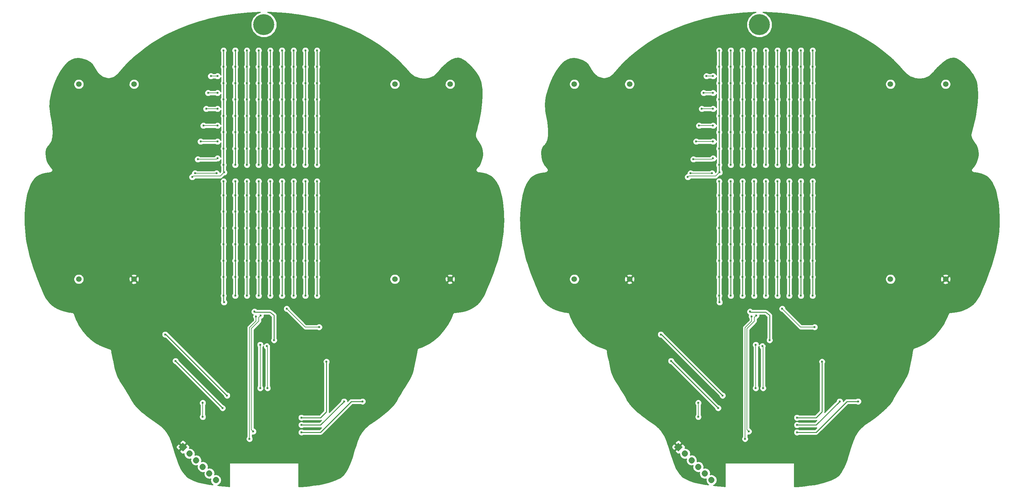
<source format=gbl>
%MOIN*%
%OFA0B0*%
%FSLAX46Y46*%
%IPPOS*%
%LPD*%
%ADD10C,0.0039370078740157488*%
%ADD11C,0.059055118110236227*%
%ADD12C,0.066929133858267723*%
%ADD13C,0.22440944881889766*%
%ADD14C,0.023622047244094488*%
%ADD15C,0.00984251968503937*%
%ADD16C,0.0066929133858267724*%
%ADD17C,0.01*%
%ADD28C,0.0039370078740157488*%
%ADD29C,0.059055118110236227*%
%ADD30C,0.066929133858267723*%
%ADD31C,0.22440944881889766*%
%ADD32C,0.023622047244094488*%
%ADD33C,0.00984251968503937*%
%ADD34C,0.0066929133858267724*%
%ADD35C,0.01*%
%LPD*%
G01*
D10*
D11*
X-0000417322Y0006377952D02*
X0004257401Y0004564566D03*
X0004847952Y0004564566D03*
X0004847952Y0002477952D03*
X0004257401Y0002477952D03*
X0000877401Y0004564566D03*
X0001467952Y0004564566D03*
X0001467952Y0002477952D03*
X0000877401Y0002477952D03*
D10*
G36*
X0001990157Y0000633776D02*
X0001942831Y0000681102D01*
X0001990157Y0000728428D01*
X0002037483Y0000681102D01*
X0001990157Y0000633776D01*
X0001990157Y0000633776D01*
G37*
D12*
X0002060868Y0000610391D02*
X0002060868Y0000610391D01*
X0002131578Y0000539681D02*
X0002131578Y0000539681D01*
X0002202289Y0000468970D02*
X0002202289Y0000468970D01*
X0002273000Y0000398259D02*
X0002273000Y0000398259D01*
X0002343710Y0000327548D02*
X0002343710Y0000327548D01*
D13*
X0002856299Y0005200787D03*
D14*
X0001651574Y0001885826D03*
X0002281496Y0001704724D03*
X0002462598Y0001153543D03*
X0001942913Y0001027559D03*
X0004368110Y0001405511D03*
X0002919291Y0001783464D03*
X0002624677Y0002169952D03*
X0004273622Y0001988188D03*
X0003911417Y0001169291D03*
X0003257873Y0000838582D03*
X0003714566Y0001169291D03*
X0003257873Y0000917322D03*
X0003100393Y0002161417D03*
X0003446850Y0001964566D03*
X0002202755Y0001153543D03*
X0002202755Y0001003937D03*
X0002360177Y0004650452D03*
X0002290177Y0004650452D03*
X0003300177Y0004750452D03*
X0003300177Y0004575452D03*
X0003300177Y0004400452D03*
X0003300177Y0004225452D03*
X0003300177Y0004050452D03*
X0003300177Y0003875452D03*
X0003300177Y0003700452D03*
X0003300177Y0004925452D03*
X0003425177Y0004750452D03*
X0003425177Y0004575452D03*
X0003425177Y0004400452D03*
X0003425177Y0004225452D03*
X0003425177Y0004050452D03*
X0003425177Y0003875452D03*
X0003425177Y0003700452D03*
X0003425177Y0004925452D03*
X0002260177Y0004470452D03*
X0002360177Y0004470452D03*
X0003175177Y0004750452D03*
X0003175177Y0004575452D03*
X0003175177Y0004400452D03*
X0003175177Y0004225452D03*
X0003175177Y0004050452D03*
X0003175177Y0003875452D03*
X0003175177Y0003700452D03*
X0003175177Y0004925452D03*
X0002360177Y0004300452D03*
X0002240177Y0004300452D03*
X0003050177Y0004750452D03*
X0003050177Y0004575452D03*
X0003050177Y0004400452D03*
X0003050177Y0004225452D03*
X0003050177Y0004050452D03*
X0003050177Y0003875452D03*
X0003050177Y0003700452D03*
X0003050177Y0004925452D03*
X0002360177Y0004120452D03*
X0002210177Y0004120452D03*
X0002925177Y0004750452D03*
X0002925177Y0004575452D03*
X0002925177Y0004400452D03*
X0002925177Y0004225452D03*
X0002925177Y0004050452D03*
X0002925177Y0003875452D03*
X0002925177Y0003700452D03*
X0002925177Y0004925452D03*
X0002360177Y0003950452D03*
X0002180177Y0003950452D03*
X0002800177Y0004750452D03*
X0002800177Y0004575452D03*
X0002800177Y0004400452D03*
X0002800177Y0004225452D03*
X0002800177Y0004050452D03*
X0002800177Y0003875452D03*
X0002800177Y0003700452D03*
X0002800177Y0004925452D03*
X0002360177Y0003770452D03*
X0002150177Y0003760452D03*
X0002675177Y0004750452D03*
X0002675177Y0004575452D03*
X0002675177Y0004400452D03*
X0002675177Y0004225452D03*
X0002675177Y0004050452D03*
X0002675177Y0003875452D03*
X0002675177Y0003700452D03*
X0002675177Y0004925452D03*
X0002350177Y0003610452D03*
X0002120177Y0003610452D03*
X0002550177Y0004750452D03*
X0002550177Y0004575452D03*
X0002550177Y0004400452D03*
X0002550177Y0004225452D03*
X0002550177Y0004050452D03*
X0002550177Y0003875452D03*
X0002550177Y0003700452D03*
X0002550177Y0004925452D03*
X0002090177Y0003570452D03*
X0002430177Y0003620452D03*
X0002425177Y0004750452D03*
X0002425177Y0004575452D03*
X0002425177Y0004400452D03*
X0002425177Y0004225452D03*
X0002425177Y0004050452D03*
X0002425177Y0003875452D03*
X0002425177Y0003700452D03*
X0002425177Y0004925452D03*
X0003300177Y0003375452D03*
X0003300177Y0003200452D03*
X0003300177Y0003025452D03*
X0003300177Y0002850452D03*
X0003300177Y0002675452D03*
X0003300177Y0002500452D03*
X0003300177Y0003525452D03*
X0003300177Y0002300452D03*
X0003425177Y0003375452D03*
X0003425177Y0003200452D03*
X0003425177Y0003025452D03*
X0003425177Y0002850452D03*
X0003425177Y0002675452D03*
X0003425177Y0002500452D03*
X0003425177Y0002300452D03*
X0003425177Y0003525452D03*
X0003175177Y0003375452D03*
X0003175177Y0003200452D03*
X0003175177Y0003025452D03*
X0003175177Y0002850452D03*
X0003175177Y0002675452D03*
X0003175177Y0002500452D03*
X0003175177Y0003525452D03*
X0003175177Y0002300452D03*
X0003050177Y0003375452D03*
X0003050177Y0003200452D03*
X0003050177Y0003025452D03*
X0003050177Y0002850452D03*
X0003050177Y0002675452D03*
X0003050177Y0002500452D03*
X0003050177Y0003525452D03*
X0003050177Y0002300452D03*
X0002925177Y0003375452D03*
X0002925177Y0003200452D03*
X0002925177Y0003025452D03*
X0002925177Y0002850452D03*
X0002925177Y0002675452D03*
X0002925177Y0002500452D03*
X0002925177Y0003525452D03*
X0002925177Y0002300452D03*
X0002800177Y0003375452D03*
X0002800177Y0003200452D03*
X0002800177Y0003025452D03*
X0002800177Y0002850452D03*
X0002800177Y0002675452D03*
X0002800177Y0002500452D03*
X0002800177Y0003525452D03*
X0002800177Y0002300452D03*
X0002675177Y0003375452D03*
X0002675177Y0003200452D03*
X0002675177Y0003025452D03*
X0002675177Y0002850452D03*
X0002675177Y0002675452D03*
X0002675177Y0002500452D03*
X0002675177Y0003525452D03*
X0002675177Y0002300452D03*
X0002550177Y0003375452D03*
X0002550177Y0003200452D03*
X0002550177Y0003025452D03*
X0002550177Y0002850452D03*
X0002550177Y0002675452D03*
X0002550177Y0002500452D03*
X0002550177Y0002300452D03*
X0002550177Y0003525452D03*
X0002430177Y0002230452D03*
X0002425177Y0003375452D03*
X0002425177Y0003200452D03*
X0002425177Y0003025452D03*
X0002425177Y0002850452D03*
X0002425177Y0002675452D03*
X0002425177Y0002500452D03*
X0002425177Y0002300452D03*
X0002425177Y0003525452D03*
X0002772677Y0002077952D03*
X0002702677Y0000767952D03*
X0002742677Y0000847952D03*
X0002822677Y0002087952D03*
X0002755905Y0002129921D03*
X0002965177Y0001825452D03*
X0001911417Y0001602362D03*
X0002415354Y0001098425D03*
X0003525590Y0001594488D03*
X0003257873Y0000996062D03*
X0001801181Y0001885826D03*
X0002462598Y0001232283D03*
X0002895669Y0001311023D03*
X0002887795Y0001759842D03*
X0002816929Y0001311023D03*
X0002816929Y0001775590D03*
D15*
X0001651574Y0001885826D02*
X0001635826Y0001901574D01*
X0002281496Y0001704724D02*
X0002289370Y0001704724D01*
D16*
X0002462598Y0001153543D02*
X0002462598Y0001145669D01*
X0001942913Y0001027559D02*
X0001950787Y0001027559D01*
X0004368110Y0001405511D02*
X0004368110Y0001421259D01*
X0002895669Y0001854330D02*
X0002895669Y0001807086D01*
X0002895669Y0001807086D02*
X0002919291Y0001783464D01*
D15*
X0002624677Y0002169952D02*
X0002596677Y0002169952D01*
D16*
X0004273622Y0001988188D02*
X0004273622Y0001972440D01*
D15*
X0003793307Y0001169291D02*
X0003911417Y0001169291D01*
X0003462598Y0000838582D02*
X0003793307Y0001169291D01*
X0003257873Y0000838582D02*
X0003462598Y0000838582D01*
X0003462598Y0000917322D02*
X0003714566Y0001169291D01*
X0003257873Y0000917322D02*
X0003462598Y0000917322D01*
D16*
X0003297244Y0001964566D02*
X0003446850Y0001964566D01*
X0003100393Y0002161417D02*
X0003297244Y0001964566D01*
X0002202755Y0001153543D02*
X0002202755Y0001003937D01*
X0002360177Y0004650452D02*
X0002290177Y0004650452D01*
D15*
X0003300177Y0004750452D02*
X0003300177Y0004775452D01*
X0003300177Y0004575452D02*
X0003300177Y0004600452D01*
X0003300177Y0004400452D02*
X0003300177Y0004425452D01*
X0003300177Y0004225452D02*
X0003300177Y0004250452D01*
X0003300177Y0004050452D02*
X0003300177Y0004075452D01*
X0003300177Y0003875452D02*
X0003300177Y0003900452D01*
X0003300177Y0004925452D02*
X0003300177Y0004775452D01*
X0003300177Y0004775452D02*
X0003300177Y0004600452D01*
X0003300177Y0004600452D02*
X0003300177Y0004425452D01*
X0003300177Y0004425452D02*
X0003300177Y0004250452D01*
X0003300177Y0004250452D02*
X0003300177Y0004075452D01*
X0003300177Y0004075452D02*
X0003300177Y0003900452D01*
X0003300177Y0003900452D02*
X0003300177Y0003700452D01*
X0003425177Y0004750452D02*
X0003425177Y0004775452D01*
X0003425177Y0004575452D02*
X0003425177Y0004600452D01*
X0003425177Y0004400452D02*
X0003425177Y0004425452D01*
X0003425177Y0004225452D02*
X0003425177Y0004250452D01*
X0003425177Y0004050452D02*
X0003425177Y0004075452D01*
X0003425177Y0003875452D02*
X0003425177Y0003900452D01*
X0003425177Y0004925452D02*
X0003425177Y0004775452D01*
X0003425177Y0004775452D02*
X0003425177Y0004600452D01*
X0003425177Y0004600452D02*
X0003425177Y0004425452D01*
X0003425177Y0004425452D02*
X0003425177Y0004250452D01*
X0003425177Y0004250452D02*
X0003425177Y0004075452D01*
X0003425177Y0004075452D02*
X0003425177Y0003900452D01*
X0003425177Y0003900452D02*
X0003425177Y0003700452D01*
D16*
X0002360177Y0004470452D02*
X0002260177Y0004470452D01*
D15*
X0003175177Y0004750452D02*
X0003175177Y0004775452D01*
X0003175177Y0004575452D02*
X0003175177Y0004600452D01*
X0003175177Y0004400452D02*
X0003175177Y0004425452D01*
X0003175177Y0004225452D02*
X0003175177Y0004250452D01*
X0003175177Y0004050452D02*
X0003175177Y0004075452D01*
X0003175177Y0003875452D02*
X0003175177Y0003900452D01*
X0003175177Y0003725452D02*
X0003175177Y0003700452D01*
X0003175177Y0004925452D02*
X0003175177Y0004775452D01*
X0003175177Y0004775452D02*
X0003175177Y0004600452D01*
X0003175177Y0004600452D02*
X0003175177Y0004425452D01*
X0003175177Y0004425452D02*
X0003175177Y0004250452D01*
X0003175177Y0004250452D02*
X0003175177Y0004075452D01*
X0003175177Y0004075452D02*
X0003175177Y0003900452D01*
X0003175177Y0003900452D02*
X0003175177Y0003725452D01*
D16*
X0002360177Y0004300452D02*
X0002240177Y0004300452D01*
D15*
X0003050177Y0004750452D02*
X0003050177Y0004775452D01*
X0003050177Y0004575452D02*
X0003050177Y0004600452D01*
X0003050177Y0004400452D02*
X0003050177Y0004425452D01*
X0003050177Y0004225452D02*
X0003050177Y0004250452D01*
X0003050177Y0004050452D02*
X0003050177Y0004075452D01*
X0003050177Y0003875452D02*
X0003050177Y0003900452D01*
X0003050177Y0004925452D02*
X0003050177Y0004775452D01*
X0003050177Y0004775452D02*
X0003050177Y0004600452D01*
X0003050177Y0004600452D02*
X0003050177Y0004425452D01*
X0003050177Y0004425452D02*
X0003050177Y0004250452D01*
X0003050177Y0004250452D02*
X0003050177Y0004075452D01*
X0003050177Y0004075452D02*
X0003050177Y0003900452D01*
X0003050177Y0003900452D02*
X0003050177Y0003700452D01*
D16*
X0002360177Y0004120452D02*
X0002210177Y0004120452D01*
D15*
X0002925177Y0004750452D02*
X0002925177Y0004775452D01*
X0002925177Y0004575452D02*
X0002925177Y0004600452D01*
X0002925177Y0004400452D02*
X0002925177Y0004425452D01*
X0002925177Y0004225452D02*
X0002925177Y0004250452D01*
X0002925177Y0004050452D02*
X0002925177Y0004075452D01*
X0002925177Y0003875452D02*
X0002925177Y0003900452D01*
X0002925177Y0004925452D02*
X0002925177Y0004775452D01*
X0002925177Y0004775452D02*
X0002925177Y0004600452D01*
X0002925177Y0004600452D02*
X0002925177Y0004425452D01*
X0002925177Y0004425452D02*
X0002925177Y0004250452D01*
X0002925177Y0004250452D02*
X0002925177Y0004075452D01*
X0002925177Y0004075452D02*
X0002925177Y0003900452D01*
X0002925177Y0003900452D02*
X0002925177Y0003700452D01*
D16*
X0002360177Y0003950452D02*
X0002180177Y0003950452D01*
D15*
X0002800177Y0004750452D02*
X0002800177Y0004775452D01*
X0002800177Y0004575452D02*
X0002800177Y0004600452D01*
X0002800177Y0004400452D02*
X0002800177Y0004425452D01*
X0002800177Y0004225452D02*
X0002800177Y0004250452D01*
X0002800177Y0004050452D02*
X0002800177Y0004075452D01*
X0002800177Y0003875452D02*
X0002800177Y0003900452D01*
X0002800177Y0004925452D02*
X0002800177Y0004775452D01*
X0002800177Y0004775452D02*
X0002800177Y0004600452D01*
X0002800177Y0004600452D02*
X0002800177Y0004425452D01*
X0002800177Y0004425452D02*
X0002800177Y0004250452D01*
X0002800177Y0004250452D02*
X0002800177Y0004075452D01*
X0002800177Y0004075452D02*
X0002800177Y0003900452D01*
X0002800177Y0003900452D02*
X0002800177Y0003700452D01*
D16*
X0002360177Y0003770452D02*
X0002350177Y0003760452D01*
X0002350177Y0003760452D02*
X0002150177Y0003760452D01*
D15*
X0002675177Y0004750452D02*
X0002675177Y0004775452D01*
X0002675177Y0004575452D02*
X0002675177Y0004600452D01*
X0002675177Y0004400452D02*
X0002675177Y0004425452D01*
X0002675177Y0004225452D02*
X0002675177Y0004250452D01*
X0002675177Y0004050452D02*
X0002675177Y0004075452D01*
X0002675177Y0003875452D02*
X0002675177Y0003900452D01*
X0002675177Y0004925452D02*
X0002675177Y0004775452D01*
X0002675177Y0004775452D02*
X0002675177Y0004600452D01*
X0002675177Y0004600452D02*
X0002675177Y0004425452D01*
X0002675177Y0004425452D02*
X0002675177Y0004250452D01*
X0002675177Y0004250452D02*
X0002675177Y0004075452D01*
X0002675177Y0004075452D02*
X0002675177Y0003900452D01*
X0002675177Y0003900452D02*
X0002675177Y0003700452D01*
D16*
X0002350177Y0003610452D02*
X0002120177Y0003610452D01*
D15*
X0002550177Y0004750452D02*
X0002550177Y0004775452D01*
X0002550177Y0004575452D02*
X0002550177Y0004600452D01*
X0002550177Y0004400452D02*
X0002550177Y0004425452D01*
X0002550177Y0004225452D02*
X0002550177Y0004250452D01*
X0002550177Y0004050452D02*
X0002550177Y0004075452D01*
X0002550177Y0003875452D02*
X0002550177Y0003900452D01*
X0002550177Y0003900452D02*
X0002550177Y0003700452D01*
X0002550177Y0004925452D02*
X0002550177Y0004775452D01*
X0002550177Y0004775452D02*
X0002550177Y0004600452D01*
X0002550177Y0004600452D02*
X0002550177Y0004425452D01*
X0002550177Y0004425452D02*
X0002550177Y0004250452D01*
X0002550177Y0004250452D02*
X0002550177Y0004075452D01*
X0002550177Y0004075452D02*
X0002550177Y0003900452D01*
D16*
X0002430177Y0003620452D02*
X0002400177Y0003590452D01*
X0002100177Y0003580452D02*
X0002090177Y0003570452D01*
X0002390177Y0003580452D02*
X0002100177Y0003580452D01*
X0002400177Y0003590452D02*
X0002390177Y0003580452D01*
D15*
X0002425177Y0003625452D02*
X0002425177Y0003700452D01*
X0002430177Y0003620452D02*
X0002425177Y0003625452D01*
X0002425177Y0004750452D02*
X0002425177Y0004775452D01*
X0002425177Y0004575452D02*
X0002425177Y0004600452D01*
X0002425177Y0004400452D02*
X0002425177Y0004425452D01*
X0002425177Y0004225452D02*
X0002425177Y0004250452D01*
X0002425177Y0004050452D02*
X0002425177Y0004075452D01*
X0002425177Y0003875452D02*
X0002425177Y0003900452D01*
X0002425177Y0004925452D02*
X0002425177Y0004775452D01*
X0002425177Y0004775452D02*
X0002425177Y0004600452D01*
X0002425177Y0004600452D02*
X0002425177Y0004425452D01*
X0002425177Y0004425452D02*
X0002425177Y0004250452D01*
X0002425177Y0004250452D02*
X0002425177Y0004075452D01*
X0002425177Y0004075452D02*
X0002425177Y0003900452D01*
X0002425177Y0003900452D02*
X0002425177Y0003700452D01*
X0003300177Y0003375452D02*
X0003300177Y0003400452D01*
X0003300177Y0003200452D02*
X0003300177Y0003225452D01*
X0003300177Y0003025452D02*
X0003300177Y0003000452D01*
X0003300177Y0002850452D02*
X0003300177Y0002875452D01*
X0003300177Y0002675452D02*
X0003300177Y0002700452D01*
X0003300177Y0002500452D02*
X0003300177Y0002525452D01*
X0003300177Y0003525452D02*
X0003300177Y0003400452D01*
X0003300177Y0003400452D02*
X0003300177Y0003225452D01*
X0003300177Y0003225452D02*
X0003300177Y0003000452D01*
X0003300177Y0003000452D02*
X0003300177Y0002875452D01*
X0003300177Y0002875452D02*
X0003300177Y0002700452D01*
X0003300177Y0002700452D02*
X0003300177Y0002525452D01*
X0003300177Y0002525452D02*
X0003300177Y0002300452D01*
X0003425177Y0003375452D02*
X0003425177Y0003400452D01*
X0003425177Y0003200452D02*
X0003425177Y0003225452D01*
X0003425177Y0003025452D02*
X0003425177Y0003050452D01*
X0003425177Y0002675452D02*
X0003425177Y0002700452D01*
X0003425177Y0002500452D02*
X0003425177Y0002525452D01*
X0003425177Y0003525452D02*
X0003425177Y0003400452D01*
X0003425177Y0003400452D02*
X0003425177Y0003225452D01*
X0003425177Y0003225452D02*
X0003425177Y0003050452D01*
X0003425177Y0003050452D02*
X0003425177Y0002850452D01*
X0003425177Y0002850452D02*
X0003425177Y0002700452D01*
X0003425177Y0002700452D02*
X0003425177Y0002525452D01*
X0003425177Y0002525452D02*
X0003425177Y0002300452D01*
X0003175177Y0003375452D02*
X0003175177Y0003400452D01*
X0003175177Y0003200452D02*
X0003175177Y0003225452D01*
X0003175177Y0003025452D02*
X0003175177Y0003000452D01*
X0003175177Y0002850452D02*
X0003175177Y0002875452D01*
X0003175177Y0002675452D02*
X0003175177Y0002700452D01*
X0003175177Y0002500452D02*
X0003175177Y0002525452D01*
X0003175177Y0003525452D02*
X0003175177Y0003400452D01*
X0003175177Y0003400452D02*
X0003175177Y0003225452D01*
X0003175177Y0003225452D02*
X0003175177Y0003000452D01*
X0003175177Y0003000452D02*
X0003175177Y0002875452D01*
X0003175177Y0002875452D02*
X0003175177Y0002700452D01*
X0003175177Y0002700452D02*
X0003175177Y0002525452D01*
X0003175177Y0002525452D02*
X0003175177Y0002300452D01*
X0003050177Y0003375452D02*
X0003050177Y0003400452D01*
X0003050177Y0003200452D02*
X0003050177Y0003225452D01*
X0003050177Y0003025452D02*
X0003050177Y0003000452D01*
X0003050177Y0002850452D02*
X0003050177Y0002875452D01*
X0003050177Y0002675452D02*
X0003050177Y0002700452D01*
X0003050177Y0002500452D02*
X0003050177Y0002525452D01*
X0003050177Y0003000452D02*
X0003050177Y0003225452D01*
X0003050177Y0003225452D02*
X0003050177Y0003400452D01*
X0003050177Y0003400452D02*
X0003050177Y0003525452D01*
X0003050177Y0002300452D02*
X0003050177Y0002525452D01*
X0003050177Y0002525452D02*
X0003050177Y0002700452D01*
X0003050177Y0002700452D02*
X0003050177Y0002875452D01*
X0003050177Y0002875452D02*
X0003050177Y0003000452D01*
X0002925177Y0003375452D02*
X0002925177Y0003400452D01*
X0002925177Y0003200452D02*
X0002925177Y0003225452D01*
X0002925177Y0003025452D02*
X0002925177Y0003050452D01*
X0002925177Y0002850452D02*
X0002925177Y0002875452D01*
X0002925177Y0002500452D02*
X0002925177Y0002525452D01*
X0002925177Y0003525452D02*
X0002925177Y0003400452D01*
X0002925177Y0003400452D02*
X0002925177Y0003225452D01*
X0002925177Y0003225452D02*
X0002925177Y0003050452D01*
X0002925177Y0003050452D02*
X0002925177Y0002875452D01*
X0002925177Y0002875452D02*
X0002925177Y0002675452D01*
X0002925177Y0002675452D02*
X0002925177Y0002525452D01*
X0002925177Y0002525452D02*
X0002925177Y0002300452D01*
X0002800177Y0003375452D02*
X0002800177Y0003400452D01*
X0002800177Y0003200452D02*
X0002800177Y0003225452D01*
X0002800177Y0003025452D02*
X0002800177Y0003050452D01*
X0002800177Y0002850452D02*
X0002800177Y0002875452D01*
X0002800177Y0002675452D02*
X0002800177Y0002650452D01*
X0002800177Y0002500452D02*
X0002800177Y0002525452D01*
X0002800177Y0003525452D02*
X0002800177Y0003400452D01*
X0002800177Y0003400452D02*
X0002800177Y0003225452D01*
X0002800177Y0003225452D02*
X0002800177Y0003050452D01*
X0002800177Y0003050452D02*
X0002800177Y0002900452D01*
X0002800177Y0002900452D02*
X0002800177Y0002875452D01*
X0002800177Y0002875452D02*
X0002800177Y0002650452D01*
X0002800177Y0002650452D02*
X0002800177Y0002525452D01*
X0002800177Y0002525452D02*
X0002800177Y0002300452D01*
X0002675177Y0003375452D02*
X0002675177Y0003400452D01*
X0002675177Y0003200452D02*
X0002675177Y0003225452D01*
X0002675177Y0003025452D02*
X0002675177Y0003050452D01*
X0002675177Y0002850452D02*
X0002675177Y0002875452D01*
X0002675177Y0002500452D02*
X0002675177Y0002475452D01*
X0002675177Y0003525452D02*
X0002675177Y0003400452D01*
X0002675177Y0003400452D02*
X0002675177Y0003225452D01*
X0002675177Y0003225452D02*
X0002675177Y0003050452D01*
X0002675177Y0003050452D02*
X0002675177Y0002875452D01*
X0002675177Y0002875452D02*
X0002675177Y0002675452D01*
X0002675177Y0002675452D02*
X0002675177Y0002475452D01*
X0002675177Y0002475452D02*
X0002675177Y0002300452D01*
X0002550177Y0003375452D02*
X0002550177Y0003400452D01*
X0002550177Y0003200452D02*
X0002550177Y0003225452D01*
X0002550177Y0003025452D02*
X0002550177Y0003050452D01*
X0002550177Y0002850452D02*
X0002550177Y0002875452D01*
X0002550177Y0002675452D02*
X0002550177Y0002700452D01*
X0002550177Y0002500452D02*
X0002550177Y0002525452D01*
X0002550177Y0002525452D02*
X0002550177Y0002300452D01*
X0002550177Y0003525452D02*
X0002550177Y0003400452D01*
X0002550177Y0003400452D02*
X0002550177Y0003225452D01*
X0002550177Y0003225452D02*
X0002550177Y0003050452D01*
X0002550177Y0003050452D02*
X0002550177Y0002875452D01*
X0002550177Y0002875452D02*
X0002550177Y0002700452D01*
X0002550177Y0002700452D02*
X0002550177Y0002525452D01*
X0002425177Y0002300452D02*
X0002425177Y0002235452D01*
X0002425177Y0002235452D02*
X0002430177Y0002230452D01*
X0002425177Y0003200452D02*
X0002425177Y0003225452D01*
X0002425177Y0003025452D02*
X0002425177Y0003050452D01*
X0002425177Y0002850452D02*
X0002425177Y0002875452D01*
X0002425177Y0002675452D02*
X0002425177Y0002700452D01*
X0002425177Y0002500452D02*
X0002425177Y0002525452D01*
X0002425177Y0002350452D02*
X0002425177Y0002300452D01*
X0002425177Y0002525452D02*
X0002425177Y0002350452D01*
X0002425177Y0003525452D02*
X0002425177Y0003375452D01*
X0002425177Y0003375452D02*
X0002425177Y0003225452D01*
X0002425177Y0003225452D02*
X0002425177Y0003050452D01*
X0002425177Y0003050452D02*
X0002425177Y0002875452D01*
X0002425177Y0002875452D02*
X0002425177Y0002700452D01*
X0002425177Y0002700452D02*
X0002425177Y0002525452D01*
D16*
X0002772677Y0002027952D02*
X0002772677Y0002077952D01*
X0002702677Y0001957952D02*
X0002772677Y0002027952D01*
X0002702677Y0000767952D02*
X0002702677Y0001957952D01*
X0002722677Y0000867952D02*
X0002742677Y0000847952D01*
X0002722677Y0001947952D02*
X0002722677Y0000867952D01*
X0002802677Y0002027952D02*
X0002722677Y0001947952D01*
X0002802677Y0002067952D02*
X0002802677Y0002027952D01*
X0002822677Y0002087952D02*
X0002802677Y0002067952D01*
D15*
X0002923228Y0002124015D02*
X0002965177Y0002090452D01*
X0002965177Y0002090452D02*
X0002965177Y0001840452D01*
X0002750905Y0002124921D02*
X0002923228Y0002124015D01*
X0002755905Y0002129921D02*
X0002750905Y0002124921D01*
D16*
X0002965177Y0001825452D02*
X0002965177Y0001840452D01*
D15*
X0002965177Y0001840452D02*
X0002965177Y0001825452D01*
X0002415354Y0001098425D02*
X0001911417Y0001602362D01*
X0003525590Y0001059055D02*
X0003525590Y0001594488D01*
X0003462598Y0000996062D02*
X0003525590Y0001059055D01*
X0003257873Y0000996062D02*
X0003462598Y0000996062D01*
X0001809055Y0001885826D02*
X0001801181Y0001885826D01*
X0002462598Y0001232283D02*
X0001809055Y0001885826D01*
D16*
X0002895669Y0001751968D02*
X0002895669Y0001311023D01*
X0002887795Y0001759842D02*
X0002895669Y0001751968D01*
X0002816929Y0001775590D02*
X0002816929Y0001311023D01*
D17*
G36*
X0002917024Y0005333203D02*
X0002961712Y0005331401D01*
X0003024975Y0005327674D01*
X0003075768Y0005323650D01*
X0003145420Y0005316581D01*
X0003184450Y0005311807D01*
X0003217013Y0005307363D01*
X0003281277Y0005297323D01*
X0003345477Y0005285544D01*
X0003401163Y0005273845D01*
X0003459943Y0005259930D01*
X0003518552Y0005244375D01*
X0003583533Y0005225067D01*
X0003607138Y0005217490D01*
X0003640849Y0005206128D01*
X0003712881Y0005179628D01*
X0003782147Y0005151116D01*
X0003833405Y0005127960D01*
X0003887810Y0005101328D01*
X0003965237Y0005059488D01*
X0004012228Y0005031639D01*
X0004076660Y0004990133D01*
X0004096172Y0004976748D01*
X0004134466Y0004949285D01*
X0004183876Y0004911354D01*
X0004218452Y0004882981D01*
X0004252087Y0004853789D01*
X0004285223Y0004823350D01*
X0004320736Y0004788675D01*
X0004359506Y0004748079D01*
X0004380732Y0004724477D01*
X0004404140Y0004697166D01*
X0004405126Y0004696392D01*
X0004405838Y0004695360D01*
X0004433650Y0004668378D01*
X0004436061Y0004666819D01*
X0004438154Y0004664853D01*
X0004473286Y0004642938D01*
X0004475901Y0004641949D01*
X0004478288Y0004640494D01*
X0004514301Y0004627311D01*
X0004517496Y0004626813D01*
X0004520579Y0004625833D01*
X0004572926Y0004619987D01*
X0004576669Y0004620307D01*
X0004580425Y0004620200D01*
X0004625691Y0004627870D01*
X0004629464Y0004629308D01*
X0004633353Y0004630392D01*
X0004677048Y0004652483D01*
X0004680310Y0004655037D01*
X0004683776Y0004657308D01*
X0004714130Y0004687115D01*
X0004715065Y0004688487D01*
X0004716333Y0004689559D01*
X0004730340Y0004707152D01*
X0004759846Y0004740377D01*
X0004788111Y0004768246D01*
X0004821712Y0004796825D01*
X0004860280Y0004823259D01*
X0004900590Y0004841757D01*
X0004939644Y0004845520D01*
X0004961245Y0004839060D01*
X0005006921Y0004812529D01*
X0005046132Y0004779248D01*
X0005080719Y0004742790D01*
X0005102267Y0004716657D01*
X0005123696Y0004687704D01*
X0005137857Y0004666561D01*
X0005153836Y0004639936D01*
X0005166112Y0004615891D01*
X0005175120Y0004591330D01*
X0005182687Y0004551279D01*
X0005187071Y0004509022D01*
X0005188680Y0004469184D01*
X0005188471Y0004434294D01*
X0005185326Y0004375442D01*
X0005179139Y0004315484D01*
X0005173989Y0004278214D01*
X0005167970Y0004241176D01*
X0005158436Y0004190854D01*
X0005150278Y0004153123D01*
X0005143305Y0004123786D01*
X0005130240Y0004075072D01*
X0005121690Y0004048771D01*
X0005121579Y0004047834D01*
X0005121176Y0004046981D01*
X0005118043Y0004034461D01*
X0005117803Y0004029550D01*
X0005117435Y0004024646D01*
X0005120020Y0004003478D01*
X0005121433Y0003999183D01*
X0005122604Y0003994816D01*
X0005133766Y0003972188D01*
X0005134825Y0003970809D01*
X0005135485Y0003969202D01*
X0005147426Y0003951218D01*
X0005174411Y0003908628D01*
X0005189285Y0003871600D01*
X0005195535Y0003824013D01*
X0005194846Y0003805671D01*
X0005189638Y0003770583D01*
X0005176617Y0003730353D01*
X0005164195Y0003706016D01*
X0005150683Y0003686125D01*
X0005146421Y0003680849D01*
X0005131024Y0003665034D01*
X0005129314Y0003662399D01*
X0005127206Y0003660070D01*
X0005126476Y0003658027D01*
X0005125296Y0003656207D01*
X0005124724Y0003653118D01*
X0005123668Y0003650160D01*
X0005123776Y0003647993D01*
X0005123381Y0003645860D01*
X0005124036Y0003642788D01*
X0005124192Y0003639650D01*
X0005125121Y0003637690D01*
X0005125572Y0003635568D01*
X0005127353Y0003632980D01*
X0005128698Y0003630141D01*
X0005130306Y0003628685D01*
X0005131535Y0003626898D01*
X0005134170Y0003625188D01*
X0005136500Y0003623080D01*
X0005138543Y0003622351D01*
X0005140362Y0003621170D01*
X0005143451Y0003620599D01*
X0005146410Y0003619542D01*
X0005160020Y0003617533D01*
X0005186046Y0003613394D01*
X0005230625Y0003603095D01*
X0005257743Y0003592885D01*
X0005285264Y0003577333D01*
X0005302368Y0003563884D01*
X0005323357Y0003541835D01*
X0005343392Y0003513061D01*
X0005363582Y0003472949D01*
X0005377942Y0003434181D01*
X0005389073Y0003395043D01*
X0005397143Y0003359073D01*
X0005407564Y0003296660D01*
X0005411811Y0003262193D01*
X0005415375Y0003225626D01*
X0005417537Y0003196551D01*
X0005419443Y0003156733D01*
X0005420140Y0003108787D01*
X0005419050Y0003059413D01*
X0005415321Y0002999672D01*
X0005411129Y0002957535D01*
X0005406439Y0002920818D01*
X0005399343Y0002875491D01*
X0005393737Y0002844823D01*
X0005382767Y0002792752D01*
X0005372818Y0002751520D01*
X0005353673Y0002682158D01*
X0005338912Y0002634662D01*
X0005326416Y0002597304D01*
X0005307128Y0002543427D01*
X0005285404Y0002486762D01*
X0005271757Y0002452737D01*
X0005245872Y0002390405D01*
X0005229542Y0002351937D01*
X0005214462Y0002316523D01*
X0005206276Y0002298753D01*
X0005166099Y0002237232D01*
X0005139324Y0002209457D01*
X0005106542Y0002183722D01*
X0005078167Y0002166593D01*
X0005043559Y0002150525D01*
X0005009314Y0002138756D01*
X0004977496Y0002130900D01*
X0004954938Y0002126949D01*
X0004931139Y0002124199D01*
X0004899195Y0002123027D01*
X0004894251Y0002121854D01*
X0004889293Y0002120749D01*
X0004889140Y0002120641D01*
X0004888957Y0002120597D01*
X0004884839Y0002117622D01*
X0004880681Y0002114703D01*
X0004880580Y0002114545D01*
X0004880428Y0002114435D01*
X0004877762Y0002110110D01*
X0004875037Y0002105822D01*
X0004860854Y0002069221D01*
X0004847231Y0002039901D01*
X0004824785Y0001998796D01*
X0004785645Y0001940218D01*
X0004742624Y0001888442D01*
X0004709767Y0001855521D01*
X0004668887Y0001821121D01*
X0004626211Y0001791905D01*
X0004599776Y0001776907D01*
X0004578480Y0001766450D01*
X0004543444Y0001752216D01*
X0004512940Y0001742641D01*
X0004509251Y0001740623D01*
X0004505412Y0001738905D01*
X0004504664Y0001738114D01*
X0004503708Y0001737591D01*
X0004501072Y0001734315D01*
X0004498182Y0001731259D01*
X0004497794Y0001730242D01*
X0004497112Y0001729393D01*
X0004495930Y0001725357D01*
X0004494430Y0001721428D01*
X0004490731Y0001699661D01*
X0004484473Y0001665824D01*
X0004465800Y0001568751D01*
X0004456443Y0001521015D01*
X0004452354Y0001500364D01*
X0004441218Y0001467478D01*
X0004428794Y0001439289D01*
X0004410851Y0001404242D01*
X0004395863Y0001377754D01*
X0004365812Y0001329388D01*
X0004357128Y0001316448D01*
X0004356943Y0001316005D01*
X0004356615Y0001315654D01*
X0004332278Y0001276485D01*
X0004332278Y0001276485D01*
X0004316959Y0001251830D01*
X0004316959Y0001251830D01*
X0004297552Y0001220594D01*
X0004297552Y0001220594D01*
X0004289680Y0001207924D01*
X0004289209Y0001206671D01*
X0004288394Y0001205609D01*
X0004271529Y0001171372D01*
X0004244370Y0001135305D01*
X0004237000Y0001126556D01*
X0004209915Y0001096682D01*
X0004173939Y0001064174D01*
X0004121703Y0001021546D01*
X0004088308Y0000995788D01*
X0004065977Y0000979031D01*
X0004031372Y0000953773D01*
X0004014548Y0000944166D01*
X0004013553Y0000943302D01*
X0004012350Y0000942765D01*
X0003976061Y0000917104D01*
X0003975040Y0000916027D01*
X0003973758Y0000915279D01*
X0003951456Y0000895541D01*
X0003950741Y0000894600D01*
X0003949775Y0000893919D01*
X0003928813Y0000871849D01*
X0003928103Y0000870725D01*
X0003927096Y0000869855D01*
X0003903229Y0000839234D01*
X0003902623Y0000838028D01*
X0003901694Y0000837049D01*
X0003884805Y0000810290D01*
X0003884237Y0000808812D01*
X0003883287Y0000807544D01*
X0003865255Y0000769886D01*
X0003864937Y0000768642D01*
X0003864268Y0000767548D01*
X0003852940Y0000736750D01*
X0003852891Y0000736436D01*
X0003852732Y0000736162D01*
X0003840353Y0000699940D01*
X0003840325Y0000699730D01*
X0003840221Y0000699545D01*
X0003826705Y0000657905D01*
X0003826688Y0000657765D01*
X0003826621Y0000657641D01*
X0003816151Y0000624222D01*
X0003816137Y0000624090D01*
X0003816074Y0000623973D01*
X0003800503Y0000572538D01*
X0003800463Y0000572123D01*
X0003800278Y0000571749D01*
X0003793175Y0000545428D01*
X0003782804Y0000516768D01*
X0003772958Y0000493787D01*
X0003758398Y0000463670D01*
X0003743857Y0000436535D01*
X0003729931Y0000412775D01*
X0003712152Y0000388102D01*
X0003695510Y0000372145D01*
X0003674082Y0000356353D01*
X0003618220Y0000327086D01*
X0003550252Y0000303253D01*
X0003485675Y0000287451D01*
X0003440984Y0000279369D01*
X0003392034Y0000273057D01*
X0003336967Y0000266174D01*
X0003261705Y0000259167D01*
X0003227677Y0000256909D01*
X0003227677Y0000507952D01*
X0003227335Y0000509770D01*
X0003226261Y0000511439D01*
X0003224622Y0000512558D01*
X0003222677Y0000512952D01*
X0002492677Y0000512952D01*
X0002490859Y0000512610D01*
X0002489190Y0000511536D01*
X0002488071Y0000509898D01*
X0002487677Y0000507952D01*
X0002487677Y0000259486D01*
X0002465267Y0000261332D01*
X0002385766Y0000269516D01*
X0002362795Y0000272231D01*
X0002365274Y0000272724D01*
X0002384241Y0000285398D01*
X0002385861Y0000287018D01*
X0002398534Y0000305985D01*
X0002402985Y0000328358D01*
X0002398534Y0000350732D01*
X0002385861Y0000369699D01*
X0002366894Y0000382373D01*
X0002344520Y0000386823D01*
X0002329233Y0000383782D01*
X0002332274Y0000399069D01*
X0002327824Y0000421442D01*
X0002315150Y0000440410D01*
X0002296183Y0000453083D01*
X0002273810Y0000457534D01*
X0002258523Y0000454493D01*
X0002261563Y0000469780D01*
X0002257113Y0000492153D01*
X0002244440Y0000511120D01*
X0002225472Y0000523794D01*
X0002203099Y0000528244D01*
X0002187812Y0000525204D01*
X0002190853Y0000540490D01*
X0002186402Y0000562864D01*
X0002173729Y0000581831D01*
X0002154762Y0000594505D01*
X0002132388Y0000598955D01*
X0002117101Y0000595914D01*
X0002120142Y0000611201D01*
X0002115692Y0000633574D01*
X0002103018Y0000652542D01*
X0002084051Y0000665215D01*
X0002061678Y0000669666D01*
X0002059638Y0000669260D01*
X0002062483Y0000676129D01*
X0002062483Y0000686075D01*
X0002058677Y0000695263D01*
X0002039453Y0000714488D01*
X0002030614Y0000714488D01*
X0001997228Y0000681102D01*
X0001997785Y0000680545D01*
X0001990714Y0000673474D01*
X0001990157Y0000674031D01*
X0001956771Y0000640645D01*
X0001956771Y0000631806D01*
X0001975996Y0000612582D01*
X0001985184Y0000608776D01*
X0001995130Y0000608776D01*
X0002001999Y0000611621D01*
X0002001593Y0000609581D01*
X0002006043Y0000587208D01*
X0002018717Y0000568241D01*
X0002037684Y0000555567D01*
X0002060058Y0000551117D01*
X0002075345Y0000554157D01*
X0002072304Y0000538871D01*
X0002076754Y0000516497D01*
X0002089428Y0000497530D01*
X0002108395Y0000484856D01*
X0002130768Y0000480406D01*
X0002146055Y0000483447D01*
X0002143014Y0000468160D01*
X0002147465Y0000445786D01*
X0002160138Y0000426819D01*
X0002179106Y0000414146D01*
X0002201479Y0000409695D01*
X0002216766Y0000412736D01*
X0002213725Y0000397449D01*
X0002218176Y0000375076D01*
X0002230849Y0000356108D01*
X0002249816Y0000343435D01*
X0002272190Y0000338985D01*
X0002287477Y0000342025D01*
X0002284436Y0000326739D01*
X0002288886Y0000304365D01*
X0002301560Y0000285398D01*
X0002312144Y0000278325D01*
X0002276474Y0000282951D01*
X0002226047Y0000290096D01*
X0002192057Y0000297104D01*
X0002159864Y0000305440D01*
X0002120958Y0000318159D01*
X0002106217Y0000323902D01*
X0002077603Y0000336930D01*
X0002053248Y0000350716D01*
X0002040788Y0000359616D01*
X0002024087Y0000376067D01*
X0002003607Y0000399088D01*
X0001981045Y0000429549D01*
X0001966989Y0000453046D01*
X0001952180Y0000487076D01*
X0001942278Y0000512225D01*
X0001925594Y0000560034D01*
X0001912489Y0000599310D01*
X0001905977Y0000619152D01*
X0001898683Y0000641576D01*
X0001890878Y0000665767D01*
X0001887561Y0000676129D01*
X0001917831Y0000676129D01*
X0001921637Y0000666941D01*
X0001940861Y0000647716D01*
X0001949700Y0000647716D01*
X0001983086Y0000681102D01*
X0001949700Y0000714488D01*
X0001940861Y0000714488D01*
X0001921637Y0000695263D01*
X0001917831Y0000686075D01*
X0001917831Y0000676129D01*
X0001887561Y0000676129D01*
X0001881611Y0000694719D01*
X0001870295Y0000730397D01*
X0001956771Y0000730397D01*
X0001956771Y0000721559D01*
X0001990157Y0000688173D01*
X0002023543Y0000721559D01*
X0002023543Y0000730397D01*
X0002004318Y0000749622D01*
X0001995130Y0000753428D01*
X0001985184Y0000753428D01*
X0001975996Y0000749622D01*
X0001956771Y0000730397D01*
X0001870295Y0000730397D01*
X0001869599Y0000732593D01*
X0001864740Y0000748040D01*
X0001864090Y0000749227D01*
X0001863811Y0000750550D01*
X0001859487Y0000760662D01*
X0002665859Y0000760662D01*
X0002671452Y0000747128D01*
X0002681798Y0000736764D01*
X0002695322Y0000731148D01*
X0002709967Y0000731135D01*
X0002723501Y0000736727D01*
X0002733865Y0000747073D01*
X0002739481Y0000760598D01*
X0002739494Y0000775242D01*
X0002733902Y0000788777D01*
X0002731023Y0000791660D01*
X0002731023Y0000812933D01*
X0002735322Y0000811148D01*
X0002749967Y0000811135D01*
X0002763501Y0000816727D01*
X0002773865Y0000827073D01*
X0002779481Y0000840598D01*
X0002779494Y0000855242D01*
X0002773902Y0000868777D01*
X0002763556Y0000879141D01*
X0002751023Y0000884345D01*
X0002751023Y0000988772D01*
X0003221056Y0000988772D01*
X0003226648Y0000975238D01*
X0003236994Y0000964874D01*
X0003250519Y0000959258D01*
X0003265164Y0000959245D01*
X0003278698Y0000964837D01*
X0003280004Y0000966141D01*
X0003462598Y0000966141D01*
X0003470717Y0000967756D01*
X0003450204Y0000947244D01*
X0003280018Y0000947244D01*
X0003278752Y0000948511D01*
X0003265228Y0000954127D01*
X0003250583Y0000954140D01*
X0003237049Y0000948547D01*
X0003226685Y0000938201D01*
X0003221069Y0000924677D01*
X0003221056Y0000910032D01*
X0003226648Y0000896498D01*
X0003236994Y0000886134D01*
X0003250519Y0000880518D01*
X0003265164Y0000880505D01*
X0003278698Y0000886097D01*
X0003280004Y0000887401D01*
X0003462598Y0000887401D01*
X0003470717Y0000889016D01*
X0003450204Y0000868503D01*
X0003280018Y0000868503D01*
X0003278752Y0000869771D01*
X0003265228Y0000875387D01*
X0003250583Y0000875400D01*
X0003237049Y0000869807D01*
X0003226685Y0000859461D01*
X0003221069Y0000845936D01*
X0003221056Y0000831292D01*
X0003226648Y0000817758D01*
X0003236994Y0000807394D01*
X0003250519Y0000801777D01*
X0003265164Y0000801765D01*
X0003278698Y0000807357D01*
X0003280004Y0000808661D01*
X0003462598Y0000808661D01*
X0003474048Y0000810939D01*
X0003483755Y0000817425D01*
X0003805700Y0001139370D01*
X0003889273Y0001139370D01*
X0003890538Y0001138102D01*
X0003904062Y0001132486D01*
X0003918707Y0001132473D01*
X0003932241Y0001138066D01*
X0003942605Y0001148412D01*
X0003948221Y0001161937D01*
X0003948234Y0001176581D01*
X0003942642Y0001190115D01*
X0003932296Y0001200479D01*
X0003918771Y0001206095D01*
X0003904127Y0001206108D01*
X0003890592Y0001200516D01*
X0003889286Y0001199212D01*
X0003793307Y0001199212D01*
X0003781856Y0001196934D01*
X0003772149Y0001190448D01*
X0003751378Y0001169677D01*
X0003751384Y0001176581D01*
X0003745791Y0001190115D01*
X0003735445Y0001200479D01*
X0003721921Y0001206095D01*
X0003707276Y0001206108D01*
X0003693742Y0001200516D01*
X0003683378Y0001190170D01*
X0003677762Y0001176645D01*
X0003677760Y0001174800D01*
X0003553896Y0001050936D01*
X0003555511Y0001059055D01*
X0003555511Y0001572343D01*
X0003556779Y0001573609D01*
X0003562395Y0001587133D01*
X0003562407Y0001601778D01*
X0003556815Y0001615312D01*
X0003546469Y0001625676D01*
X0003532944Y0001631292D01*
X0003518300Y0001631305D01*
X0003504765Y0001625713D01*
X0003494401Y0001615367D01*
X0003488785Y0001601842D01*
X0003488773Y0001587198D01*
X0003494365Y0001573663D01*
X0003495669Y0001572357D01*
X0003495669Y0001071448D01*
X0003450204Y0001025984D01*
X0003280018Y0001025984D01*
X0003278752Y0001027251D01*
X0003265228Y0001032867D01*
X0003250583Y0001032880D01*
X0003237049Y0001027288D01*
X0003226685Y0001016942D01*
X0003221069Y0001003417D01*
X0003221056Y0000988772D01*
X0002751023Y0000988772D01*
X0002751023Y0001768300D01*
X0002780111Y0001768300D01*
X0002785704Y0001754765D01*
X0002788582Y0001751882D01*
X0002788582Y0001334739D01*
X0002785740Y0001331902D01*
X0002780124Y0001318377D01*
X0002780111Y0001303733D01*
X0002785704Y0001290199D01*
X0002796050Y0001279834D01*
X0002809574Y0001274218D01*
X0002824219Y0001274206D01*
X0002837753Y0001279798D01*
X0002848117Y0001290144D01*
X0002853733Y0001303669D01*
X0002853746Y0001318313D01*
X0002848154Y0001331848D01*
X0002845275Y0001334731D01*
X0002845275Y0001751874D01*
X0002848117Y0001754711D01*
X0002850985Y0001761618D01*
X0002850977Y0001752552D01*
X0002856570Y0001739017D01*
X0002866916Y0001728653D01*
X0002867322Y0001728485D01*
X0002867322Y0001334739D01*
X0002864480Y0001331902D01*
X0002858864Y0001318377D01*
X0002858851Y0001303733D01*
X0002864444Y0001290199D01*
X0002874790Y0001279834D01*
X0002888314Y0001274218D01*
X0002902959Y0001274206D01*
X0002916493Y0001279798D01*
X0002926857Y0001290144D01*
X0002932473Y0001303669D01*
X0002932486Y0001318313D01*
X0002926894Y0001331848D01*
X0002924015Y0001334731D01*
X0002924015Y0001751081D01*
X0002924599Y0001752488D01*
X0002924612Y0001767132D01*
X0002919020Y0001780667D01*
X0002908674Y0001791031D01*
X0002895149Y0001796647D01*
X0002880505Y0001796659D01*
X0002866970Y0001791067D01*
X0002856606Y0001780721D01*
X0002853738Y0001773814D01*
X0002853746Y0001782880D01*
X0002848154Y0001796415D01*
X0002837808Y0001806779D01*
X0002824283Y0001812395D01*
X0002809639Y0001812407D01*
X0002796104Y0001806815D01*
X0002785740Y0001796469D01*
X0002780124Y0001782944D01*
X0002780111Y0001768300D01*
X0002751023Y0001768300D01*
X0002751023Y0001936211D01*
X0002822721Y0002007908D01*
X0002828865Y0002017105D01*
X0002831023Y0002027952D01*
X0002831023Y0002051571D01*
X0002843501Y0002056727D01*
X0002853865Y0002067073D01*
X0002859481Y0002080598D01*
X0002859493Y0002094428D01*
X0002912662Y0002094149D01*
X0002935255Y0002076072D01*
X0002935255Y0001847596D01*
X0002933988Y0001846331D01*
X0002928372Y0001832807D01*
X0002928359Y0001818162D01*
X0002933952Y0001804628D01*
X0002944298Y0001794264D01*
X0002957822Y0001788648D01*
X0002972467Y0001788635D01*
X0002986001Y0001794227D01*
X0002996365Y0001804573D01*
X0003001981Y0001818098D01*
X0003001994Y0001832742D01*
X0002996402Y0001846277D01*
X0002995098Y0001847583D01*
X0002995098Y0002090452D01*
X0002994772Y0002092091D01*
X0002994915Y0002093755D01*
X0002993642Y0002097771D01*
X0002992820Y0002101903D01*
X0002991892Y0002103292D01*
X0002991387Y0002104884D01*
X0002988675Y0002108107D01*
X0002986334Y0002111610D01*
X0002984945Y0002112538D01*
X0002983870Y0002113816D01*
X0002941921Y0002147379D01*
X0002938250Y0002149283D01*
X0002934823Y0002151598D01*
X0002933110Y0002151949D01*
X0002931557Y0002152754D01*
X0002927437Y0002153108D01*
X0002923385Y0002153936D01*
X0002887099Y0002154127D01*
X0003063576Y0002154127D01*
X0003069168Y0002140592D01*
X0003079514Y0002130228D01*
X0003093039Y0002124612D01*
X0003097113Y0002124609D01*
X0003277200Y0001944522D01*
X0003286396Y0001938378D01*
X0003297244Y0001936220D01*
X0003423134Y0001936220D01*
X0003425971Y0001933378D01*
X0003439496Y0001927762D01*
X0003454140Y0001927749D01*
X0003467674Y0001933341D01*
X0003478039Y0001943687D01*
X0003483655Y0001957212D01*
X0003483667Y0001971856D01*
X0003478075Y0001985391D01*
X0003467729Y0001995755D01*
X0003454204Y0002001371D01*
X0003439560Y0002001384D01*
X0003426025Y0001995792D01*
X0003423142Y0001992913D01*
X0003308985Y0001992913D01*
X0003137207Y0002164691D01*
X0003137211Y0002168707D01*
X0003131618Y0002182241D01*
X0003121272Y0002192605D01*
X0003107747Y0002198221D01*
X0003093103Y0002198234D01*
X0003079569Y0002192642D01*
X0003069205Y0002182296D01*
X0003063589Y0002168771D01*
X0003063576Y0002154127D01*
X0002887099Y0002154127D01*
X0002783210Y0002154673D01*
X0002776784Y0002161109D01*
X0002763259Y0002166725D01*
X0002748615Y0002166738D01*
X0002735080Y0002161146D01*
X0002724716Y0002150800D01*
X0002719100Y0002137275D01*
X0002719088Y0002122631D01*
X0002724680Y0002109096D01*
X0002729136Y0002104632D01*
X0002729637Y0002103875D01*
X0002729703Y0002103830D01*
X0002729747Y0002103763D01*
X0002730517Y0002103249D01*
X0002735026Y0002098732D01*
X0002740502Y0002096458D01*
X0002735872Y0002085307D01*
X0002735859Y0002070662D01*
X0002741452Y0002057128D01*
X0002744330Y0002054244D01*
X0002744330Y0002039694D01*
X0002682633Y0001977996D01*
X0002676488Y0001968800D01*
X0002674330Y0001957952D01*
X0002674330Y0000791669D01*
X0002671488Y0000788831D01*
X0002665872Y0000775307D01*
X0002665859Y0000760662D01*
X0001859487Y0000760662D01*
X0001846963Y0000789954D01*
X0001845832Y0000791605D01*
X0001845136Y0000793482D01*
X0001813961Y0000844159D01*
X0001812772Y0000845442D01*
X0001811958Y0000846991D01*
X0001790461Y0000873564D01*
X0001789665Y0000874226D01*
X0001789116Y0000875103D01*
X0001775201Y0000889861D01*
X0001774335Y0000890477D01*
X0001773703Y0000891331D01*
X0001754203Y0000909026D01*
X0001752609Y0000909983D01*
X0001751308Y0000911312D01*
X0001717684Y0000934319D01*
X0001670814Y0000967414D01*
X0001638656Y0000990970D01*
X0001602651Y0001018464D01*
X0001576307Y0001039835D01*
X0001556322Y0001056153D01*
X0001514658Y0001094157D01*
X0001484634Y0001126094D01*
X0001468255Y0001146253D01*
X0002165938Y0001146253D01*
X0002171530Y0001132718D01*
X0002174409Y0001129835D01*
X0002174409Y0001027653D01*
X0002171567Y0001024816D01*
X0002165951Y0001011291D01*
X0002165938Y0000996646D01*
X0002171530Y0000983112D01*
X0002181876Y0000972748D01*
X0002195401Y0000967132D01*
X0002210045Y0000967119D01*
X0002223580Y0000972711D01*
X0002233944Y0000983057D01*
X0002239560Y0000996582D01*
X0002239573Y0001011227D01*
X0002233980Y0001024761D01*
X0002231102Y0001027645D01*
X0002231102Y0001129827D01*
X0002233944Y0001132664D01*
X0002239560Y0001146189D01*
X0002239573Y0001160833D01*
X0002233980Y0001174367D01*
X0002223634Y0001184731D01*
X0002210110Y0001190347D01*
X0002195465Y0001190360D01*
X0002181931Y0001184768D01*
X0002171567Y0001174422D01*
X0002165951Y0001160897D01*
X0002165938Y0001146253D01*
X0001468255Y0001146253D01*
X0001464216Y0001151224D01*
X0001443689Y0001182154D01*
X0001429848Y0001209900D01*
X0001423183Y0001223261D01*
X0001422332Y0001224360D01*
X0001421831Y0001225657D01*
X0001398418Y0001262606D01*
X0001373484Y0001302356D01*
X0001351641Y0001337331D01*
X0001319088Y0001389624D01*
X0001319088Y0001389624D01*
X0001310301Y0001403772D01*
X0001295270Y0001431797D01*
X0001277429Y0001479358D01*
X0001266656Y0001518929D01*
X0001255935Y0001572523D01*
X0001253311Y0001590317D01*
X0001252697Y0001592038D01*
X0001252543Y0001593857D01*
X0001252193Y0001595072D01*
X0001874599Y0001595072D01*
X0001880192Y0001581537D01*
X0001890538Y0001571173D01*
X0001904062Y0001565557D01*
X0001905908Y0001565555D01*
X0002378538Y0001092925D01*
X0002378536Y0001091135D01*
X0002384129Y0001077600D01*
X0002394475Y0001067236D01*
X0002408000Y0001061620D01*
X0002422644Y0001061607D01*
X0002436178Y0001067200D01*
X0002446542Y0001077546D01*
X0002452158Y0001091070D01*
X0002452171Y0001105715D01*
X0002446579Y0001119249D01*
X0002436233Y0001129613D01*
X0002422708Y0001135229D01*
X0002420863Y0001135231D01*
X0001948233Y0001607861D01*
X0001948234Y0001609652D01*
X0001942642Y0001623186D01*
X0001932296Y0001633550D01*
X0001918771Y0001639166D01*
X0001904127Y0001639179D01*
X0001890592Y0001633587D01*
X0001880228Y0001623241D01*
X0001874612Y0001609716D01*
X0001874599Y0001595072D01*
X0001252193Y0001595072D01*
X0001243038Y0001626809D01*
X0001237520Y0001652305D01*
X0001229877Y0001696210D01*
X0001227740Y0001710908D01*
X0001226091Y0001715558D01*
X0001224556Y0001720249D01*
X0001224336Y0001720506D01*
X0001224223Y0001720825D01*
X0001220919Y0001724492D01*
X0001217707Y0001728238D01*
X0001217406Y0001728391D01*
X0001217179Y0001728642D01*
X0001212723Y0001730765D01*
X0001208322Y0001732997D01*
X0001172283Y0001743087D01*
X0001143713Y0001753427D01*
X0001120866Y0001763699D01*
X0001107274Y0001771161D01*
X0001106712Y0001771338D01*
X0001106244Y0001771697D01*
X0001082628Y0001783369D01*
X0001071999Y0001789480D01*
X0001042388Y0001809029D01*
X0001012666Y0001832078D01*
X0000991484Y0001850812D01*
X0000979076Y0001862219D01*
X0000962716Y0001878536D01*
X0001764363Y0001878536D01*
X0001769955Y0001865002D01*
X0001780302Y0001854638D01*
X0001793826Y0001849022D01*
X0001803553Y0001849013D01*
X0002425782Y0001226784D01*
X0002425780Y0001224993D01*
X0002431373Y0001211458D01*
X0002441719Y0001201094D01*
X0002455244Y0001195478D01*
X0002469888Y0001195466D01*
X0002483422Y0001201058D01*
X0002493787Y0001211404D01*
X0002499403Y0001224929D01*
X0002499415Y0001239573D01*
X0002493823Y0001253107D01*
X0002483477Y0001263472D01*
X0002469952Y0001269088D01*
X0002468107Y0001269089D01*
X0001833716Y0001903480D01*
X0001832406Y0001906651D01*
X0001822060Y0001917015D01*
X0001808535Y0001922631D01*
X0001793891Y0001922644D01*
X0001780356Y0001917051D01*
X0001769992Y0001906705D01*
X0001764376Y0001893181D01*
X0001764363Y0001878536D01*
X0000962716Y0001878536D01*
X0000959291Y0001881953D01*
X0000940897Y0001902201D01*
X0000922896Y0001924160D01*
X0000907644Y0001945201D01*
X0000892765Y0001967326D01*
X0000879551Y0001989071D01*
X0000866959Y0002011913D01*
X0000849728Y0002047227D01*
X0000840357Y0002068957D01*
X0000833610Y0002086155D01*
X0000827030Y0002104976D01*
X0000824437Y0002109376D01*
X0000821895Y0002113805D01*
X0000821768Y0002113903D01*
X0000821687Y0002114041D01*
X0000817606Y0002117114D01*
X0000813564Y0002120233D01*
X0000813409Y0002120274D01*
X0000813281Y0002120371D01*
X0000808335Y0002121648D01*
X0000803407Y0002122983D01*
X0000788187Y0002124021D01*
X0000775995Y0002125350D01*
X0000748160Y0002129878D01*
X0000717736Y0002137157D01*
X0000679001Y0002150253D01*
X0000648671Y0002164025D01*
X0000617547Y0002182183D01*
X0000596688Y0002197248D01*
X0000572936Y0002218139D01*
X0000546806Y0002247437D01*
X0000526549Y0002277062D01*
X0000506299Y0002316991D01*
X0000492656Y0002349032D01*
X0000492656Y0002349032D01*
X0000482101Y0002373838D01*
X0000469196Y0002404402D01*
X0000454661Y0002439386D01*
X0000444540Y0002464249D01*
X0000443382Y0002467154D01*
X0000822864Y0002467154D01*
X0000831148Y0002447105D01*
X0000846473Y0002431753D01*
X0000866507Y0002423434D01*
X0000888200Y0002423415D01*
X0000908248Y0002431699D01*
X0000916267Y0002439704D01*
X0001436775Y0002439704D01*
X0001439451Y0002430218D01*
X0001459888Y0002422944D01*
X0001481553Y0002424046D01*
X0001496453Y0002430218D01*
X0001499130Y0002439704D01*
X0001467952Y0002470881D01*
X0001436775Y0002439704D01*
X0000916267Y0002439704D01*
X0000923600Y0002447025D01*
X0000931919Y0002467058D01*
X0000931936Y0002486016D01*
X0001412944Y0002486016D01*
X0001414046Y0002464352D01*
X0001420218Y0002449451D01*
X0001429704Y0002446775D01*
X0001460881Y0002477952D01*
X0001475023Y0002477952D01*
X0001506201Y0002446775D01*
X0001515687Y0002449451D01*
X0001522960Y0002469888D01*
X0001521859Y0002491553D01*
X0001515687Y0002506453D01*
X0001506201Y0002509130D01*
X0001475023Y0002477952D01*
X0001460881Y0002477952D01*
X0001429704Y0002509130D01*
X0001420218Y0002506453D01*
X0001412944Y0002486016D01*
X0000931936Y0002486016D01*
X0000931938Y0002488751D01*
X0000923654Y0002508799D01*
X0000916265Y0002516201D01*
X0001436775Y0002516201D01*
X0001467952Y0002485023D01*
X0001499130Y0002516201D01*
X0001496453Y0002525687D01*
X0001476016Y0002532960D01*
X0001454352Y0002531859D01*
X0001439451Y0002525687D01*
X0001436775Y0002516201D01*
X0000916265Y0002516201D01*
X0000908329Y0002524152D01*
X0000888295Y0002532470D01*
X0000866602Y0002532489D01*
X0000846554Y0002524205D01*
X0000831202Y0002508880D01*
X0000822883Y0002488846D01*
X0000822864Y0002467154D01*
X0000443382Y0002467154D01*
X0000434822Y0002488622D01*
X0000413742Y0002543669D01*
X0000395347Y0002594974D01*
X0000381131Y0002637494D01*
X0000367345Y0002681954D01*
X0000356363Y0002720401D01*
X0000344419Y0002766438D01*
X0000322597Y0002869887D01*
X0000315657Y0002912938D01*
X0000303552Y0003027940D01*
X0000301371Y0003074882D01*
X0000300824Y0003119048D01*
X0000302251Y0003175162D01*
X0000305599Y0003225785D01*
X0000307966Y0003251036D01*
X0000312925Y0003293206D01*
X0000318090Y0003327737D01*
X0000330001Y0003387323D01*
X0000337674Y0003416647D01*
X0000346983Y0003446000D01*
X0000366101Y0003491997D01*
X0000379539Y0003516346D01*
X0000401945Y0003547027D01*
X0000414043Y0003559737D01*
X0000417984Y0003563162D01*
X0002053359Y0003563162D01*
X0002058952Y0003549628D01*
X0002069298Y0003539264D01*
X0002082822Y0003533648D01*
X0002097467Y0003533635D01*
X0002111001Y0003539227D01*
X0002121365Y0003549573D01*
X0002122417Y0003552106D01*
X0002390177Y0003552106D01*
X0002401024Y0003554264D01*
X0002403776Y0003556102D01*
X0002393988Y0003546331D01*
X0002388372Y0003532807D01*
X0002388359Y0003518162D01*
X0002393952Y0003504628D01*
X0002395255Y0003503322D01*
X0002395255Y0003397596D01*
X0002393988Y0003396331D01*
X0002388372Y0003382807D01*
X0002388359Y0003368162D01*
X0002393952Y0003354628D01*
X0002395255Y0003353322D01*
X0002395255Y0003222596D01*
X0002393988Y0003221331D01*
X0002388372Y0003207807D01*
X0002388359Y0003193162D01*
X0002393952Y0003179628D01*
X0002395255Y0003178322D01*
X0002395255Y0003047596D01*
X0002393988Y0003046331D01*
X0002388372Y0003032807D01*
X0002388359Y0003018162D01*
X0002393952Y0003004628D01*
X0002395255Y0003003322D01*
X0002395255Y0002872596D01*
X0002393988Y0002871331D01*
X0002388372Y0002857807D01*
X0002388359Y0002843162D01*
X0002393952Y0002829628D01*
X0002395255Y0002828322D01*
X0002395255Y0002697596D01*
X0002393988Y0002696331D01*
X0002388372Y0002682807D01*
X0002388359Y0002668162D01*
X0002393952Y0002654628D01*
X0002395255Y0002653322D01*
X0002395255Y0002522596D01*
X0002393988Y0002521331D01*
X0002388372Y0002507807D01*
X0002388359Y0002493162D01*
X0002393952Y0002479628D01*
X0002395255Y0002478322D01*
X0002395255Y0002322596D01*
X0002393988Y0002321331D01*
X0002388372Y0002307807D01*
X0002388359Y0002293162D01*
X0002393952Y0002279628D01*
X0002395255Y0002278322D01*
X0002395255Y0002242342D01*
X0002393372Y0002237807D01*
X0002393359Y0002223162D01*
X0002398952Y0002209628D01*
X0002409298Y0002199264D01*
X0002422822Y0002193648D01*
X0002437467Y0002193635D01*
X0002451001Y0002199227D01*
X0002461365Y0002209573D01*
X0002466981Y0002223098D01*
X0002466994Y0002237742D01*
X0002461402Y0002251277D01*
X0002455098Y0002257592D01*
X0002455098Y0002278308D01*
X0002456365Y0002279573D01*
X0002461981Y0002293098D01*
X0002461994Y0002307742D01*
X0002456402Y0002321277D01*
X0002455098Y0002322583D01*
X0002455098Y0002478308D01*
X0002456365Y0002479573D01*
X0002461981Y0002493098D01*
X0002461994Y0002507742D01*
X0002456402Y0002521277D01*
X0002455098Y0002522583D01*
X0002455098Y0002653308D01*
X0002456365Y0002654573D01*
X0002461981Y0002668098D01*
X0002461994Y0002682742D01*
X0002456402Y0002696277D01*
X0002455098Y0002697583D01*
X0002455098Y0002828308D01*
X0002456365Y0002829573D01*
X0002461981Y0002843098D01*
X0002461994Y0002857742D01*
X0002456402Y0002871277D01*
X0002455098Y0002872583D01*
X0002455098Y0003003308D01*
X0002456365Y0003004573D01*
X0002461981Y0003018098D01*
X0002461994Y0003032742D01*
X0002456402Y0003046277D01*
X0002455098Y0003047583D01*
X0002455098Y0003178308D01*
X0002456365Y0003179573D01*
X0002461981Y0003193098D01*
X0002461994Y0003207742D01*
X0002456402Y0003221277D01*
X0002455098Y0003222583D01*
X0002455098Y0003353308D01*
X0002456365Y0003354573D01*
X0002461981Y0003368098D01*
X0002461994Y0003382742D01*
X0002456402Y0003396277D01*
X0002455098Y0003397583D01*
X0002455098Y0003503308D01*
X0002456365Y0003504573D01*
X0002461981Y0003518098D01*
X0002461981Y0003518162D01*
X0002513359Y0003518162D01*
X0002518952Y0003504628D01*
X0002520255Y0003503322D01*
X0002520255Y0003397596D01*
X0002518988Y0003396331D01*
X0002513372Y0003382807D01*
X0002513359Y0003368162D01*
X0002518952Y0003354628D01*
X0002520255Y0003353322D01*
X0002520255Y0003222596D01*
X0002518988Y0003221331D01*
X0002513372Y0003207807D01*
X0002513359Y0003193162D01*
X0002518952Y0003179628D01*
X0002520255Y0003178322D01*
X0002520255Y0003047596D01*
X0002518988Y0003046331D01*
X0002513372Y0003032807D01*
X0002513359Y0003018162D01*
X0002518952Y0003004628D01*
X0002520255Y0003003322D01*
X0002520255Y0002872596D01*
X0002518988Y0002871331D01*
X0002513372Y0002857807D01*
X0002513359Y0002843162D01*
X0002518952Y0002829628D01*
X0002520255Y0002828322D01*
X0002520255Y0002697596D01*
X0002518988Y0002696331D01*
X0002513372Y0002682807D01*
X0002513359Y0002668162D01*
X0002518952Y0002654628D01*
X0002520255Y0002653322D01*
X0002520255Y0002522596D01*
X0002518988Y0002521331D01*
X0002513372Y0002507807D01*
X0002513359Y0002493162D01*
X0002518952Y0002479628D01*
X0002520255Y0002478322D01*
X0002520255Y0002322596D01*
X0002518988Y0002321331D01*
X0002513372Y0002307807D01*
X0002513359Y0002293162D01*
X0002518952Y0002279628D01*
X0002529298Y0002269264D01*
X0002542822Y0002263648D01*
X0002557467Y0002263635D01*
X0002571001Y0002269227D01*
X0002581365Y0002279573D01*
X0002586981Y0002293098D01*
X0002586994Y0002307742D01*
X0002581402Y0002321277D01*
X0002580098Y0002322583D01*
X0002580098Y0002478308D01*
X0002581365Y0002479573D01*
X0002586981Y0002493098D01*
X0002586994Y0002507742D01*
X0002581402Y0002521277D01*
X0002580098Y0002522583D01*
X0002580098Y0002653308D01*
X0002581365Y0002654573D01*
X0002586981Y0002668098D01*
X0002586994Y0002682742D01*
X0002581402Y0002696277D01*
X0002580098Y0002697583D01*
X0002580098Y0002828308D01*
X0002581365Y0002829573D01*
X0002586981Y0002843098D01*
X0002586994Y0002857742D01*
X0002581402Y0002871277D01*
X0002580098Y0002872583D01*
X0002580098Y0003003308D01*
X0002581365Y0003004573D01*
X0002586981Y0003018098D01*
X0002586994Y0003032742D01*
X0002581402Y0003046277D01*
X0002580098Y0003047583D01*
X0002580098Y0003178308D01*
X0002581365Y0003179573D01*
X0002586981Y0003193098D01*
X0002586994Y0003207742D01*
X0002581402Y0003221277D01*
X0002580098Y0003222583D01*
X0002580098Y0003353308D01*
X0002581365Y0003354573D01*
X0002586981Y0003368098D01*
X0002586994Y0003382742D01*
X0002581402Y0003396277D01*
X0002580098Y0003397583D01*
X0002580098Y0003503308D01*
X0002581365Y0003504573D01*
X0002586981Y0003518098D01*
X0002586981Y0003518162D01*
X0002638359Y0003518162D01*
X0002643952Y0003504628D01*
X0002645255Y0003503322D01*
X0002645255Y0003397596D01*
X0002643988Y0003396331D01*
X0002638372Y0003382807D01*
X0002638359Y0003368162D01*
X0002643952Y0003354628D01*
X0002645255Y0003353322D01*
X0002645255Y0003222596D01*
X0002643988Y0003221331D01*
X0002638372Y0003207807D01*
X0002638359Y0003193162D01*
X0002643952Y0003179628D01*
X0002645255Y0003178322D01*
X0002645255Y0003047596D01*
X0002643988Y0003046331D01*
X0002638372Y0003032807D01*
X0002638359Y0003018162D01*
X0002643952Y0003004628D01*
X0002645255Y0003003322D01*
X0002645255Y0002872596D01*
X0002643988Y0002871331D01*
X0002638372Y0002857807D01*
X0002638359Y0002843162D01*
X0002643952Y0002829628D01*
X0002645255Y0002828322D01*
X0002645255Y0002697596D01*
X0002643988Y0002696331D01*
X0002638372Y0002682807D01*
X0002638359Y0002668162D01*
X0002643952Y0002654628D01*
X0002645255Y0002653322D01*
X0002645255Y0002522596D01*
X0002643988Y0002521331D01*
X0002638372Y0002507807D01*
X0002638359Y0002493162D01*
X0002643952Y0002479628D01*
X0002645255Y0002478322D01*
X0002645255Y0002322596D01*
X0002643988Y0002321331D01*
X0002638372Y0002307807D01*
X0002638359Y0002293162D01*
X0002643952Y0002279628D01*
X0002654298Y0002269264D01*
X0002667822Y0002263648D01*
X0002682467Y0002263635D01*
X0002696001Y0002269227D01*
X0002706365Y0002279573D01*
X0002711981Y0002293098D01*
X0002711994Y0002307742D01*
X0002706402Y0002321277D01*
X0002705098Y0002322583D01*
X0002705098Y0002478308D01*
X0002706365Y0002479573D01*
X0002711981Y0002493098D01*
X0002711994Y0002507742D01*
X0002706402Y0002521277D01*
X0002705098Y0002522583D01*
X0002705098Y0002653308D01*
X0002706365Y0002654573D01*
X0002711981Y0002668098D01*
X0002711994Y0002682742D01*
X0002706402Y0002696277D01*
X0002705098Y0002697583D01*
X0002705098Y0002828308D01*
X0002706365Y0002829573D01*
X0002711981Y0002843098D01*
X0002711994Y0002857742D01*
X0002706402Y0002871277D01*
X0002705098Y0002872583D01*
X0002705098Y0003003308D01*
X0002706365Y0003004573D01*
X0002711981Y0003018098D01*
X0002711994Y0003032742D01*
X0002706402Y0003046277D01*
X0002705098Y0003047583D01*
X0002705098Y0003178308D01*
X0002706365Y0003179573D01*
X0002711981Y0003193098D01*
X0002711994Y0003207742D01*
X0002706402Y0003221277D01*
X0002705098Y0003222583D01*
X0002705098Y0003353308D01*
X0002706365Y0003354573D01*
X0002711981Y0003368098D01*
X0002711994Y0003382742D01*
X0002706402Y0003396277D01*
X0002705098Y0003397583D01*
X0002705098Y0003503308D01*
X0002706365Y0003504573D01*
X0002711981Y0003518098D01*
X0002711981Y0003518162D01*
X0002763359Y0003518162D01*
X0002768952Y0003504628D01*
X0002770255Y0003503322D01*
X0002770255Y0003397596D01*
X0002768988Y0003396331D01*
X0002763372Y0003382807D01*
X0002763359Y0003368162D01*
X0002768952Y0003354628D01*
X0002770255Y0003353322D01*
X0002770255Y0003222596D01*
X0002768988Y0003221331D01*
X0002763372Y0003207807D01*
X0002763359Y0003193162D01*
X0002768952Y0003179628D01*
X0002770255Y0003178322D01*
X0002770255Y0003047596D01*
X0002768988Y0003046331D01*
X0002763372Y0003032807D01*
X0002763359Y0003018162D01*
X0002768952Y0003004628D01*
X0002770255Y0003003322D01*
X0002770255Y0002872596D01*
X0002768988Y0002871331D01*
X0002763372Y0002857807D01*
X0002763359Y0002843162D01*
X0002768952Y0002829628D01*
X0002770255Y0002828322D01*
X0002770255Y0002697596D01*
X0002768988Y0002696331D01*
X0002763372Y0002682807D01*
X0002763359Y0002668162D01*
X0002768952Y0002654628D01*
X0002770255Y0002653322D01*
X0002770255Y0002522596D01*
X0002768988Y0002521331D01*
X0002763372Y0002507807D01*
X0002763359Y0002493162D01*
X0002768952Y0002479628D01*
X0002770255Y0002478322D01*
X0002770255Y0002322596D01*
X0002768988Y0002321331D01*
X0002763372Y0002307807D01*
X0002763359Y0002293162D01*
X0002768952Y0002279628D01*
X0002779298Y0002269264D01*
X0002792822Y0002263648D01*
X0002807467Y0002263635D01*
X0002821001Y0002269227D01*
X0002831365Y0002279573D01*
X0002836981Y0002293098D01*
X0002836994Y0002307742D01*
X0002831402Y0002321277D01*
X0002830098Y0002322583D01*
X0002830098Y0002478308D01*
X0002831365Y0002479573D01*
X0002836981Y0002493098D01*
X0002836994Y0002507742D01*
X0002831402Y0002521277D01*
X0002830098Y0002522583D01*
X0002830098Y0002653308D01*
X0002831365Y0002654573D01*
X0002836981Y0002668098D01*
X0002836994Y0002682742D01*
X0002831402Y0002696277D01*
X0002830098Y0002697583D01*
X0002830098Y0002828308D01*
X0002831365Y0002829573D01*
X0002836981Y0002843098D01*
X0002836994Y0002857742D01*
X0002831402Y0002871277D01*
X0002830098Y0002872583D01*
X0002830098Y0003003308D01*
X0002831365Y0003004573D01*
X0002836981Y0003018098D01*
X0002836994Y0003032742D01*
X0002831402Y0003046277D01*
X0002830098Y0003047583D01*
X0002830098Y0003178308D01*
X0002831365Y0003179573D01*
X0002836981Y0003193098D01*
X0002836994Y0003207742D01*
X0002831402Y0003221277D01*
X0002830098Y0003222583D01*
X0002830098Y0003353308D01*
X0002831365Y0003354573D01*
X0002836981Y0003368098D01*
X0002836994Y0003382742D01*
X0002831402Y0003396277D01*
X0002830098Y0003397583D01*
X0002830098Y0003503308D01*
X0002831365Y0003504573D01*
X0002836981Y0003518098D01*
X0002836981Y0003518162D01*
X0002888359Y0003518162D01*
X0002893952Y0003504628D01*
X0002895255Y0003503322D01*
X0002895255Y0003397596D01*
X0002893988Y0003396331D01*
X0002888372Y0003382807D01*
X0002888359Y0003368162D01*
X0002893952Y0003354628D01*
X0002895255Y0003353322D01*
X0002895255Y0003222596D01*
X0002893988Y0003221331D01*
X0002888372Y0003207807D01*
X0002888359Y0003193162D01*
X0002893952Y0003179628D01*
X0002895255Y0003178322D01*
X0002895255Y0003047596D01*
X0002893988Y0003046331D01*
X0002888372Y0003032807D01*
X0002888359Y0003018162D01*
X0002893952Y0003004628D01*
X0002895255Y0003003322D01*
X0002895255Y0002872596D01*
X0002893988Y0002871331D01*
X0002888372Y0002857807D01*
X0002888359Y0002843162D01*
X0002893952Y0002829628D01*
X0002895255Y0002828322D01*
X0002895255Y0002697596D01*
X0002893988Y0002696331D01*
X0002888372Y0002682807D01*
X0002888359Y0002668162D01*
X0002893952Y0002654628D01*
X0002895255Y0002653322D01*
X0002895255Y0002522596D01*
X0002893988Y0002521331D01*
X0002888372Y0002507807D01*
X0002888359Y0002493162D01*
X0002893952Y0002479628D01*
X0002895255Y0002478322D01*
X0002895255Y0002322596D01*
X0002893988Y0002321331D01*
X0002888372Y0002307807D01*
X0002888359Y0002293162D01*
X0002893952Y0002279628D01*
X0002904298Y0002269264D01*
X0002917822Y0002263648D01*
X0002932467Y0002263635D01*
X0002946001Y0002269227D01*
X0002956365Y0002279573D01*
X0002961981Y0002293098D01*
X0002961994Y0002307742D01*
X0002956402Y0002321277D01*
X0002955098Y0002322583D01*
X0002955098Y0002478308D01*
X0002956365Y0002479573D01*
X0002961981Y0002493098D01*
X0002961994Y0002507742D01*
X0002956402Y0002521277D01*
X0002955098Y0002522583D01*
X0002955098Y0002653308D01*
X0002956365Y0002654573D01*
X0002961981Y0002668098D01*
X0002961994Y0002682742D01*
X0002956402Y0002696277D01*
X0002955098Y0002697583D01*
X0002955098Y0002828308D01*
X0002956365Y0002829573D01*
X0002961981Y0002843098D01*
X0002961994Y0002857742D01*
X0002956402Y0002871277D01*
X0002955098Y0002872583D01*
X0002955098Y0003003308D01*
X0002956365Y0003004573D01*
X0002961981Y0003018098D01*
X0002961994Y0003032742D01*
X0002956402Y0003046277D01*
X0002955098Y0003047583D01*
X0002955098Y0003178308D01*
X0002956365Y0003179573D01*
X0002961981Y0003193098D01*
X0002961994Y0003207742D01*
X0002956402Y0003221277D01*
X0002955098Y0003222583D01*
X0002955098Y0003353308D01*
X0002956365Y0003354573D01*
X0002961981Y0003368098D01*
X0002961994Y0003382742D01*
X0002956402Y0003396277D01*
X0002955098Y0003397583D01*
X0002955098Y0003503308D01*
X0002956365Y0003504573D01*
X0002961981Y0003518098D01*
X0002961981Y0003518162D01*
X0003013359Y0003518162D01*
X0003018952Y0003504628D01*
X0003020255Y0003503322D01*
X0003020255Y0003397596D01*
X0003018988Y0003396331D01*
X0003013372Y0003382807D01*
X0003013359Y0003368162D01*
X0003018952Y0003354628D01*
X0003020255Y0003353322D01*
X0003020255Y0003222596D01*
X0003018988Y0003221331D01*
X0003013372Y0003207807D01*
X0003013359Y0003193162D01*
X0003018952Y0003179628D01*
X0003020255Y0003178322D01*
X0003020255Y0003047596D01*
X0003018988Y0003046331D01*
X0003013372Y0003032807D01*
X0003013359Y0003018162D01*
X0003018952Y0003004628D01*
X0003020255Y0003003322D01*
X0003020255Y0002872596D01*
X0003018988Y0002871331D01*
X0003013372Y0002857807D01*
X0003013359Y0002843162D01*
X0003018952Y0002829628D01*
X0003020255Y0002828322D01*
X0003020255Y0002697596D01*
X0003018988Y0002696331D01*
X0003013372Y0002682807D01*
X0003013359Y0002668162D01*
X0003018952Y0002654628D01*
X0003020255Y0002653322D01*
X0003020255Y0002522596D01*
X0003018988Y0002521331D01*
X0003013372Y0002507807D01*
X0003013359Y0002493162D01*
X0003018952Y0002479628D01*
X0003020255Y0002478322D01*
X0003020255Y0002322596D01*
X0003018988Y0002321331D01*
X0003013372Y0002307807D01*
X0003013359Y0002293162D01*
X0003018952Y0002279628D01*
X0003029298Y0002269264D01*
X0003042822Y0002263648D01*
X0003057467Y0002263635D01*
X0003071001Y0002269227D01*
X0003081365Y0002279573D01*
X0003086981Y0002293098D01*
X0003086994Y0002307742D01*
X0003081402Y0002321277D01*
X0003080098Y0002322583D01*
X0003080098Y0002478308D01*
X0003081365Y0002479573D01*
X0003086981Y0002493098D01*
X0003086994Y0002507742D01*
X0003081402Y0002521277D01*
X0003080098Y0002522583D01*
X0003080098Y0002653308D01*
X0003081365Y0002654573D01*
X0003086981Y0002668098D01*
X0003086994Y0002682742D01*
X0003081402Y0002696277D01*
X0003080098Y0002697583D01*
X0003080098Y0002828308D01*
X0003081365Y0002829573D01*
X0003086981Y0002843098D01*
X0003086994Y0002857742D01*
X0003081402Y0002871277D01*
X0003080098Y0002872583D01*
X0003080098Y0003003308D01*
X0003081365Y0003004573D01*
X0003086981Y0003018098D01*
X0003086994Y0003032742D01*
X0003081402Y0003046277D01*
X0003080098Y0003047583D01*
X0003080098Y0003178308D01*
X0003081365Y0003179573D01*
X0003086981Y0003193098D01*
X0003086994Y0003207742D01*
X0003081402Y0003221277D01*
X0003080098Y0003222583D01*
X0003080098Y0003353308D01*
X0003081365Y0003354573D01*
X0003086981Y0003368098D01*
X0003086994Y0003382742D01*
X0003081402Y0003396277D01*
X0003080098Y0003397583D01*
X0003080098Y0003503308D01*
X0003081365Y0003504573D01*
X0003086981Y0003518098D01*
X0003086981Y0003518162D01*
X0003138359Y0003518162D01*
X0003143952Y0003504628D01*
X0003145255Y0003503322D01*
X0003145255Y0003397596D01*
X0003143988Y0003396331D01*
X0003138372Y0003382807D01*
X0003138359Y0003368162D01*
X0003143952Y0003354628D01*
X0003145255Y0003353322D01*
X0003145255Y0003222596D01*
X0003143988Y0003221331D01*
X0003138372Y0003207807D01*
X0003138359Y0003193162D01*
X0003143952Y0003179628D01*
X0003145255Y0003178322D01*
X0003145255Y0003047596D01*
X0003143988Y0003046331D01*
X0003138372Y0003032807D01*
X0003138359Y0003018162D01*
X0003143952Y0003004628D01*
X0003145255Y0003003322D01*
X0003145255Y0002872596D01*
X0003143988Y0002871331D01*
X0003138372Y0002857807D01*
X0003138359Y0002843162D01*
X0003143952Y0002829628D01*
X0003145255Y0002828322D01*
X0003145255Y0002697596D01*
X0003143988Y0002696331D01*
X0003138372Y0002682807D01*
X0003138359Y0002668162D01*
X0003143952Y0002654628D01*
X0003145255Y0002653322D01*
X0003145255Y0002522596D01*
X0003143988Y0002521331D01*
X0003138372Y0002507807D01*
X0003138359Y0002493162D01*
X0003143952Y0002479628D01*
X0003145255Y0002478322D01*
X0003145255Y0002322596D01*
X0003143988Y0002321331D01*
X0003138372Y0002307807D01*
X0003138359Y0002293162D01*
X0003143952Y0002279628D01*
X0003154298Y0002269264D01*
X0003167822Y0002263648D01*
X0003182467Y0002263635D01*
X0003196001Y0002269227D01*
X0003206365Y0002279573D01*
X0003211981Y0002293098D01*
X0003211994Y0002307742D01*
X0003206402Y0002321277D01*
X0003205098Y0002322583D01*
X0003205098Y0002478308D01*
X0003206365Y0002479573D01*
X0003211981Y0002493098D01*
X0003211994Y0002507742D01*
X0003206402Y0002521277D01*
X0003205098Y0002522583D01*
X0003205098Y0002653308D01*
X0003206365Y0002654573D01*
X0003211981Y0002668098D01*
X0003211994Y0002682742D01*
X0003206402Y0002696277D01*
X0003205098Y0002697583D01*
X0003205098Y0002828308D01*
X0003206365Y0002829573D01*
X0003211981Y0002843098D01*
X0003211994Y0002857742D01*
X0003206402Y0002871277D01*
X0003205098Y0002872583D01*
X0003205098Y0003003308D01*
X0003206365Y0003004573D01*
X0003211981Y0003018098D01*
X0003211994Y0003032742D01*
X0003206402Y0003046277D01*
X0003205098Y0003047583D01*
X0003205098Y0003178308D01*
X0003206365Y0003179573D01*
X0003211981Y0003193098D01*
X0003211994Y0003207742D01*
X0003206402Y0003221277D01*
X0003205098Y0003222583D01*
X0003205098Y0003353308D01*
X0003206365Y0003354573D01*
X0003211981Y0003368098D01*
X0003211994Y0003382742D01*
X0003206402Y0003396277D01*
X0003205098Y0003397583D01*
X0003205098Y0003503308D01*
X0003206365Y0003504573D01*
X0003211981Y0003518098D01*
X0003211981Y0003518162D01*
X0003263359Y0003518162D01*
X0003268952Y0003504628D01*
X0003270255Y0003503322D01*
X0003270255Y0003397596D01*
X0003268988Y0003396331D01*
X0003263372Y0003382807D01*
X0003263359Y0003368162D01*
X0003268952Y0003354628D01*
X0003270255Y0003353322D01*
X0003270255Y0003222596D01*
X0003268988Y0003221331D01*
X0003263372Y0003207807D01*
X0003263359Y0003193162D01*
X0003268952Y0003179628D01*
X0003270255Y0003178322D01*
X0003270255Y0003047596D01*
X0003268988Y0003046331D01*
X0003263372Y0003032807D01*
X0003263359Y0003018162D01*
X0003268952Y0003004628D01*
X0003270255Y0003003322D01*
X0003270255Y0002872596D01*
X0003268988Y0002871331D01*
X0003263372Y0002857807D01*
X0003263359Y0002843162D01*
X0003268952Y0002829628D01*
X0003270255Y0002828322D01*
X0003270255Y0002697596D01*
X0003268988Y0002696331D01*
X0003263372Y0002682807D01*
X0003263359Y0002668162D01*
X0003268952Y0002654628D01*
X0003270255Y0002653322D01*
X0003270255Y0002522596D01*
X0003268988Y0002521331D01*
X0003263372Y0002507807D01*
X0003263359Y0002493162D01*
X0003268952Y0002479628D01*
X0003270255Y0002478322D01*
X0003270255Y0002322596D01*
X0003268988Y0002321331D01*
X0003263372Y0002307807D01*
X0003263359Y0002293162D01*
X0003268952Y0002279628D01*
X0003279298Y0002269264D01*
X0003292822Y0002263648D01*
X0003307467Y0002263635D01*
X0003321001Y0002269227D01*
X0003331365Y0002279573D01*
X0003336981Y0002293098D01*
X0003336994Y0002307742D01*
X0003331402Y0002321277D01*
X0003330098Y0002322583D01*
X0003330098Y0002478308D01*
X0003331365Y0002479573D01*
X0003336981Y0002493098D01*
X0003336994Y0002507742D01*
X0003331402Y0002521277D01*
X0003330098Y0002522583D01*
X0003330098Y0002653308D01*
X0003331365Y0002654573D01*
X0003336981Y0002668098D01*
X0003336994Y0002682742D01*
X0003331402Y0002696277D01*
X0003330098Y0002697583D01*
X0003330098Y0002828308D01*
X0003331365Y0002829573D01*
X0003336981Y0002843098D01*
X0003336994Y0002857742D01*
X0003331402Y0002871277D01*
X0003330098Y0002872583D01*
X0003330098Y0003003308D01*
X0003331365Y0003004573D01*
X0003336981Y0003018098D01*
X0003336994Y0003032742D01*
X0003331402Y0003046277D01*
X0003330098Y0003047583D01*
X0003330098Y0003178308D01*
X0003331365Y0003179573D01*
X0003336981Y0003193098D01*
X0003336994Y0003207742D01*
X0003331402Y0003221277D01*
X0003330098Y0003222583D01*
X0003330098Y0003353308D01*
X0003331365Y0003354573D01*
X0003336981Y0003368098D01*
X0003336994Y0003382742D01*
X0003331402Y0003396277D01*
X0003330098Y0003397583D01*
X0003330098Y0003503308D01*
X0003331365Y0003504573D01*
X0003336981Y0003518098D01*
X0003336981Y0003518162D01*
X0003388359Y0003518162D01*
X0003393952Y0003504628D01*
X0003395255Y0003503322D01*
X0003395255Y0003397596D01*
X0003393988Y0003396331D01*
X0003388372Y0003382807D01*
X0003388359Y0003368162D01*
X0003393952Y0003354628D01*
X0003395255Y0003353322D01*
X0003395255Y0003222596D01*
X0003393988Y0003221331D01*
X0003388372Y0003207807D01*
X0003388359Y0003193162D01*
X0003393952Y0003179628D01*
X0003395255Y0003178322D01*
X0003395255Y0003047596D01*
X0003393988Y0003046331D01*
X0003388372Y0003032807D01*
X0003388359Y0003018162D01*
X0003393952Y0003004628D01*
X0003395255Y0003003322D01*
X0003395255Y0002872596D01*
X0003393988Y0002871331D01*
X0003388372Y0002857807D01*
X0003388359Y0002843162D01*
X0003393952Y0002829628D01*
X0003395255Y0002828322D01*
X0003395255Y0002697596D01*
X0003393988Y0002696331D01*
X0003388372Y0002682807D01*
X0003388359Y0002668162D01*
X0003393952Y0002654628D01*
X0003395255Y0002653322D01*
X0003395255Y0002522596D01*
X0003393988Y0002521331D01*
X0003388372Y0002507807D01*
X0003388359Y0002493162D01*
X0003393952Y0002479628D01*
X0003395255Y0002478322D01*
X0003395255Y0002322596D01*
X0003393988Y0002321331D01*
X0003388372Y0002307807D01*
X0003388359Y0002293162D01*
X0003393952Y0002279628D01*
X0003404298Y0002269264D01*
X0003417822Y0002263648D01*
X0003432467Y0002263635D01*
X0003446001Y0002269227D01*
X0003456365Y0002279573D01*
X0003461981Y0002293098D01*
X0003461994Y0002307742D01*
X0003456402Y0002321277D01*
X0003455098Y0002322583D01*
X0003455098Y0002467154D01*
X0004202864Y0002467154D01*
X0004211148Y0002447105D01*
X0004226473Y0002431753D01*
X0004246507Y0002423434D01*
X0004268200Y0002423415D01*
X0004288248Y0002431699D01*
X0004296267Y0002439704D01*
X0004816775Y0002439704D01*
X0004819451Y0002430218D01*
X0004839888Y0002422944D01*
X0004861553Y0002424046D01*
X0004876453Y0002430218D01*
X0004879130Y0002439704D01*
X0004847952Y0002470881D01*
X0004816775Y0002439704D01*
X0004296267Y0002439704D01*
X0004303600Y0002447025D01*
X0004311919Y0002467058D01*
X0004311936Y0002486016D01*
X0004792944Y0002486016D01*
X0004794046Y0002464352D01*
X0004800218Y0002449451D01*
X0004809704Y0002446775D01*
X0004840881Y0002477952D01*
X0004855023Y0002477952D01*
X0004886201Y0002446775D01*
X0004895687Y0002449451D01*
X0004902960Y0002469888D01*
X0004901859Y0002491553D01*
X0004895687Y0002506453D01*
X0004886201Y0002509130D01*
X0004855023Y0002477952D01*
X0004840881Y0002477952D01*
X0004809704Y0002509130D01*
X0004800218Y0002506453D01*
X0004792944Y0002486016D01*
X0004311936Y0002486016D01*
X0004311938Y0002488751D01*
X0004303654Y0002508799D01*
X0004296265Y0002516201D01*
X0004816775Y0002516201D01*
X0004847952Y0002485023D01*
X0004879130Y0002516201D01*
X0004876453Y0002525687D01*
X0004856016Y0002532960D01*
X0004834352Y0002531859D01*
X0004819451Y0002525687D01*
X0004816775Y0002516201D01*
X0004296265Y0002516201D01*
X0004288329Y0002524152D01*
X0004268295Y0002532470D01*
X0004246602Y0002532489D01*
X0004226554Y0002524205D01*
X0004211202Y0002508880D01*
X0004202883Y0002488846D01*
X0004202864Y0002467154D01*
X0003455098Y0002467154D01*
X0003455098Y0002478308D01*
X0003456365Y0002479573D01*
X0003461981Y0002493098D01*
X0003461994Y0002507742D01*
X0003456402Y0002521277D01*
X0003455098Y0002522583D01*
X0003455098Y0002653308D01*
X0003456365Y0002654573D01*
X0003461981Y0002668098D01*
X0003461994Y0002682742D01*
X0003456402Y0002696277D01*
X0003455098Y0002697583D01*
X0003455098Y0002828308D01*
X0003456365Y0002829573D01*
X0003461981Y0002843098D01*
X0003461994Y0002857742D01*
X0003456402Y0002871277D01*
X0003455098Y0002872583D01*
X0003455098Y0003003308D01*
X0003456365Y0003004573D01*
X0003461981Y0003018098D01*
X0003461994Y0003032742D01*
X0003456402Y0003046277D01*
X0003455098Y0003047583D01*
X0003455098Y0003178308D01*
X0003456365Y0003179573D01*
X0003461981Y0003193098D01*
X0003461994Y0003207742D01*
X0003456402Y0003221277D01*
X0003455098Y0003222583D01*
X0003455098Y0003353308D01*
X0003456365Y0003354573D01*
X0003461981Y0003368098D01*
X0003461994Y0003382742D01*
X0003456402Y0003396277D01*
X0003455098Y0003397583D01*
X0003455098Y0003503308D01*
X0003456365Y0003504573D01*
X0003461981Y0003518098D01*
X0003461994Y0003532742D01*
X0003456402Y0003546277D01*
X0003446056Y0003556641D01*
X0003432531Y0003562257D01*
X0003417887Y0003562270D01*
X0003404352Y0003556677D01*
X0003393988Y0003546331D01*
X0003388372Y0003532807D01*
X0003388359Y0003518162D01*
X0003336981Y0003518162D01*
X0003336994Y0003532742D01*
X0003331402Y0003546277D01*
X0003321056Y0003556641D01*
X0003307531Y0003562257D01*
X0003292887Y0003562270D01*
X0003279352Y0003556677D01*
X0003268988Y0003546331D01*
X0003263372Y0003532807D01*
X0003263359Y0003518162D01*
X0003211981Y0003518162D01*
X0003211994Y0003532742D01*
X0003206402Y0003546277D01*
X0003196056Y0003556641D01*
X0003182531Y0003562257D01*
X0003167887Y0003562270D01*
X0003154352Y0003556677D01*
X0003143988Y0003546331D01*
X0003138372Y0003532807D01*
X0003138359Y0003518162D01*
X0003086981Y0003518162D01*
X0003086994Y0003532742D01*
X0003081402Y0003546277D01*
X0003071056Y0003556641D01*
X0003057531Y0003562257D01*
X0003042887Y0003562270D01*
X0003029352Y0003556677D01*
X0003018988Y0003546331D01*
X0003013372Y0003532807D01*
X0003013359Y0003518162D01*
X0002961981Y0003518162D01*
X0002961994Y0003532742D01*
X0002956402Y0003546277D01*
X0002946056Y0003556641D01*
X0002932531Y0003562257D01*
X0002917887Y0003562270D01*
X0002904352Y0003556677D01*
X0002893988Y0003546331D01*
X0002888372Y0003532807D01*
X0002888359Y0003518162D01*
X0002836981Y0003518162D01*
X0002836994Y0003532742D01*
X0002831402Y0003546277D01*
X0002821056Y0003556641D01*
X0002807531Y0003562257D01*
X0002792887Y0003562270D01*
X0002779352Y0003556677D01*
X0002768988Y0003546331D01*
X0002763372Y0003532807D01*
X0002763359Y0003518162D01*
X0002711981Y0003518162D01*
X0002711994Y0003532742D01*
X0002706402Y0003546277D01*
X0002696056Y0003556641D01*
X0002682531Y0003562257D01*
X0002667887Y0003562270D01*
X0002654352Y0003556677D01*
X0002643988Y0003546331D01*
X0002638372Y0003532807D01*
X0002638359Y0003518162D01*
X0002586981Y0003518162D01*
X0002586994Y0003532742D01*
X0002581402Y0003546277D01*
X0002571056Y0003556641D01*
X0002557531Y0003562257D01*
X0002542887Y0003562270D01*
X0002529352Y0003556677D01*
X0002518988Y0003546331D01*
X0002513372Y0003532807D01*
X0002513359Y0003518162D01*
X0002461981Y0003518162D01*
X0002461994Y0003532742D01*
X0002456402Y0003546277D01*
X0002446056Y0003556641D01*
X0002432531Y0003562257D01*
X0002417887Y0003562270D01*
X0002405098Y0003556986D01*
X0002410221Y0003560408D01*
X0002433451Y0003583638D01*
X0002437467Y0003583635D01*
X0002451001Y0003589227D01*
X0002461365Y0003599573D01*
X0002466981Y0003613098D01*
X0002466994Y0003627742D01*
X0002461402Y0003641277D01*
X0002455098Y0003647592D01*
X0002455098Y0003678308D01*
X0002456365Y0003679573D01*
X0002461981Y0003693098D01*
X0002461994Y0003707742D01*
X0002456402Y0003721277D01*
X0002455098Y0003722583D01*
X0002455098Y0003853308D01*
X0002456365Y0003854573D01*
X0002461981Y0003868098D01*
X0002461994Y0003882742D01*
X0002456402Y0003896277D01*
X0002455098Y0003897583D01*
X0002455098Y0004028308D01*
X0002456365Y0004029573D01*
X0002461981Y0004043098D01*
X0002461994Y0004057742D01*
X0002456402Y0004071277D01*
X0002455098Y0004072583D01*
X0002455098Y0004203308D01*
X0002456365Y0004204573D01*
X0002461981Y0004218098D01*
X0002461994Y0004232742D01*
X0002456402Y0004246277D01*
X0002455098Y0004247583D01*
X0002455098Y0004378308D01*
X0002456365Y0004379573D01*
X0002461981Y0004393098D01*
X0002461994Y0004407742D01*
X0002456402Y0004421277D01*
X0002455098Y0004422583D01*
X0002455098Y0004553308D01*
X0002456365Y0004554573D01*
X0002461981Y0004568098D01*
X0002461994Y0004582742D01*
X0002456402Y0004596277D01*
X0002455098Y0004597583D01*
X0002455098Y0004728308D01*
X0002456365Y0004729573D01*
X0002461981Y0004743098D01*
X0002461994Y0004757742D01*
X0002456402Y0004771277D01*
X0002455098Y0004772583D01*
X0002455098Y0004903308D01*
X0002456365Y0004904573D01*
X0002461981Y0004918098D01*
X0002461981Y0004918162D01*
X0002513359Y0004918162D01*
X0002518952Y0004904628D01*
X0002520255Y0004903322D01*
X0002520255Y0004772596D01*
X0002518988Y0004771331D01*
X0002513372Y0004757807D01*
X0002513359Y0004743162D01*
X0002518952Y0004729628D01*
X0002520255Y0004728322D01*
X0002520255Y0004597596D01*
X0002518988Y0004596331D01*
X0002513372Y0004582807D01*
X0002513359Y0004568162D01*
X0002518952Y0004554628D01*
X0002520255Y0004553322D01*
X0002520255Y0004422596D01*
X0002518988Y0004421331D01*
X0002513372Y0004407807D01*
X0002513359Y0004393162D01*
X0002518952Y0004379628D01*
X0002520255Y0004378322D01*
X0002520255Y0004247596D01*
X0002518988Y0004246331D01*
X0002513372Y0004232807D01*
X0002513359Y0004218162D01*
X0002518952Y0004204628D01*
X0002520255Y0004203322D01*
X0002520255Y0004072596D01*
X0002518988Y0004071331D01*
X0002513372Y0004057807D01*
X0002513359Y0004043162D01*
X0002518952Y0004029628D01*
X0002520255Y0004028322D01*
X0002520255Y0003897596D01*
X0002518988Y0003896331D01*
X0002513372Y0003882807D01*
X0002513359Y0003868162D01*
X0002518952Y0003854628D01*
X0002520255Y0003853322D01*
X0002520255Y0003722596D01*
X0002518988Y0003721331D01*
X0002513372Y0003707807D01*
X0002513359Y0003693162D01*
X0002518952Y0003679628D01*
X0002529298Y0003669264D01*
X0002542822Y0003663648D01*
X0002557467Y0003663635D01*
X0002571001Y0003669227D01*
X0002581365Y0003679573D01*
X0002586981Y0003693098D01*
X0002586994Y0003707742D01*
X0002581402Y0003721277D01*
X0002580098Y0003722583D01*
X0002580098Y0003853308D01*
X0002581365Y0003854573D01*
X0002586981Y0003868098D01*
X0002586994Y0003882742D01*
X0002581402Y0003896277D01*
X0002580098Y0003897583D01*
X0002580098Y0004028308D01*
X0002581365Y0004029573D01*
X0002586981Y0004043098D01*
X0002586994Y0004057742D01*
X0002581402Y0004071277D01*
X0002580098Y0004072583D01*
X0002580098Y0004203308D01*
X0002581365Y0004204573D01*
X0002586981Y0004218098D01*
X0002586994Y0004232742D01*
X0002581402Y0004246277D01*
X0002580098Y0004247583D01*
X0002580098Y0004378308D01*
X0002581365Y0004379573D01*
X0002586981Y0004393098D01*
X0002586994Y0004407742D01*
X0002581402Y0004421277D01*
X0002580098Y0004422583D01*
X0002580098Y0004553308D01*
X0002581365Y0004554573D01*
X0002586981Y0004568098D01*
X0002586994Y0004582742D01*
X0002581402Y0004596277D01*
X0002580098Y0004597583D01*
X0002580098Y0004728308D01*
X0002581365Y0004729573D01*
X0002586981Y0004743098D01*
X0002586994Y0004757742D01*
X0002581402Y0004771277D01*
X0002580098Y0004772583D01*
X0002580098Y0004903308D01*
X0002581365Y0004904573D01*
X0002586981Y0004918098D01*
X0002586981Y0004918162D01*
X0002638359Y0004918162D01*
X0002643952Y0004904628D01*
X0002645255Y0004903322D01*
X0002645255Y0004772596D01*
X0002643988Y0004771331D01*
X0002638372Y0004757807D01*
X0002638359Y0004743162D01*
X0002643952Y0004729628D01*
X0002645255Y0004728322D01*
X0002645255Y0004597596D01*
X0002643988Y0004596331D01*
X0002638372Y0004582807D01*
X0002638359Y0004568162D01*
X0002643952Y0004554628D01*
X0002645255Y0004553322D01*
X0002645255Y0004422596D01*
X0002643988Y0004421331D01*
X0002638372Y0004407807D01*
X0002638359Y0004393162D01*
X0002643952Y0004379628D01*
X0002645255Y0004378322D01*
X0002645255Y0004247596D01*
X0002643988Y0004246331D01*
X0002638372Y0004232807D01*
X0002638359Y0004218162D01*
X0002643952Y0004204628D01*
X0002645255Y0004203322D01*
X0002645255Y0004072596D01*
X0002643988Y0004071331D01*
X0002638372Y0004057807D01*
X0002638359Y0004043162D01*
X0002643952Y0004029628D01*
X0002645255Y0004028322D01*
X0002645255Y0003897596D01*
X0002643988Y0003896331D01*
X0002638372Y0003882807D01*
X0002638359Y0003868162D01*
X0002643952Y0003854628D01*
X0002645255Y0003853322D01*
X0002645255Y0003722596D01*
X0002643988Y0003721331D01*
X0002638372Y0003707807D01*
X0002638359Y0003693162D01*
X0002643952Y0003679628D01*
X0002654298Y0003669264D01*
X0002667822Y0003663648D01*
X0002682467Y0003663635D01*
X0002696001Y0003669227D01*
X0002706365Y0003679573D01*
X0002711981Y0003693098D01*
X0002711994Y0003707742D01*
X0002706402Y0003721277D01*
X0002705098Y0003722583D01*
X0002705098Y0003853308D01*
X0002706365Y0003854573D01*
X0002711981Y0003868098D01*
X0002711994Y0003882742D01*
X0002706402Y0003896277D01*
X0002705098Y0003897583D01*
X0002705098Y0004028308D01*
X0002706365Y0004029573D01*
X0002711981Y0004043098D01*
X0002711994Y0004057742D01*
X0002706402Y0004071277D01*
X0002705098Y0004072583D01*
X0002705098Y0004203308D01*
X0002706365Y0004204573D01*
X0002711981Y0004218098D01*
X0002711994Y0004232742D01*
X0002706402Y0004246277D01*
X0002705098Y0004247583D01*
X0002705098Y0004378308D01*
X0002706365Y0004379573D01*
X0002711981Y0004393098D01*
X0002711994Y0004407742D01*
X0002706402Y0004421277D01*
X0002705098Y0004422583D01*
X0002705098Y0004553308D01*
X0002706365Y0004554573D01*
X0002711981Y0004568098D01*
X0002711994Y0004582742D01*
X0002706402Y0004596277D01*
X0002705098Y0004597583D01*
X0002705098Y0004728308D01*
X0002706365Y0004729573D01*
X0002711981Y0004743098D01*
X0002711994Y0004757742D01*
X0002706402Y0004771277D01*
X0002705098Y0004772583D01*
X0002705098Y0004903308D01*
X0002706365Y0004904573D01*
X0002711981Y0004918098D01*
X0002711981Y0004918162D01*
X0002763359Y0004918162D01*
X0002768952Y0004904628D01*
X0002770255Y0004903322D01*
X0002770255Y0004772596D01*
X0002768988Y0004771331D01*
X0002763372Y0004757807D01*
X0002763359Y0004743162D01*
X0002768952Y0004729628D01*
X0002770255Y0004728322D01*
X0002770255Y0004597596D01*
X0002768988Y0004596331D01*
X0002763372Y0004582807D01*
X0002763359Y0004568162D01*
X0002768952Y0004554628D01*
X0002770255Y0004553322D01*
X0002770255Y0004422596D01*
X0002768988Y0004421331D01*
X0002763372Y0004407807D01*
X0002763359Y0004393162D01*
X0002768952Y0004379628D01*
X0002770255Y0004378322D01*
X0002770255Y0004247596D01*
X0002768988Y0004246331D01*
X0002763372Y0004232807D01*
X0002763359Y0004218162D01*
X0002768952Y0004204628D01*
X0002770255Y0004203322D01*
X0002770255Y0004072596D01*
X0002768988Y0004071331D01*
X0002763372Y0004057807D01*
X0002763359Y0004043162D01*
X0002768952Y0004029628D01*
X0002770255Y0004028322D01*
X0002770255Y0003897596D01*
X0002768988Y0003896331D01*
X0002763372Y0003882807D01*
X0002763359Y0003868162D01*
X0002768952Y0003854628D01*
X0002770255Y0003853322D01*
X0002770255Y0003722596D01*
X0002768988Y0003721331D01*
X0002763372Y0003707807D01*
X0002763359Y0003693162D01*
X0002768952Y0003679628D01*
X0002779298Y0003669264D01*
X0002792822Y0003663648D01*
X0002807467Y0003663635D01*
X0002821001Y0003669227D01*
X0002831365Y0003679573D01*
X0002836981Y0003693098D01*
X0002836994Y0003707742D01*
X0002831402Y0003721277D01*
X0002830098Y0003722583D01*
X0002830098Y0003853308D01*
X0002831365Y0003854573D01*
X0002836981Y0003868098D01*
X0002836994Y0003882742D01*
X0002831402Y0003896277D01*
X0002830098Y0003897583D01*
X0002830098Y0004028308D01*
X0002831365Y0004029573D01*
X0002836981Y0004043098D01*
X0002836994Y0004057742D01*
X0002831402Y0004071277D01*
X0002830098Y0004072583D01*
X0002830098Y0004203308D01*
X0002831365Y0004204573D01*
X0002836981Y0004218098D01*
X0002836994Y0004232742D01*
X0002831402Y0004246277D01*
X0002830098Y0004247583D01*
X0002830098Y0004378308D01*
X0002831365Y0004379573D01*
X0002836981Y0004393098D01*
X0002836994Y0004407742D01*
X0002831402Y0004421277D01*
X0002830098Y0004422583D01*
X0002830098Y0004553308D01*
X0002831365Y0004554573D01*
X0002836981Y0004568098D01*
X0002836994Y0004582742D01*
X0002831402Y0004596277D01*
X0002830098Y0004597583D01*
X0002830098Y0004728308D01*
X0002831365Y0004729573D01*
X0002836981Y0004743098D01*
X0002836994Y0004757742D01*
X0002831402Y0004771277D01*
X0002830098Y0004772583D01*
X0002830098Y0004903308D01*
X0002831365Y0004904573D01*
X0002836981Y0004918098D01*
X0002836981Y0004918162D01*
X0002888359Y0004918162D01*
X0002893952Y0004904628D01*
X0002895255Y0004903322D01*
X0002895255Y0004772596D01*
X0002893988Y0004771331D01*
X0002888372Y0004757807D01*
X0002888359Y0004743162D01*
X0002893952Y0004729628D01*
X0002895255Y0004728322D01*
X0002895255Y0004597596D01*
X0002893988Y0004596331D01*
X0002888372Y0004582807D01*
X0002888359Y0004568162D01*
X0002893952Y0004554628D01*
X0002895255Y0004553322D01*
X0002895255Y0004422596D01*
X0002893988Y0004421331D01*
X0002888372Y0004407807D01*
X0002888359Y0004393162D01*
X0002893952Y0004379628D01*
X0002895255Y0004378322D01*
X0002895255Y0004247596D01*
X0002893988Y0004246331D01*
X0002888372Y0004232807D01*
X0002888359Y0004218162D01*
X0002893952Y0004204628D01*
X0002895255Y0004203322D01*
X0002895255Y0004072596D01*
X0002893988Y0004071331D01*
X0002888372Y0004057807D01*
X0002888359Y0004043162D01*
X0002893952Y0004029628D01*
X0002895255Y0004028322D01*
X0002895255Y0003897596D01*
X0002893988Y0003896331D01*
X0002888372Y0003882807D01*
X0002888359Y0003868162D01*
X0002893952Y0003854628D01*
X0002895255Y0003853322D01*
X0002895255Y0003722596D01*
X0002893988Y0003721331D01*
X0002888372Y0003707807D01*
X0002888359Y0003693162D01*
X0002893952Y0003679628D01*
X0002904298Y0003669264D01*
X0002917822Y0003663648D01*
X0002932467Y0003663635D01*
X0002946001Y0003669227D01*
X0002956365Y0003679573D01*
X0002961981Y0003693098D01*
X0002961994Y0003707742D01*
X0002956402Y0003721277D01*
X0002955098Y0003722583D01*
X0002955098Y0003853308D01*
X0002956365Y0003854573D01*
X0002961981Y0003868098D01*
X0002961994Y0003882742D01*
X0002956402Y0003896277D01*
X0002955098Y0003897583D01*
X0002955098Y0004028308D01*
X0002956365Y0004029573D01*
X0002961981Y0004043098D01*
X0002961994Y0004057742D01*
X0002956402Y0004071277D01*
X0002955098Y0004072583D01*
X0002955098Y0004203308D01*
X0002956365Y0004204573D01*
X0002961981Y0004218098D01*
X0002961994Y0004232742D01*
X0002956402Y0004246277D01*
X0002955098Y0004247583D01*
X0002955098Y0004378308D01*
X0002956365Y0004379573D01*
X0002961981Y0004393098D01*
X0002961994Y0004407742D01*
X0002956402Y0004421277D01*
X0002955098Y0004422583D01*
X0002955098Y0004553308D01*
X0002956365Y0004554573D01*
X0002961981Y0004568098D01*
X0002961994Y0004582742D01*
X0002956402Y0004596277D01*
X0002955098Y0004597583D01*
X0002955098Y0004728308D01*
X0002956365Y0004729573D01*
X0002961981Y0004743098D01*
X0002961994Y0004757742D01*
X0002956402Y0004771277D01*
X0002955098Y0004772583D01*
X0002955098Y0004903308D01*
X0002956365Y0004904573D01*
X0002961981Y0004918098D01*
X0002961981Y0004918162D01*
X0003013359Y0004918162D01*
X0003018952Y0004904628D01*
X0003020255Y0004903322D01*
X0003020255Y0004772596D01*
X0003018988Y0004771331D01*
X0003013372Y0004757807D01*
X0003013359Y0004743162D01*
X0003018952Y0004729628D01*
X0003020255Y0004728322D01*
X0003020255Y0004597596D01*
X0003018988Y0004596331D01*
X0003013372Y0004582807D01*
X0003013359Y0004568162D01*
X0003018952Y0004554628D01*
X0003020255Y0004553322D01*
X0003020255Y0004422596D01*
X0003018988Y0004421331D01*
X0003013372Y0004407807D01*
X0003013359Y0004393162D01*
X0003018952Y0004379628D01*
X0003020255Y0004378322D01*
X0003020255Y0004247596D01*
X0003018988Y0004246331D01*
X0003013372Y0004232807D01*
X0003013359Y0004218162D01*
X0003018952Y0004204628D01*
X0003020255Y0004203322D01*
X0003020255Y0004072596D01*
X0003018988Y0004071331D01*
X0003013372Y0004057807D01*
X0003013359Y0004043162D01*
X0003018952Y0004029628D01*
X0003020255Y0004028322D01*
X0003020255Y0003897596D01*
X0003018988Y0003896331D01*
X0003013372Y0003882807D01*
X0003013359Y0003868162D01*
X0003018952Y0003854628D01*
X0003020255Y0003853322D01*
X0003020255Y0003722596D01*
X0003018988Y0003721331D01*
X0003013372Y0003707807D01*
X0003013359Y0003693162D01*
X0003018952Y0003679628D01*
X0003029298Y0003669264D01*
X0003042822Y0003663648D01*
X0003057467Y0003663635D01*
X0003071001Y0003669227D01*
X0003081365Y0003679573D01*
X0003086981Y0003693098D01*
X0003086994Y0003707742D01*
X0003081402Y0003721277D01*
X0003080098Y0003722583D01*
X0003080098Y0003853308D01*
X0003081365Y0003854573D01*
X0003086981Y0003868098D01*
X0003086994Y0003882742D01*
X0003081402Y0003896277D01*
X0003080098Y0003897583D01*
X0003080098Y0004028308D01*
X0003081365Y0004029573D01*
X0003086981Y0004043098D01*
X0003086994Y0004057742D01*
X0003081402Y0004071277D01*
X0003080098Y0004072583D01*
X0003080098Y0004203308D01*
X0003081365Y0004204573D01*
X0003086981Y0004218098D01*
X0003086994Y0004232742D01*
X0003081402Y0004246277D01*
X0003080098Y0004247583D01*
X0003080098Y0004378308D01*
X0003081365Y0004379573D01*
X0003086981Y0004393098D01*
X0003086994Y0004407742D01*
X0003081402Y0004421277D01*
X0003080098Y0004422583D01*
X0003080098Y0004553308D01*
X0003081365Y0004554573D01*
X0003086981Y0004568098D01*
X0003086994Y0004582742D01*
X0003081402Y0004596277D01*
X0003080098Y0004597583D01*
X0003080098Y0004728308D01*
X0003081365Y0004729573D01*
X0003086981Y0004743098D01*
X0003086994Y0004757742D01*
X0003081402Y0004771277D01*
X0003080098Y0004772583D01*
X0003080098Y0004903308D01*
X0003081365Y0004904573D01*
X0003086981Y0004918098D01*
X0003086981Y0004918162D01*
X0003138359Y0004918162D01*
X0003143952Y0004904628D01*
X0003145255Y0004903322D01*
X0003145255Y0004772596D01*
X0003143988Y0004771331D01*
X0003138372Y0004757807D01*
X0003138359Y0004743162D01*
X0003143952Y0004729628D01*
X0003145255Y0004728322D01*
X0003145255Y0004597596D01*
X0003143988Y0004596331D01*
X0003138372Y0004582807D01*
X0003138359Y0004568162D01*
X0003143952Y0004554628D01*
X0003145255Y0004553322D01*
X0003145255Y0004422596D01*
X0003143988Y0004421331D01*
X0003138372Y0004407807D01*
X0003138359Y0004393162D01*
X0003143952Y0004379628D01*
X0003145255Y0004378322D01*
X0003145255Y0004247596D01*
X0003143988Y0004246331D01*
X0003138372Y0004232807D01*
X0003138359Y0004218162D01*
X0003143952Y0004204628D01*
X0003145255Y0004203322D01*
X0003145255Y0004072596D01*
X0003143988Y0004071331D01*
X0003138372Y0004057807D01*
X0003138359Y0004043162D01*
X0003143952Y0004029628D01*
X0003145255Y0004028322D01*
X0003145255Y0003897596D01*
X0003143988Y0003896331D01*
X0003138372Y0003882807D01*
X0003138359Y0003868162D01*
X0003143952Y0003854628D01*
X0003145255Y0003853322D01*
X0003145255Y0003722596D01*
X0003143988Y0003721331D01*
X0003138372Y0003707807D01*
X0003138359Y0003693162D01*
X0003143952Y0003679628D01*
X0003154298Y0003669264D01*
X0003167822Y0003663648D01*
X0003182467Y0003663635D01*
X0003196001Y0003669227D01*
X0003206365Y0003679573D01*
X0003211981Y0003693098D01*
X0003211994Y0003707742D01*
X0003206402Y0003721277D01*
X0003205098Y0003722583D01*
X0003205098Y0003853308D01*
X0003206365Y0003854573D01*
X0003211981Y0003868098D01*
X0003211994Y0003882742D01*
X0003206402Y0003896277D01*
X0003205098Y0003897583D01*
X0003205098Y0004028308D01*
X0003206365Y0004029573D01*
X0003211981Y0004043098D01*
X0003211994Y0004057742D01*
X0003206402Y0004071277D01*
X0003205098Y0004072583D01*
X0003205098Y0004203308D01*
X0003206365Y0004204573D01*
X0003211981Y0004218098D01*
X0003211994Y0004232742D01*
X0003206402Y0004246277D01*
X0003205098Y0004247583D01*
X0003205098Y0004378308D01*
X0003206365Y0004379573D01*
X0003211981Y0004393098D01*
X0003211994Y0004407742D01*
X0003206402Y0004421277D01*
X0003205098Y0004422583D01*
X0003205098Y0004553308D01*
X0003206365Y0004554573D01*
X0003211981Y0004568098D01*
X0003211994Y0004582742D01*
X0003206402Y0004596277D01*
X0003205098Y0004597583D01*
X0003205098Y0004728308D01*
X0003206365Y0004729573D01*
X0003211981Y0004743098D01*
X0003211994Y0004757742D01*
X0003206402Y0004771277D01*
X0003205098Y0004772583D01*
X0003205098Y0004903308D01*
X0003206365Y0004904573D01*
X0003211981Y0004918098D01*
X0003211981Y0004918162D01*
X0003263359Y0004918162D01*
X0003268952Y0004904628D01*
X0003270255Y0004903322D01*
X0003270255Y0004772596D01*
X0003268988Y0004771331D01*
X0003263372Y0004757807D01*
X0003263359Y0004743162D01*
X0003268952Y0004729628D01*
X0003270255Y0004728322D01*
X0003270255Y0004597596D01*
X0003268988Y0004596331D01*
X0003263372Y0004582807D01*
X0003263359Y0004568162D01*
X0003268952Y0004554628D01*
X0003270255Y0004553322D01*
X0003270255Y0004422596D01*
X0003268988Y0004421331D01*
X0003263372Y0004407807D01*
X0003263359Y0004393162D01*
X0003268952Y0004379628D01*
X0003270255Y0004378322D01*
X0003270255Y0004247596D01*
X0003268988Y0004246331D01*
X0003263372Y0004232807D01*
X0003263359Y0004218162D01*
X0003268952Y0004204628D01*
X0003270255Y0004203322D01*
X0003270255Y0004072596D01*
X0003268988Y0004071331D01*
X0003263372Y0004057807D01*
X0003263359Y0004043162D01*
X0003268952Y0004029628D01*
X0003270255Y0004028322D01*
X0003270255Y0003897596D01*
X0003268988Y0003896331D01*
X0003263372Y0003882807D01*
X0003263359Y0003868162D01*
X0003268952Y0003854628D01*
X0003270255Y0003853322D01*
X0003270255Y0003722596D01*
X0003268988Y0003721331D01*
X0003263372Y0003707807D01*
X0003263359Y0003693162D01*
X0003268952Y0003679628D01*
X0003279298Y0003669264D01*
X0003292822Y0003663648D01*
X0003307467Y0003663635D01*
X0003321001Y0003669227D01*
X0003331365Y0003679573D01*
X0003336981Y0003693098D01*
X0003336994Y0003707742D01*
X0003331402Y0003721277D01*
X0003330098Y0003722583D01*
X0003330098Y0003853308D01*
X0003331365Y0003854573D01*
X0003336981Y0003868098D01*
X0003336994Y0003882742D01*
X0003331402Y0003896277D01*
X0003330098Y0003897583D01*
X0003330098Y0004028308D01*
X0003331365Y0004029573D01*
X0003336981Y0004043098D01*
X0003336994Y0004057742D01*
X0003331402Y0004071277D01*
X0003330098Y0004072583D01*
X0003330098Y0004203308D01*
X0003331365Y0004204573D01*
X0003336981Y0004218098D01*
X0003336994Y0004232742D01*
X0003331402Y0004246277D01*
X0003330098Y0004247583D01*
X0003330098Y0004378308D01*
X0003331365Y0004379573D01*
X0003336981Y0004393098D01*
X0003336994Y0004407742D01*
X0003331402Y0004421277D01*
X0003330098Y0004422583D01*
X0003330098Y0004553308D01*
X0003331365Y0004554573D01*
X0003336981Y0004568098D01*
X0003336994Y0004582742D01*
X0003331402Y0004596277D01*
X0003330098Y0004597583D01*
X0003330098Y0004728308D01*
X0003331365Y0004729573D01*
X0003336981Y0004743098D01*
X0003336994Y0004757742D01*
X0003331402Y0004771277D01*
X0003330098Y0004772583D01*
X0003330098Y0004903308D01*
X0003331365Y0004904573D01*
X0003336981Y0004918098D01*
X0003336981Y0004918162D01*
X0003388359Y0004918162D01*
X0003393952Y0004904628D01*
X0003395255Y0004903322D01*
X0003395255Y0004772596D01*
X0003393988Y0004771331D01*
X0003388372Y0004757807D01*
X0003388359Y0004743162D01*
X0003393952Y0004729628D01*
X0003395255Y0004728322D01*
X0003395255Y0004597596D01*
X0003393988Y0004596331D01*
X0003388372Y0004582807D01*
X0003388359Y0004568162D01*
X0003393952Y0004554628D01*
X0003395255Y0004553322D01*
X0003395255Y0004422596D01*
X0003393988Y0004421331D01*
X0003388372Y0004407807D01*
X0003388359Y0004393162D01*
X0003393952Y0004379628D01*
X0003395255Y0004378322D01*
X0003395255Y0004247596D01*
X0003393988Y0004246331D01*
X0003388372Y0004232807D01*
X0003388359Y0004218162D01*
X0003393952Y0004204628D01*
X0003395255Y0004203322D01*
X0003395255Y0004072596D01*
X0003393988Y0004071331D01*
X0003388372Y0004057807D01*
X0003388359Y0004043162D01*
X0003393952Y0004029628D01*
X0003395255Y0004028322D01*
X0003395255Y0003897596D01*
X0003393988Y0003896331D01*
X0003388372Y0003882807D01*
X0003388359Y0003868162D01*
X0003393952Y0003854628D01*
X0003395255Y0003853322D01*
X0003395255Y0003722596D01*
X0003393988Y0003721331D01*
X0003388372Y0003707807D01*
X0003388359Y0003693162D01*
X0003393952Y0003679628D01*
X0003404298Y0003669264D01*
X0003417822Y0003663648D01*
X0003432467Y0003663635D01*
X0003446001Y0003669227D01*
X0003456365Y0003679573D01*
X0003461981Y0003693098D01*
X0003461994Y0003707742D01*
X0003456402Y0003721277D01*
X0003455098Y0003722583D01*
X0003455098Y0003853308D01*
X0003456365Y0003854573D01*
X0003461981Y0003868098D01*
X0003461994Y0003882742D01*
X0003456402Y0003896277D01*
X0003455098Y0003897583D01*
X0003455098Y0004028308D01*
X0003456365Y0004029573D01*
X0003461981Y0004043098D01*
X0003461994Y0004057742D01*
X0003456402Y0004071277D01*
X0003455098Y0004072583D01*
X0003455098Y0004203308D01*
X0003456365Y0004204573D01*
X0003461981Y0004218098D01*
X0003461994Y0004232742D01*
X0003456402Y0004246277D01*
X0003455098Y0004247583D01*
X0003455098Y0004378308D01*
X0003456365Y0004379573D01*
X0003461981Y0004393098D01*
X0003461994Y0004407742D01*
X0003456402Y0004421277D01*
X0003455098Y0004422583D01*
X0003455098Y0004553308D01*
X0003455558Y0004553768D01*
X0004202864Y0004553768D01*
X0004211148Y0004533719D01*
X0004226473Y0004518367D01*
X0004246507Y0004510048D01*
X0004268200Y0004510029D01*
X0004288248Y0004518313D01*
X0004303600Y0004533639D01*
X0004311919Y0004553673D01*
X0004311919Y0004553768D01*
X0004793415Y0004553768D01*
X0004801699Y0004533719D01*
X0004817025Y0004518367D01*
X0004837058Y0004510048D01*
X0004858751Y0004510029D01*
X0004878799Y0004518313D01*
X0004894151Y0004533639D01*
X0004902470Y0004553673D01*
X0004902489Y0004575365D01*
X0004894205Y0004595413D01*
X0004878880Y0004610766D01*
X0004858846Y0004619085D01*
X0004837154Y0004619103D01*
X0004817105Y0004610820D01*
X0004801753Y0004595494D01*
X0004793434Y0004575460D01*
X0004793415Y0004553768D01*
X0004311919Y0004553768D01*
X0004311938Y0004575365D01*
X0004303654Y0004595413D01*
X0004288329Y0004610766D01*
X0004268295Y0004619085D01*
X0004246602Y0004619103D01*
X0004226554Y0004610820D01*
X0004211202Y0004595494D01*
X0004202883Y0004575460D01*
X0004202864Y0004553768D01*
X0003455558Y0004553768D01*
X0003456365Y0004554573D01*
X0003461981Y0004568098D01*
X0003461994Y0004582742D01*
X0003456402Y0004596277D01*
X0003455098Y0004597583D01*
X0003455098Y0004728308D01*
X0003456365Y0004729573D01*
X0003461981Y0004743098D01*
X0003461994Y0004757742D01*
X0003456402Y0004771277D01*
X0003455098Y0004772583D01*
X0003455098Y0004903308D01*
X0003456365Y0004904573D01*
X0003461981Y0004918098D01*
X0003461994Y0004932742D01*
X0003456402Y0004946277D01*
X0003446056Y0004956641D01*
X0003432531Y0004962257D01*
X0003417887Y0004962270D01*
X0003404352Y0004956677D01*
X0003393988Y0004946331D01*
X0003388372Y0004932807D01*
X0003388359Y0004918162D01*
X0003336981Y0004918162D01*
X0003336994Y0004932742D01*
X0003331402Y0004946277D01*
X0003321056Y0004956641D01*
X0003307531Y0004962257D01*
X0003292887Y0004962270D01*
X0003279352Y0004956677D01*
X0003268988Y0004946331D01*
X0003263372Y0004932807D01*
X0003263359Y0004918162D01*
X0003211981Y0004918162D01*
X0003211994Y0004932742D01*
X0003206402Y0004946277D01*
X0003196056Y0004956641D01*
X0003182531Y0004962257D01*
X0003167887Y0004962270D01*
X0003154352Y0004956677D01*
X0003143988Y0004946331D01*
X0003138372Y0004932807D01*
X0003138359Y0004918162D01*
X0003086981Y0004918162D01*
X0003086994Y0004932742D01*
X0003081402Y0004946277D01*
X0003071056Y0004956641D01*
X0003057531Y0004962257D01*
X0003042887Y0004962270D01*
X0003029352Y0004956677D01*
X0003018988Y0004946331D01*
X0003013372Y0004932807D01*
X0003013359Y0004918162D01*
X0002961981Y0004918162D01*
X0002961994Y0004932742D01*
X0002956402Y0004946277D01*
X0002946056Y0004956641D01*
X0002932531Y0004962257D01*
X0002917887Y0004962270D01*
X0002904352Y0004956677D01*
X0002893988Y0004946331D01*
X0002888372Y0004932807D01*
X0002888359Y0004918162D01*
X0002836981Y0004918162D01*
X0002836994Y0004932742D01*
X0002831402Y0004946277D01*
X0002821056Y0004956641D01*
X0002807531Y0004962257D01*
X0002792887Y0004962270D01*
X0002779352Y0004956677D01*
X0002768988Y0004946331D01*
X0002763372Y0004932807D01*
X0002763359Y0004918162D01*
X0002711981Y0004918162D01*
X0002711994Y0004932742D01*
X0002706402Y0004946277D01*
X0002696056Y0004956641D01*
X0002682531Y0004962257D01*
X0002667887Y0004962270D01*
X0002654352Y0004956677D01*
X0002643988Y0004946331D01*
X0002638372Y0004932807D01*
X0002638359Y0004918162D01*
X0002586981Y0004918162D01*
X0002586994Y0004932742D01*
X0002581402Y0004946277D01*
X0002571056Y0004956641D01*
X0002557531Y0004962257D01*
X0002542887Y0004962270D01*
X0002529352Y0004956677D01*
X0002518988Y0004946331D01*
X0002513372Y0004932807D01*
X0002513359Y0004918162D01*
X0002461981Y0004918162D01*
X0002461994Y0004932742D01*
X0002456402Y0004946277D01*
X0002446056Y0004956641D01*
X0002432531Y0004962257D01*
X0002417887Y0004962270D01*
X0002404352Y0004956677D01*
X0002393988Y0004946331D01*
X0002388372Y0004932807D01*
X0002388359Y0004918162D01*
X0002393952Y0004904628D01*
X0002395255Y0004903322D01*
X0002395255Y0004772596D01*
X0002393988Y0004771331D01*
X0002388372Y0004757807D01*
X0002388359Y0004743162D01*
X0002393952Y0004729628D01*
X0002395255Y0004728322D01*
X0002395255Y0004661950D01*
X0002391402Y0004671277D01*
X0002381056Y0004681641D01*
X0002367531Y0004687257D01*
X0002352887Y0004687270D01*
X0002339352Y0004681677D01*
X0002336468Y0004678799D01*
X0002313893Y0004678799D01*
X0002311056Y0004681641D01*
X0002297531Y0004687257D01*
X0002282887Y0004687270D01*
X0002269352Y0004681677D01*
X0002258988Y0004671331D01*
X0002253372Y0004657807D01*
X0002253359Y0004643162D01*
X0002258952Y0004629628D01*
X0002269298Y0004619264D01*
X0002282822Y0004613648D01*
X0002297467Y0004613635D01*
X0002311001Y0004619227D01*
X0002313885Y0004622106D01*
X0002336460Y0004622106D01*
X0002339298Y0004619264D01*
X0002352822Y0004613648D01*
X0002367467Y0004613635D01*
X0002381001Y0004619227D01*
X0002391365Y0004629573D01*
X0002395255Y0004638942D01*
X0002395255Y0004597596D01*
X0002393988Y0004596331D01*
X0002388372Y0004582807D01*
X0002388359Y0004568162D01*
X0002393952Y0004554628D01*
X0002395255Y0004553322D01*
X0002395255Y0004481950D01*
X0002391402Y0004491277D01*
X0002381056Y0004501641D01*
X0002367531Y0004507257D01*
X0002352887Y0004507270D01*
X0002339352Y0004501677D01*
X0002336468Y0004498799D01*
X0002283893Y0004498799D01*
X0002281056Y0004501641D01*
X0002267531Y0004507257D01*
X0002252887Y0004507270D01*
X0002239352Y0004501677D01*
X0002228988Y0004491331D01*
X0002223372Y0004477807D01*
X0002223359Y0004463162D01*
X0002228952Y0004449628D01*
X0002239298Y0004439264D01*
X0002252822Y0004433648D01*
X0002267467Y0004433635D01*
X0002281001Y0004439227D01*
X0002283885Y0004442106D01*
X0002336460Y0004442106D01*
X0002339298Y0004439264D01*
X0002352822Y0004433648D01*
X0002367467Y0004433635D01*
X0002381001Y0004439227D01*
X0002391365Y0004449573D01*
X0002395255Y0004458942D01*
X0002395255Y0004422596D01*
X0002393988Y0004421331D01*
X0002388372Y0004407807D01*
X0002388359Y0004393162D01*
X0002393952Y0004379628D01*
X0002395255Y0004378322D01*
X0002395255Y0004311950D01*
X0002391402Y0004321277D01*
X0002381056Y0004331641D01*
X0002367531Y0004337257D01*
X0002352887Y0004337270D01*
X0002339352Y0004331677D01*
X0002336468Y0004328799D01*
X0002263893Y0004328799D01*
X0002261056Y0004331641D01*
X0002247531Y0004337257D01*
X0002232887Y0004337270D01*
X0002219352Y0004331677D01*
X0002208988Y0004321331D01*
X0002203372Y0004307807D01*
X0002203359Y0004293162D01*
X0002208952Y0004279628D01*
X0002219298Y0004269264D01*
X0002232822Y0004263648D01*
X0002247467Y0004263635D01*
X0002261001Y0004269227D01*
X0002263885Y0004272106D01*
X0002336460Y0004272106D01*
X0002339298Y0004269264D01*
X0002352822Y0004263648D01*
X0002367467Y0004263635D01*
X0002381001Y0004269227D01*
X0002391365Y0004279573D01*
X0002395255Y0004288942D01*
X0002395255Y0004247596D01*
X0002393988Y0004246331D01*
X0002388372Y0004232807D01*
X0002388359Y0004218162D01*
X0002393952Y0004204628D01*
X0002395255Y0004203322D01*
X0002395255Y0004131950D01*
X0002391402Y0004141277D01*
X0002381056Y0004151641D01*
X0002367531Y0004157257D01*
X0002352887Y0004157270D01*
X0002339352Y0004151677D01*
X0002336468Y0004148799D01*
X0002233893Y0004148799D01*
X0002231056Y0004151641D01*
X0002217531Y0004157257D01*
X0002202887Y0004157270D01*
X0002189352Y0004151677D01*
X0002178988Y0004141331D01*
X0002173372Y0004127807D01*
X0002173359Y0004113162D01*
X0002178952Y0004099628D01*
X0002189298Y0004089264D01*
X0002202822Y0004083648D01*
X0002217467Y0004083635D01*
X0002231001Y0004089227D01*
X0002233885Y0004092106D01*
X0002336460Y0004092106D01*
X0002339298Y0004089264D01*
X0002352822Y0004083648D01*
X0002367467Y0004083635D01*
X0002381001Y0004089227D01*
X0002391365Y0004099573D01*
X0002395255Y0004108942D01*
X0002395255Y0004072596D01*
X0002393988Y0004071331D01*
X0002388372Y0004057807D01*
X0002388359Y0004043162D01*
X0002393952Y0004029628D01*
X0002395255Y0004028322D01*
X0002395255Y0003961950D01*
X0002391402Y0003971277D01*
X0002381056Y0003981641D01*
X0002367531Y0003987257D01*
X0002352887Y0003987270D01*
X0002339352Y0003981677D01*
X0002336468Y0003978799D01*
X0002203893Y0003978799D01*
X0002201056Y0003981641D01*
X0002187531Y0003987257D01*
X0002172887Y0003987270D01*
X0002159352Y0003981677D01*
X0002148988Y0003971331D01*
X0002143372Y0003957807D01*
X0002143359Y0003943162D01*
X0002148952Y0003929628D01*
X0002159298Y0003919264D01*
X0002172822Y0003913648D01*
X0002187467Y0003913635D01*
X0002201001Y0003919227D01*
X0002203885Y0003922106D01*
X0002336460Y0003922106D01*
X0002339298Y0003919264D01*
X0002352822Y0003913648D01*
X0002367467Y0003913635D01*
X0002381001Y0003919227D01*
X0002391365Y0003929573D01*
X0002395255Y0003938942D01*
X0002395255Y0003897596D01*
X0002393988Y0003896331D01*
X0002388372Y0003882807D01*
X0002388359Y0003868162D01*
X0002393952Y0003854628D01*
X0002395255Y0003853322D01*
X0002395255Y0003781950D01*
X0002391402Y0003791277D01*
X0002381056Y0003801641D01*
X0002367531Y0003807257D01*
X0002352887Y0003807270D01*
X0002339352Y0003801677D01*
X0002328988Y0003791331D01*
X0002327936Y0003788799D01*
X0002173893Y0003788799D01*
X0002171056Y0003791641D01*
X0002157531Y0003797257D01*
X0002142887Y0003797270D01*
X0002129352Y0003791677D01*
X0002118988Y0003781331D01*
X0002113372Y0003767807D01*
X0002113359Y0003753162D01*
X0002118952Y0003739628D01*
X0002129298Y0003729264D01*
X0002142822Y0003723648D01*
X0002157467Y0003723635D01*
X0002171001Y0003729227D01*
X0002173885Y0003732106D01*
X0002350177Y0003732106D01*
X0002357906Y0003733643D01*
X0002367467Y0003733635D01*
X0002381001Y0003739227D01*
X0002391365Y0003749573D01*
X0002395255Y0003758942D01*
X0002395255Y0003722596D01*
X0002393988Y0003721331D01*
X0002388372Y0003707807D01*
X0002388359Y0003693162D01*
X0002393952Y0003679628D01*
X0002395255Y0003678322D01*
X0002395255Y0003632342D01*
X0002393372Y0003627807D01*
X0002393368Y0003623732D01*
X0002386994Y0003617357D01*
X0002386994Y0003617742D01*
X0002381402Y0003631277D01*
X0002371056Y0003641641D01*
X0002357531Y0003647257D01*
X0002342887Y0003647270D01*
X0002329352Y0003641677D01*
X0002326468Y0003638799D01*
X0002143893Y0003638799D01*
X0002141056Y0003641641D01*
X0002127531Y0003647257D01*
X0002112887Y0003647270D01*
X0002099352Y0003641677D01*
X0002088988Y0003631331D01*
X0002083372Y0003617807D01*
X0002083363Y0003607269D01*
X0002082887Y0003607270D01*
X0002069352Y0003601677D01*
X0002058988Y0003591331D01*
X0002053372Y0003577807D01*
X0002053359Y0003563162D01*
X0000417984Y0003563162D01*
X0000426417Y0003570490D01*
X0000451923Y0003587274D01*
X0000474072Y0003597507D01*
X0000492758Y0003603858D01*
X0000522548Y0003611086D01*
X0000574939Y0003619603D01*
X0000577692Y0003620631D01*
X0000580583Y0003621164D01*
X0000582574Y0003622455D01*
X0000584796Y0003623285D01*
X0000586946Y0003625289D01*
X0000589413Y0003626888D01*
X0000590758Y0003628842D01*
X0000592494Y0003630459D01*
X0000593714Y0003633134D01*
X0000595381Y0003635554D01*
X0000595876Y0003637874D01*
X0000596860Y0003640033D01*
X0000596964Y0003642971D01*
X0000597577Y0003645845D01*
X0000597147Y0003648178D01*
X0000597231Y0003650549D01*
X0000596202Y0003653303D01*
X0000595669Y0003656193D01*
X0000594379Y0003658184D01*
X0000593548Y0003660406D01*
X0000591544Y0003662557D01*
X0000589946Y0003665023D01*
X0000574846Y0003680551D01*
X0000560149Y0003700515D01*
X0000551258Y0003715807D01*
X0000539478Y0003742472D01*
X0000532646Y0003764765D01*
X0000527767Y0003790127D01*
X0000525377Y0003825885D01*
X0000525572Y0003835044D01*
X0000528783Y0003861145D01*
X0000534264Y0003877713D01*
X0000544034Y0003893489D01*
X0000557152Y0003908769D01*
X0000557348Y0003909116D01*
X0000557654Y0003909371D01*
X0000569121Y0003923542D01*
X0000570040Y0003925291D01*
X0000571359Y0003926761D01*
X0000581773Y0003944340D01*
X0000582582Y0003946637D01*
X0000583857Y0003948711D01*
X0000591378Y0003968999D01*
X0000591676Y0003970864D01*
X0000592433Y0003972594D01*
X0000596517Y0003991212D01*
X0000596541Y0003992416D01*
X0000596924Y0003993559D01*
X0000599001Y0004009749D01*
X0000598929Y0004010803D01*
X0000599187Y0004011827D01*
X0000600556Y0004039081D01*
X0000600447Y0004039818D01*
X0000600589Y0004040549D01*
X0000600511Y0004058977D01*
X0000600405Y0004059497D01*
X0000600486Y0004060021D01*
X0000599355Y0004086318D01*
X0000599207Y0004086923D01*
X0000599274Y0004087543D01*
X0000596783Y0004115603D01*
X0000596593Y0004116251D01*
X0000596633Y0004116924D01*
X0000591117Y0004156692D01*
X0000590953Y0004157164D01*
X0000590964Y0004157663D01*
X0000585127Y0004190820D01*
X0000585090Y0004190914D01*
X0000585092Y0004191015D01*
X0000576109Y0004239929D01*
X0000570235Y0004279556D01*
X0000567846Y0004304393D01*
X0000566729Y0004328678D01*
X0000566980Y0004354946D01*
X0000569209Y0004385657D01*
X0000573843Y0004418832D01*
X0000580506Y0004451672D01*
X0000588579Y0004482991D01*
X0000598114Y0004514253D01*
X0000608216Y0004543490D01*
X0000612202Y0004553768D01*
X0000822864Y0004553768D01*
X0000831148Y0004533719D01*
X0000846473Y0004518367D01*
X0000866507Y0004510048D01*
X0000888200Y0004510029D01*
X0000908248Y0004518313D01*
X0000923600Y0004533639D01*
X0000931919Y0004553673D01*
X0000931919Y0004553768D01*
X0001413415Y0004553768D01*
X0001421699Y0004533719D01*
X0001437025Y0004518367D01*
X0001457058Y0004510048D01*
X0001478751Y0004510029D01*
X0001498799Y0004518313D01*
X0001514151Y0004533639D01*
X0001522470Y0004553673D01*
X0001522489Y0004575365D01*
X0001514205Y0004595413D01*
X0001498880Y0004610766D01*
X0001478846Y0004619085D01*
X0001457154Y0004619103D01*
X0001437105Y0004610820D01*
X0001421753Y0004595494D01*
X0001413434Y0004575460D01*
X0001413415Y0004553768D01*
X0000931919Y0004553768D01*
X0000931938Y0004575365D01*
X0000923654Y0004595413D01*
X0000908329Y0004610766D01*
X0000888295Y0004619085D01*
X0000866602Y0004619103D01*
X0000846554Y0004610820D01*
X0000831202Y0004595494D01*
X0000822883Y0004575460D01*
X0000822864Y0004553768D01*
X0000612202Y0004553768D01*
X0000624954Y0004586656D01*
X0000632683Y0004604991D01*
X0000645535Y0004633421D01*
X0000671689Y0004684105D01*
X0000688529Y0004712135D01*
X0000704685Y0004735927D01*
X0000728589Y0004766025D01*
X0000753127Y0004791133D01*
X0000771810Y0004806575D01*
X0000801866Y0004825219D01*
X0000835130Y0004837676D01*
X0000871295Y0004842314D01*
X0000901846Y0004839587D01*
X0000947042Y0004825759D01*
X0000966392Y0004817069D01*
X0000998628Y0004798556D01*
X0001018770Y0004780091D01*
X0001035822Y0004754419D01*
X0001052708Y0004726411D01*
X0001053226Y0004725843D01*
X0001053527Y0004725135D01*
X0001062046Y0004712650D01*
X0001075925Y0004691596D01*
X0001076272Y0004691245D01*
X0001076475Y0004690793D01*
X0001085966Y0004677469D01*
X0001088848Y0004674754D01*
X0001091450Y0004671768D01*
X0001130424Y0004641677D01*
X0001131046Y0004641368D01*
X0001131527Y0004640868D01*
X0001135737Y0004639037D01*
X0001139848Y0004636994D01*
X0001140540Y0004636947D01*
X0001141176Y0004636670D01*
X0001188549Y0004626371D01*
X0001188834Y0004626366D01*
X0001189098Y0004626257D01*
X0001194085Y0004626273D01*
X0001199070Y0004626184D01*
X0001199335Y0004626289D01*
X0001199621Y0004626290D01*
X0001241448Y0004634743D01*
X0001242159Y0004635040D01*
X0001242928Y0004635086D01*
X0001246991Y0004637059D01*
X0001251158Y0004638800D01*
X0001251700Y0004639346D01*
X0001252393Y0004639683D01*
X0001295608Y0004672429D01*
X0001297761Y0004674854D01*
X0001300257Y0004676924D01*
X0001310037Y0004688970D01*
X0001348917Y0004734264D01*
X0001382057Y0004770033D01*
X0001429112Y0004817047D01*
X0001471795Y0004856387D01*
X0001530412Y0004905998D01*
X0001584952Y0004948141D01*
X0001659479Y0005000271D01*
X0001723812Y0005040788D01*
X0001792571Y0005080003D01*
X0001845899Y0005107765D01*
X0001941395Y0005152227D01*
X0002048894Y0005195015D01*
X0002159537Y0005231882D01*
X0002246344Y0005256198D01*
X0002261018Y0005259932D01*
X0002324650Y0005274922D01*
X0002363499Y0005283146D01*
X0002416838Y0005293336D01*
X0002482316Y0005304173D01*
X0002556310Y0005314302D01*
X0002626234Y0005321906D01*
X0002689509Y0005327212D01*
X0002765598Y0005331699D01*
X0002806586Y0005333289D01*
X0002818406Y0005333586D01*
X0002778680Y0005317171D01*
X0002740050Y0005278609D01*
X0002719118Y0005228198D01*
X0002719070Y0005173615D01*
X0002739914Y0005123168D01*
X0002778477Y0005084538D01*
X0002828887Y0005063606D01*
X0002883471Y0005063558D01*
X0002933917Y0005084403D01*
X0002972547Y0005122965D01*
X0002993480Y0005173375D01*
X0002993527Y0005227959D01*
X0002972683Y0005278406D01*
X0002934120Y0005317036D01*
X0002893883Y0005333743D01*
X0002917024Y0005333203D01*
X0002917024Y0005333203D01*
G37*
X0002917024Y0005333203D02*
X0002961712Y0005331401D01*
X0003024975Y0005327674D01*
X0003075768Y0005323650D01*
X0003145420Y0005316581D01*
X0003184450Y0005311807D01*
X0003217013Y0005307363D01*
X0003281277Y0005297323D01*
X0003345477Y0005285544D01*
X0003401163Y0005273845D01*
X0003459943Y0005259930D01*
X0003518552Y0005244375D01*
X0003583533Y0005225067D01*
X0003607138Y0005217490D01*
X0003640849Y0005206128D01*
X0003712881Y0005179628D01*
X0003782147Y0005151116D01*
X0003833405Y0005127960D01*
X0003887810Y0005101328D01*
X0003965237Y0005059488D01*
X0004012228Y0005031639D01*
X0004076660Y0004990133D01*
X0004096172Y0004976748D01*
X0004134466Y0004949285D01*
X0004183876Y0004911354D01*
X0004218452Y0004882981D01*
X0004252087Y0004853789D01*
X0004285223Y0004823350D01*
X0004320736Y0004788675D01*
X0004359506Y0004748079D01*
X0004380732Y0004724477D01*
X0004404140Y0004697166D01*
X0004405126Y0004696392D01*
X0004405838Y0004695360D01*
X0004433650Y0004668378D01*
X0004436061Y0004666819D01*
X0004438154Y0004664853D01*
X0004473286Y0004642938D01*
X0004475901Y0004641949D01*
X0004478288Y0004640494D01*
X0004514301Y0004627311D01*
X0004517496Y0004626813D01*
X0004520579Y0004625833D01*
X0004572926Y0004619987D01*
X0004576669Y0004620307D01*
X0004580425Y0004620200D01*
X0004625691Y0004627870D01*
X0004629464Y0004629308D01*
X0004633353Y0004630392D01*
X0004677048Y0004652483D01*
X0004680310Y0004655037D01*
X0004683776Y0004657308D01*
X0004714130Y0004687115D01*
X0004715065Y0004688487D01*
X0004716333Y0004689559D01*
X0004730340Y0004707152D01*
X0004759846Y0004740377D01*
X0004788111Y0004768246D01*
X0004821712Y0004796825D01*
X0004860280Y0004823259D01*
X0004900590Y0004841757D01*
X0004939644Y0004845520D01*
X0004961245Y0004839060D01*
X0005006921Y0004812529D01*
X0005046132Y0004779248D01*
X0005080719Y0004742790D01*
X0005102267Y0004716657D01*
X0005123696Y0004687704D01*
X0005137857Y0004666561D01*
X0005153836Y0004639936D01*
X0005166112Y0004615891D01*
X0005175120Y0004591330D01*
X0005182687Y0004551279D01*
X0005187071Y0004509022D01*
X0005188680Y0004469184D01*
X0005188471Y0004434294D01*
X0005185326Y0004375442D01*
X0005179139Y0004315484D01*
X0005173989Y0004278214D01*
X0005167970Y0004241176D01*
X0005158436Y0004190854D01*
X0005150278Y0004153123D01*
X0005143305Y0004123786D01*
X0005130240Y0004075072D01*
X0005121690Y0004048771D01*
X0005121579Y0004047834D01*
X0005121176Y0004046981D01*
X0005118043Y0004034461D01*
X0005117803Y0004029550D01*
X0005117435Y0004024646D01*
X0005120020Y0004003478D01*
X0005121433Y0003999183D01*
X0005122604Y0003994816D01*
X0005133766Y0003972188D01*
X0005134825Y0003970809D01*
X0005135485Y0003969202D01*
X0005147426Y0003951218D01*
X0005174411Y0003908628D01*
X0005189285Y0003871600D01*
X0005195535Y0003824013D01*
X0005194846Y0003805671D01*
X0005189638Y0003770583D01*
X0005176617Y0003730353D01*
X0005164195Y0003706016D01*
X0005150683Y0003686125D01*
X0005146421Y0003680849D01*
X0005131024Y0003665034D01*
X0005129314Y0003662399D01*
X0005127206Y0003660070D01*
X0005126476Y0003658027D01*
X0005125296Y0003656207D01*
X0005124724Y0003653118D01*
X0005123668Y0003650160D01*
X0005123776Y0003647993D01*
X0005123381Y0003645860D01*
X0005124036Y0003642788D01*
X0005124192Y0003639650D01*
X0005125121Y0003637690D01*
X0005125572Y0003635568D01*
X0005127353Y0003632980D01*
X0005128698Y0003630141D01*
X0005130306Y0003628685D01*
X0005131535Y0003626898D01*
X0005134170Y0003625188D01*
X0005136500Y0003623080D01*
X0005138543Y0003622351D01*
X0005140362Y0003621170D01*
X0005143451Y0003620599D01*
X0005146410Y0003619542D01*
X0005160020Y0003617533D01*
X0005186046Y0003613394D01*
X0005230625Y0003603095D01*
X0005257743Y0003592885D01*
X0005285264Y0003577333D01*
X0005302368Y0003563884D01*
X0005323357Y0003541835D01*
X0005343392Y0003513061D01*
X0005363582Y0003472949D01*
X0005377942Y0003434181D01*
X0005389073Y0003395043D01*
X0005397143Y0003359073D01*
X0005407564Y0003296660D01*
X0005411811Y0003262193D01*
X0005415375Y0003225626D01*
X0005417537Y0003196551D01*
X0005419443Y0003156733D01*
X0005420140Y0003108787D01*
X0005419050Y0003059413D01*
X0005415321Y0002999672D01*
X0005411129Y0002957535D01*
X0005406439Y0002920818D01*
X0005399343Y0002875491D01*
X0005393737Y0002844823D01*
X0005382767Y0002792752D01*
X0005372818Y0002751520D01*
X0005353673Y0002682158D01*
X0005338912Y0002634662D01*
X0005326416Y0002597304D01*
X0005307128Y0002543427D01*
X0005285404Y0002486762D01*
X0005271757Y0002452737D01*
X0005245872Y0002390405D01*
X0005229542Y0002351937D01*
X0005214462Y0002316523D01*
X0005206276Y0002298753D01*
X0005166099Y0002237232D01*
X0005139324Y0002209457D01*
X0005106542Y0002183722D01*
X0005078167Y0002166593D01*
X0005043559Y0002150525D01*
X0005009314Y0002138756D01*
X0004977496Y0002130900D01*
X0004954938Y0002126949D01*
X0004931139Y0002124199D01*
X0004899195Y0002123027D01*
X0004894251Y0002121854D01*
X0004889293Y0002120749D01*
X0004889140Y0002120641D01*
X0004888957Y0002120597D01*
X0004884839Y0002117622D01*
X0004880681Y0002114703D01*
X0004880580Y0002114545D01*
X0004880428Y0002114435D01*
X0004877762Y0002110110D01*
X0004875037Y0002105822D01*
X0004860854Y0002069221D01*
X0004847231Y0002039901D01*
X0004824785Y0001998796D01*
X0004785645Y0001940218D01*
X0004742624Y0001888442D01*
X0004709767Y0001855521D01*
X0004668887Y0001821121D01*
X0004626211Y0001791905D01*
X0004599776Y0001776907D01*
X0004578480Y0001766450D01*
X0004543444Y0001752216D01*
X0004512940Y0001742641D01*
X0004509251Y0001740623D01*
X0004505412Y0001738905D01*
X0004504664Y0001738114D01*
X0004503708Y0001737591D01*
X0004501072Y0001734315D01*
X0004498182Y0001731259D01*
X0004497794Y0001730242D01*
X0004497112Y0001729393D01*
X0004495930Y0001725357D01*
X0004494430Y0001721428D01*
X0004490731Y0001699661D01*
X0004484473Y0001665824D01*
X0004465800Y0001568751D01*
X0004456443Y0001521015D01*
X0004452354Y0001500364D01*
X0004441218Y0001467478D01*
X0004428794Y0001439289D01*
X0004410851Y0001404242D01*
X0004395863Y0001377754D01*
X0004365812Y0001329388D01*
X0004357128Y0001316448D01*
X0004356943Y0001316005D01*
X0004356615Y0001315654D01*
X0004332278Y0001276485D01*
X0004332278Y0001276485D01*
X0004316959Y0001251830D01*
X0004316959Y0001251830D01*
X0004297552Y0001220594D01*
X0004297552Y0001220594D01*
X0004289680Y0001207924D01*
X0004289209Y0001206671D01*
X0004288394Y0001205609D01*
X0004271529Y0001171372D01*
X0004244370Y0001135305D01*
X0004237000Y0001126556D01*
X0004209915Y0001096682D01*
X0004173939Y0001064174D01*
X0004121703Y0001021546D01*
X0004088308Y0000995788D01*
X0004065977Y0000979031D01*
X0004031372Y0000953773D01*
X0004014548Y0000944166D01*
X0004013553Y0000943302D01*
X0004012350Y0000942765D01*
X0003976061Y0000917104D01*
X0003975040Y0000916027D01*
X0003973758Y0000915279D01*
X0003951456Y0000895541D01*
X0003950741Y0000894600D01*
X0003949775Y0000893919D01*
X0003928813Y0000871849D01*
X0003928103Y0000870725D01*
X0003927096Y0000869855D01*
X0003903229Y0000839234D01*
X0003902623Y0000838028D01*
X0003901694Y0000837049D01*
X0003884805Y0000810290D01*
X0003884237Y0000808812D01*
X0003883287Y0000807544D01*
X0003865255Y0000769886D01*
X0003864937Y0000768642D01*
X0003864268Y0000767548D01*
X0003852940Y0000736750D01*
X0003852891Y0000736436D01*
X0003852732Y0000736162D01*
X0003840353Y0000699940D01*
X0003840325Y0000699730D01*
X0003840221Y0000699545D01*
X0003826705Y0000657905D01*
X0003826688Y0000657765D01*
X0003826621Y0000657641D01*
X0003816151Y0000624222D01*
X0003816137Y0000624090D01*
X0003816074Y0000623973D01*
X0003800503Y0000572538D01*
X0003800463Y0000572123D01*
X0003800278Y0000571749D01*
X0003793175Y0000545428D01*
X0003782804Y0000516768D01*
X0003772958Y0000493787D01*
X0003758398Y0000463670D01*
X0003743857Y0000436535D01*
X0003729931Y0000412775D01*
X0003712152Y0000388102D01*
X0003695510Y0000372145D01*
X0003674082Y0000356353D01*
X0003618220Y0000327086D01*
X0003550252Y0000303253D01*
X0003485675Y0000287451D01*
X0003440984Y0000279369D01*
X0003392034Y0000273057D01*
X0003336967Y0000266174D01*
X0003261705Y0000259167D01*
X0003227677Y0000256909D01*
X0003227677Y0000507952D01*
X0003227335Y0000509770D01*
X0003226261Y0000511439D01*
X0003224622Y0000512558D01*
X0003222677Y0000512952D01*
X0002492677Y0000512952D01*
X0002490859Y0000512610D01*
X0002489190Y0000511536D01*
X0002488071Y0000509898D01*
X0002487677Y0000507952D01*
X0002487677Y0000259486D01*
X0002465267Y0000261332D01*
X0002385766Y0000269516D01*
X0002362795Y0000272231D01*
X0002365274Y0000272724D01*
X0002384241Y0000285398D01*
X0002385861Y0000287018D01*
X0002398534Y0000305985D01*
X0002402985Y0000328358D01*
X0002398534Y0000350732D01*
X0002385861Y0000369699D01*
X0002366894Y0000382373D01*
X0002344520Y0000386823D01*
X0002329233Y0000383782D01*
X0002332274Y0000399069D01*
X0002327824Y0000421442D01*
X0002315150Y0000440410D01*
X0002296183Y0000453083D01*
X0002273810Y0000457534D01*
X0002258523Y0000454493D01*
X0002261563Y0000469780D01*
X0002257113Y0000492153D01*
X0002244440Y0000511120D01*
X0002225472Y0000523794D01*
X0002203099Y0000528244D01*
X0002187812Y0000525204D01*
X0002190853Y0000540490D01*
X0002186402Y0000562864D01*
X0002173729Y0000581831D01*
X0002154762Y0000594505D01*
X0002132388Y0000598955D01*
X0002117101Y0000595914D01*
X0002120142Y0000611201D01*
X0002115692Y0000633574D01*
X0002103018Y0000652542D01*
X0002084051Y0000665215D01*
X0002061678Y0000669666D01*
X0002059638Y0000669260D01*
X0002062483Y0000676129D01*
X0002062483Y0000686075D01*
X0002058677Y0000695263D01*
X0002039453Y0000714488D01*
X0002030614Y0000714488D01*
X0001997228Y0000681102D01*
X0001997785Y0000680545D01*
X0001990714Y0000673474D01*
X0001990157Y0000674031D01*
X0001956771Y0000640645D01*
X0001956771Y0000631806D01*
X0001975996Y0000612582D01*
X0001985184Y0000608776D01*
X0001995130Y0000608776D01*
X0002001999Y0000611621D01*
X0002001593Y0000609581D01*
X0002006043Y0000587208D01*
X0002018717Y0000568241D01*
X0002037684Y0000555567D01*
X0002060058Y0000551117D01*
X0002075345Y0000554157D01*
X0002072304Y0000538871D01*
X0002076754Y0000516497D01*
X0002089428Y0000497530D01*
X0002108395Y0000484856D01*
X0002130768Y0000480406D01*
X0002146055Y0000483447D01*
X0002143014Y0000468160D01*
X0002147465Y0000445786D01*
X0002160138Y0000426819D01*
X0002179106Y0000414146D01*
X0002201479Y0000409695D01*
X0002216766Y0000412736D01*
X0002213725Y0000397449D01*
X0002218176Y0000375076D01*
X0002230849Y0000356108D01*
X0002249816Y0000343435D01*
X0002272190Y0000338985D01*
X0002287477Y0000342025D01*
X0002284436Y0000326739D01*
X0002288886Y0000304365D01*
X0002301560Y0000285398D01*
X0002312144Y0000278325D01*
X0002276474Y0000282951D01*
X0002226047Y0000290096D01*
X0002192057Y0000297104D01*
X0002159864Y0000305440D01*
X0002120958Y0000318159D01*
X0002106217Y0000323902D01*
X0002077603Y0000336930D01*
X0002053248Y0000350716D01*
X0002040788Y0000359616D01*
X0002024087Y0000376067D01*
X0002003607Y0000399088D01*
X0001981045Y0000429549D01*
X0001966989Y0000453046D01*
X0001952180Y0000487076D01*
X0001942278Y0000512225D01*
X0001925594Y0000560034D01*
X0001912489Y0000599310D01*
X0001905977Y0000619152D01*
X0001898683Y0000641576D01*
X0001890878Y0000665767D01*
X0001887561Y0000676129D01*
X0001917831Y0000676129D01*
X0001921637Y0000666941D01*
X0001940861Y0000647716D01*
X0001949700Y0000647716D01*
X0001983086Y0000681102D01*
X0001949700Y0000714488D01*
X0001940861Y0000714488D01*
X0001921637Y0000695263D01*
X0001917831Y0000686075D01*
X0001917831Y0000676129D01*
X0001887561Y0000676129D01*
X0001881611Y0000694719D01*
X0001870295Y0000730397D01*
X0001956771Y0000730397D01*
X0001956771Y0000721559D01*
X0001990157Y0000688173D01*
X0002023543Y0000721559D01*
X0002023543Y0000730397D01*
X0002004318Y0000749622D01*
X0001995130Y0000753428D01*
X0001985184Y0000753428D01*
X0001975996Y0000749622D01*
X0001956771Y0000730397D01*
X0001870295Y0000730397D01*
X0001869599Y0000732593D01*
X0001864740Y0000748040D01*
X0001864090Y0000749227D01*
X0001863811Y0000750550D01*
X0001859487Y0000760662D01*
X0002665859Y0000760662D01*
X0002671452Y0000747128D01*
X0002681798Y0000736764D01*
X0002695322Y0000731148D01*
X0002709967Y0000731135D01*
X0002723501Y0000736727D01*
X0002733865Y0000747073D01*
X0002739481Y0000760598D01*
X0002739494Y0000775242D01*
X0002733902Y0000788777D01*
X0002731023Y0000791660D01*
X0002731023Y0000812933D01*
X0002735322Y0000811148D01*
X0002749967Y0000811135D01*
X0002763501Y0000816727D01*
X0002773865Y0000827073D01*
X0002779481Y0000840598D01*
X0002779494Y0000855242D01*
X0002773902Y0000868777D01*
X0002763556Y0000879141D01*
X0002751023Y0000884345D01*
X0002751023Y0000988772D01*
X0003221056Y0000988772D01*
X0003226648Y0000975238D01*
X0003236994Y0000964874D01*
X0003250519Y0000959258D01*
X0003265164Y0000959245D01*
X0003278698Y0000964837D01*
X0003280004Y0000966141D01*
X0003462598Y0000966141D01*
X0003470717Y0000967756D01*
X0003450204Y0000947244D01*
X0003280018Y0000947244D01*
X0003278752Y0000948511D01*
X0003265228Y0000954127D01*
X0003250583Y0000954140D01*
X0003237049Y0000948547D01*
X0003226685Y0000938201D01*
X0003221069Y0000924677D01*
X0003221056Y0000910032D01*
X0003226648Y0000896498D01*
X0003236994Y0000886134D01*
X0003250519Y0000880518D01*
X0003265164Y0000880505D01*
X0003278698Y0000886097D01*
X0003280004Y0000887401D01*
X0003462598Y0000887401D01*
X0003470717Y0000889016D01*
X0003450204Y0000868503D01*
X0003280018Y0000868503D01*
X0003278752Y0000869771D01*
X0003265228Y0000875387D01*
X0003250583Y0000875400D01*
X0003237049Y0000869807D01*
X0003226685Y0000859461D01*
X0003221069Y0000845936D01*
X0003221056Y0000831292D01*
X0003226648Y0000817758D01*
X0003236994Y0000807394D01*
X0003250519Y0000801777D01*
X0003265164Y0000801765D01*
X0003278698Y0000807357D01*
X0003280004Y0000808661D01*
X0003462598Y0000808661D01*
X0003474048Y0000810939D01*
X0003483755Y0000817425D01*
X0003805700Y0001139370D01*
X0003889273Y0001139370D01*
X0003890538Y0001138102D01*
X0003904062Y0001132486D01*
X0003918707Y0001132473D01*
X0003932241Y0001138066D01*
X0003942605Y0001148412D01*
X0003948221Y0001161937D01*
X0003948234Y0001176581D01*
X0003942642Y0001190115D01*
X0003932296Y0001200479D01*
X0003918771Y0001206095D01*
X0003904127Y0001206108D01*
X0003890592Y0001200516D01*
X0003889286Y0001199212D01*
X0003793307Y0001199212D01*
X0003781856Y0001196934D01*
X0003772149Y0001190448D01*
X0003751378Y0001169677D01*
X0003751384Y0001176581D01*
X0003745791Y0001190115D01*
X0003735445Y0001200479D01*
X0003721921Y0001206095D01*
X0003707276Y0001206108D01*
X0003693742Y0001200516D01*
X0003683378Y0001190170D01*
X0003677762Y0001176645D01*
X0003677760Y0001174800D01*
X0003553896Y0001050936D01*
X0003555511Y0001059055D01*
X0003555511Y0001572343D01*
X0003556779Y0001573609D01*
X0003562395Y0001587133D01*
X0003562407Y0001601778D01*
X0003556815Y0001615312D01*
X0003546469Y0001625676D01*
X0003532944Y0001631292D01*
X0003518300Y0001631305D01*
X0003504765Y0001625713D01*
X0003494401Y0001615367D01*
X0003488785Y0001601842D01*
X0003488773Y0001587198D01*
X0003494365Y0001573663D01*
X0003495669Y0001572357D01*
X0003495669Y0001071448D01*
X0003450204Y0001025984D01*
X0003280018Y0001025984D01*
X0003278752Y0001027251D01*
X0003265228Y0001032867D01*
X0003250583Y0001032880D01*
X0003237049Y0001027288D01*
X0003226685Y0001016942D01*
X0003221069Y0001003417D01*
X0003221056Y0000988772D01*
X0002751023Y0000988772D01*
X0002751023Y0001768300D01*
X0002780111Y0001768300D01*
X0002785704Y0001754765D01*
X0002788582Y0001751882D01*
X0002788582Y0001334739D01*
X0002785740Y0001331902D01*
X0002780124Y0001318377D01*
X0002780111Y0001303733D01*
X0002785704Y0001290199D01*
X0002796050Y0001279834D01*
X0002809574Y0001274218D01*
X0002824219Y0001274206D01*
X0002837753Y0001279798D01*
X0002848117Y0001290144D01*
X0002853733Y0001303669D01*
X0002853746Y0001318313D01*
X0002848154Y0001331848D01*
X0002845275Y0001334731D01*
X0002845275Y0001751874D01*
X0002848117Y0001754711D01*
X0002850985Y0001761618D01*
X0002850977Y0001752552D01*
X0002856570Y0001739017D01*
X0002866916Y0001728653D01*
X0002867322Y0001728485D01*
X0002867322Y0001334739D01*
X0002864480Y0001331902D01*
X0002858864Y0001318377D01*
X0002858851Y0001303733D01*
X0002864444Y0001290199D01*
X0002874790Y0001279834D01*
X0002888314Y0001274218D01*
X0002902959Y0001274206D01*
X0002916493Y0001279798D01*
X0002926857Y0001290144D01*
X0002932473Y0001303669D01*
X0002932486Y0001318313D01*
X0002926894Y0001331848D01*
X0002924015Y0001334731D01*
X0002924015Y0001751081D01*
X0002924599Y0001752488D01*
X0002924612Y0001767132D01*
X0002919020Y0001780667D01*
X0002908674Y0001791031D01*
X0002895149Y0001796647D01*
X0002880505Y0001796659D01*
X0002866970Y0001791067D01*
X0002856606Y0001780721D01*
X0002853738Y0001773814D01*
X0002853746Y0001782880D01*
X0002848154Y0001796415D01*
X0002837808Y0001806779D01*
X0002824283Y0001812395D01*
X0002809639Y0001812407D01*
X0002796104Y0001806815D01*
X0002785740Y0001796469D01*
X0002780124Y0001782944D01*
X0002780111Y0001768300D01*
X0002751023Y0001768300D01*
X0002751023Y0001936211D01*
X0002822721Y0002007908D01*
X0002828865Y0002017105D01*
X0002831023Y0002027952D01*
X0002831023Y0002051571D01*
X0002843501Y0002056727D01*
X0002853865Y0002067073D01*
X0002859481Y0002080598D01*
X0002859493Y0002094428D01*
X0002912662Y0002094149D01*
X0002935255Y0002076072D01*
X0002935255Y0001847596D01*
X0002933988Y0001846331D01*
X0002928372Y0001832807D01*
X0002928359Y0001818162D01*
X0002933952Y0001804628D01*
X0002944298Y0001794264D01*
X0002957822Y0001788648D01*
X0002972467Y0001788635D01*
X0002986001Y0001794227D01*
X0002996365Y0001804573D01*
X0003001981Y0001818098D01*
X0003001994Y0001832742D01*
X0002996402Y0001846277D01*
X0002995098Y0001847583D01*
X0002995098Y0002090452D01*
X0002994772Y0002092091D01*
X0002994915Y0002093755D01*
X0002993642Y0002097771D01*
X0002992820Y0002101903D01*
X0002991892Y0002103292D01*
X0002991387Y0002104884D01*
X0002988675Y0002108107D01*
X0002986334Y0002111610D01*
X0002984945Y0002112538D01*
X0002983870Y0002113816D01*
X0002941921Y0002147379D01*
X0002938250Y0002149283D01*
X0002934823Y0002151598D01*
X0002933110Y0002151949D01*
X0002931557Y0002152754D01*
X0002927437Y0002153108D01*
X0002923385Y0002153936D01*
X0002887099Y0002154127D01*
X0003063576Y0002154127D01*
X0003069168Y0002140592D01*
X0003079514Y0002130228D01*
X0003093039Y0002124612D01*
X0003097113Y0002124609D01*
X0003277200Y0001944522D01*
X0003286396Y0001938378D01*
X0003297244Y0001936220D01*
X0003423134Y0001936220D01*
X0003425971Y0001933378D01*
X0003439496Y0001927762D01*
X0003454140Y0001927749D01*
X0003467674Y0001933341D01*
X0003478039Y0001943687D01*
X0003483655Y0001957212D01*
X0003483667Y0001971856D01*
X0003478075Y0001985391D01*
X0003467729Y0001995755D01*
X0003454204Y0002001371D01*
X0003439560Y0002001384D01*
X0003426025Y0001995792D01*
X0003423142Y0001992913D01*
X0003308985Y0001992913D01*
X0003137207Y0002164691D01*
X0003137211Y0002168707D01*
X0003131618Y0002182241D01*
X0003121272Y0002192605D01*
X0003107747Y0002198221D01*
X0003093103Y0002198234D01*
X0003079569Y0002192642D01*
X0003069205Y0002182296D01*
X0003063589Y0002168771D01*
X0003063576Y0002154127D01*
X0002887099Y0002154127D01*
X0002783210Y0002154673D01*
X0002776784Y0002161109D01*
X0002763259Y0002166725D01*
X0002748615Y0002166738D01*
X0002735080Y0002161146D01*
X0002724716Y0002150800D01*
X0002719100Y0002137275D01*
X0002719088Y0002122631D01*
X0002724680Y0002109096D01*
X0002729136Y0002104632D01*
X0002729637Y0002103875D01*
X0002729703Y0002103830D01*
X0002729747Y0002103763D01*
X0002730517Y0002103249D01*
X0002735026Y0002098732D01*
X0002740502Y0002096458D01*
X0002735872Y0002085307D01*
X0002735859Y0002070662D01*
X0002741452Y0002057128D01*
X0002744330Y0002054244D01*
X0002744330Y0002039694D01*
X0002682633Y0001977996D01*
X0002676488Y0001968800D01*
X0002674330Y0001957952D01*
X0002674330Y0000791669D01*
X0002671488Y0000788831D01*
X0002665872Y0000775307D01*
X0002665859Y0000760662D01*
X0001859487Y0000760662D01*
X0001846963Y0000789954D01*
X0001845832Y0000791605D01*
X0001845136Y0000793482D01*
X0001813961Y0000844159D01*
X0001812772Y0000845442D01*
X0001811958Y0000846991D01*
X0001790461Y0000873564D01*
X0001789665Y0000874226D01*
X0001789116Y0000875103D01*
X0001775201Y0000889861D01*
X0001774335Y0000890477D01*
X0001773703Y0000891331D01*
X0001754203Y0000909026D01*
X0001752609Y0000909983D01*
X0001751308Y0000911312D01*
X0001717684Y0000934319D01*
X0001670814Y0000967414D01*
X0001638656Y0000990970D01*
X0001602651Y0001018464D01*
X0001576307Y0001039835D01*
X0001556322Y0001056153D01*
X0001514658Y0001094157D01*
X0001484634Y0001126094D01*
X0001468255Y0001146253D01*
X0002165938Y0001146253D01*
X0002171530Y0001132718D01*
X0002174409Y0001129835D01*
X0002174409Y0001027653D01*
X0002171567Y0001024816D01*
X0002165951Y0001011291D01*
X0002165938Y0000996646D01*
X0002171530Y0000983112D01*
X0002181876Y0000972748D01*
X0002195401Y0000967132D01*
X0002210045Y0000967119D01*
X0002223580Y0000972711D01*
X0002233944Y0000983057D01*
X0002239560Y0000996582D01*
X0002239573Y0001011227D01*
X0002233980Y0001024761D01*
X0002231102Y0001027645D01*
X0002231102Y0001129827D01*
X0002233944Y0001132664D01*
X0002239560Y0001146189D01*
X0002239573Y0001160833D01*
X0002233980Y0001174367D01*
X0002223634Y0001184731D01*
X0002210110Y0001190347D01*
X0002195465Y0001190360D01*
X0002181931Y0001184768D01*
X0002171567Y0001174422D01*
X0002165951Y0001160897D01*
X0002165938Y0001146253D01*
X0001468255Y0001146253D01*
X0001464216Y0001151224D01*
X0001443689Y0001182154D01*
X0001429848Y0001209900D01*
X0001423183Y0001223261D01*
X0001422332Y0001224360D01*
X0001421831Y0001225657D01*
X0001398418Y0001262606D01*
X0001373484Y0001302356D01*
X0001351641Y0001337331D01*
X0001319088Y0001389624D01*
X0001319088Y0001389624D01*
X0001310301Y0001403772D01*
X0001295270Y0001431797D01*
X0001277429Y0001479358D01*
X0001266656Y0001518929D01*
X0001255935Y0001572523D01*
X0001253311Y0001590317D01*
X0001252697Y0001592038D01*
X0001252543Y0001593857D01*
X0001252193Y0001595072D01*
X0001874599Y0001595072D01*
X0001880192Y0001581537D01*
X0001890538Y0001571173D01*
X0001904062Y0001565557D01*
X0001905908Y0001565555D01*
X0002378538Y0001092925D01*
X0002378536Y0001091135D01*
X0002384129Y0001077600D01*
X0002394475Y0001067236D01*
X0002408000Y0001061620D01*
X0002422644Y0001061607D01*
X0002436178Y0001067200D01*
X0002446542Y0001077546D01*
X0002452158Y0001091070D01*
X0002452171Y0001105715D01*
X0002446579Y0001119249D01*
X0002436233Y0001129613D01*
X0002422708Y0001135229D01*
X0002420863Y0001135231D01*
X0001948233Y0001607861D01*
X0001948234Y0001609652D01*
X0001942642Y0001623186D01*
X0001932296Y0001633550D01*
X0001918771Y0001639166D01*
X0001904127Y0001639179D01*
X0001890592Y0001633587D01*
X0001880228Y0001623241D01*
X0001874612Y0001609716D01*
X0001874599Y0001595072D01*
X0001252193Y0001595072D01*
X0001243038Y0001626809D01*
X0001237520Y0001652305D01*
X0001229877Y0001696210D01*
X0001227740Y0001710908D01*
X0001226091Y0001715558D01*
X0001224556Y0001720249D01*
X0001224336Y0001720506D01*
X0001224223Y0001720825D01*
X0001220919Y0001724492D01*
X0001217707Y0001728238D01*
X0001217406Y0001728391D01*
X0001217179Y0001728642D01*
X0001212723Y0001730765D01*
X0001208322Y0001732997D01*
X0001172283Y0001743087D01*
X0001143713Y0001753427D01*
X0001120866Y0001763699D01*
X0001107274Y0001771161D01*
X0001106712Y0001771338D01*
X0001106244Y0001771697D01*
X0001082628Y0001783369D01*
X0001071999Y0001789480D01*
X0001042388Y0001809029D01*
X0001012666Y0001832078D01*
X0000991484Y0001850812D01*
X0000979076Y0001862219D01*
X0000962716Y0001878536D01*
X0001764363Y0001878536D01*
X0001769955Y0001865002D01*
X0001780302Y0001854638D01*
X0001793826Y0001849022D01*
X0001803553Y0001849013D01*
X0002425782Y0001226784D01*
X0002425780Y0001224993D01*
X0002431373Y0001211458D01*
X0002441719Y0001201094D01*
X0002455244Y0001195478D01*
X0002469888Y0001195466D01*
X0002483422Y0001201058D01*
X0002493787Y0001211404D01*
X0002499403Y0001224929D01*
X0002499415Y0001239573D01*
X0002493823Y0001253107D01*
X0002483477Y0001263472D01*
X0002469952Y0001269088D01*
X0002468107Y0001269089D01*
X0001833716Y0001903480D01*
X0001832406Y0001906651D01*
X0001822060Y0001917015D01*
X0001808535Y0001922631D01*
X0001793891Y0001922644D01*
X0001780356Y0001917051D01*
X0001769992Y0001906705D01*
X0001764376Y0001893181D01*
X0001764363Y0001878536D01*
X0000962716Y0001878536D01*
X0000959291Y0001881953D01*
X0000940897Y0001902201D01*
X0000922896Y0001924160D01*
X0000907644Y0001945201D01*
X0000892765Y0001967326D01*
X0000879551Y0001989071D01*
X0000866959Y0002011913D01*
X0000849728Y0002047227D01*
X0000840357Y0002068957D01*
X0000833610Y0002086155D01*
X0000827030Y0002104976D01*
X0000824437Y0002109376D01*
X0000821895Y0002113805D01*
X0000821768Y0002113903D01*
X0000821687Y0002114041D01*
X0000817606Y0002117114D01*
X0000813564Y0002120233D01*
X0000813409Y0002120274D01*
X0000813281Y0002120371D01*
X0000808335Y0002121648D01*
X0000803407Y0002122983D01*
X0000788187Y0002124021D01*
X0000775995Y0002125350D01*
X0000748160Y0002129878D01*
X0000717736Y0002137157D01*
X0000679001Y0002150253D01*
X0000648671Y0002164025D01*
X0000617547Y0002182183D01*
X0000596688Y0002197248D01*
X0000572936Y0002218139D01*
X0000546806Y0002247437D01*
X0000526549Y0002277062D01*
X0000506299Y0002316991D01*
X0000492656Y0002349032D01*
X0000492656Y0002349032D01*
X0000482101Y0002373838D01*
X0000469196Y0002404402D01*
X0000454661Y0002439386D01*
X0000444540Y0002464249D01*
X0000443382Y0002467154D01*
X0000822864Y0002467154D01*
X0000831148Y0002447105D01*
X0000846473Y0002431753D01*
X0000866507Y0002423434D01*
X0000888200Y0002423415D01*
X0000908248Y0002431699D01*
X0000916267Y0002439704D01*
X0001436775Y0002439704D01*
X0001439451Y0002430218D01*
X0001459888Y0002422944D01*
X0001481553Y0002424046D01*
X0001496453Y0002430218D01*
X0001499130Y0002439704D01*
X0001467952Y0002470881D01*
X0001436775Y0002439704D01*
X0000916267Y0002439704D01*
X0000923600Y0002447025D01*
X0000931919Y0002467058D01*
X0000931936Y0002486016D01*
X0001412944Y0002486016D01*
X0001414046Y0002464352D01*
X0001420218Y0002449451D01*
X0001429704Y0002446775D01*
X0001460881Y0002477952D01*
X0001475023Y0002477952D01*
X0001506201Y0002446775D01*
X0001515687Y0002449451D01*
X0001522960Y0002469888D01*
X0001521859Y0002491553D01*
X0001515687Y0002506453D01*
X0001506201Y0002509130D01*
X0001475023Y0002477952D01*
X0001460881Y0002477952D01*
X0001429704Y0002509130D01*
X0001420218Y0002506453D01*
X0001412944Y0002486016D01*
X0000931936Y0002486016D01*
X0000931938Y0002488751D01*
X0000923654Y0002508799D01*
X0000916265Y0002516201D01*
X0001436775Y0002516201D01*
X0001467952Y0002485023D01*
X0001499130Y0002516201D01*
X0001496453Y0002525687D01*
X0001476016Y0002532960D01*
X0001454352Y0002531859D01*
X0001439451Y0002525687D01*
X0001436775Y0002516201D01*
X0000916265Y0002516201D01*
X0000908329Y0002524152D01*
X0000888295Y0002532470D01*
X0000866602Y0002532489D01*
X0000846554Y0002524205D01*
X0000831202Y0002508880D01*
X0000822883Y0002488846D01*
X0000822864Y0002467154D01*
X0000443382Y0002467154D01*
X0000434822Y0002488622D01*
X0000413742Y0002543669D01*
X0000395347Y0002594974D01*
X0000381131Y0002637494D01*
X0000367345Y0002681954D01*
X0000356363Y0002720401D01*
X0000344419Y0002766438D01*
X0000322597Y0002869887D01*
X0000315657Y0002912938D01*
X0000303552Y0003027940D01*
X0000301371Y0003074882D01*
X0000300824Y0003119048D01*
X0000302251Y0003175162D01*
X0000305599Y0003225785D01*
X0000307966Y0003251036D01*
X0000312925Y0003293206D01*
X0000318090Y0003327737D01*
X0000330001Y0003387323D01*
X0000337674Y0003416647D01*
X0000346983Y0003446000D01*
X0000366101Y0003491997D01*
X0000379539Y0003516346D01*
X0000401945Y0003547027D01*
X0000414043Y0003559737D01*
X0000417984Y0003563162D01*
X0002053359Y0003563162D01*
X0002058952Y0003549628D01*
X0002069298Y0003539264D01*
X0002082822Y0003533648D01*
X0002097467Y0003533635D01*
X0002111001Y0003539227D01*
X0002121365Y0003549573D01*
X0002122417Y0003552106D01*
X0002390177Y0003552106D01*
X0002401024Y0003554264D01*
X0002403776Y0003556102D01*
X0002393988Y0003546331D01*
X0002388372Y0003532807D01*
X0002388359Y0003518162D01*
X0002393952Y0003504628D01*
X0002395255Y0003503322D01*
X0002395255Y0003397596D01*
X0002393988Y0003396331D01*
X0002388372Y0003382807D01*
X0002388359Y0003368162D01*
X0002393952Y0003354628D01*
X0002395255Y0003353322D01*
X0002395255Y0003222596D01*
X0002393988Y0003221331D01*
X0002388372Y0003207807D01*
X0002388359Y0003193162D01*
X0002393952Y0003179628D01*
X0002395255Y0003178322D01*
X0002395255Y0003047596D01*
X0002393988Y0003046331D01*
X0002388372Y0003032807D01*
X0002388359Y0003018162D01*
X0002393952Y0003004628D01*
X0002395255Y0003003322D01*
X0002395255Y0002872596D01*
X0002393988Y0002871331D01*
X0002388372Y0002857807D01*
X0002388359Y0002843162D01*
X0002393952Y0002829628D01*
X0002395255Y0002828322D01*
X0002395255Y0002697596D01*
X0002393988Y0002696331D01*
X0002388372Y0002682807D01*
X0002388359Y0002668162D01*
X0002393952Y0002654628D01*
X0002395255Y0002653322D01*
X0002395255Y0002522596D01*
X0002393988Y0002521331D01*
X0002388372Y0002507807D01*
X0002388359Y0002493162D01*
X0002393952Y0002479628D01*
X0002395255Y0002478322D01*
X0002395255Y0002322596D01*
X0002393988Y0002321331D01*
X0002388372Y0002307807D01*
X0002388359Y0002293162D01*
X0002393952Y0002279628D01*
X0002395255Y0002278322D01*
X0002395255Y0002242342D01*
X0002393372Y0002237807D01*
X0002393359Y0002223162D01*
X0002398952Y0002209628D01*
X0002409298Y0002199264D01*
X0002422822Y0002193648D01*
X0002437467Y0002193635D01*
X0002451001Y0002199227D01*
X0002461365Y0002209573D01*
X0002466981Y0002223098D01*
X0002466994Y0002237742D01*
X0002461402Y0002251277D01*
X0002455098Y0002257592D01*
X0002455098Y0002278308D01*
X0002456365Y0002279573D01*
X0002461981Y0002293098D01*
X0002461994Y0002307742D01*
X0002456402Y0002321277D01*
X0002455098Y0002322583D01*
X0002455098Y0002478308D01*
X0002456365Y0002479573D01*
X0002461981Y0002493098D01*
X0002461994Y0002507742D01*
X0002456402Y0002521277D01*
X0002455098Y0002522583D01*
X0002455098Y0002653308D01*
X0002456365Y0002654573D01*
X0002461981Y0002668098D01*
X0002461994Y0002682742D01*
X0002456402Y0002696277D01*
X0002455098Y0002697583D01*
X0002455098Y0002828308D01*
X0002456365Y0002829573D01*
X0002461981Y0002843098D01*
X0002461994Y0002857742D01*
X0002456402Y0002871277D01*
X0002455098Y0002872583D01*
X0002455098Y0003003308D01*
X0002456365Y0003004573D01*
X0002461981Y0003018098D01*
X0002461994Y0003032742D01*
X0002456402Y0003046277D01*
X0002455098Y0003047583D01*
X0002455098Y0003178308D01*
X0002456365Y0003179573D01*
X0002461981Y0003193098D01*
X0002461994Y0003207742D01*
X0002456402Y0003221277D01*
X0002455098Y0003222583D01*
X0002455098Y0003353308D01*
X0002456365Y0003354573D01*
X0002461981Y0003368098D01*
X0002461994Y0003382742D01*
X0002456402Y0003396277D01*
X0002455098Y0003397583D01*
X0002455098Y0003503308D01*
X0002456365Y0003504573D01*
X0002461981Y0003518098D01*
X0002461981Y0003518162D01*
X0002513359Y0003518162D01*
X0002518952Y0003504628D01*
X0002520255Y0003503322D01*
X0002520255Y0003397596D01*
X0002518988Y0003396331D01*
X0002513372Y0003382807D01*
X0002513359Y0003368162D01*
X0002518952Y0003354628D01*
X0002520255Y0003353322D01*
X0002520255Y0003222596D01*
X0002518988Y0003221331D01*
X0002513372Y0003207807D01*
X0002513359Y0003193162D01*
X0002518952Y0003179628D01*
X0002520255Y0003178322D01*
X0002520255Y0003047596D01*
X0002518988Y0003046331D01*
X0002513372Y0003032807D01*
X0002513359Y0003018162D01*
X0002518952Y0003004628D01*
X0002520255Y0003003322D01*
X0002520255Y0002872596D01*
X0002518988Y0002871331D01*
X0002513372Y0002857807D01*
X0002513359Y0002843162D01*
X0002518952Y0002829628D01*
X0002520255Y0002828322D01*
X0002520255Y0002697596D01*
X0002518988Y0002696331D01*
X0002513372Y0002682807D01*
X0002513359Y0002668162D01*
X0002518952Y0002654628D01*
X0002520255Y0002653322D01*
X0002520255Y0002522596D01*
X0002518988Y0002521331D01*
X0002513372Y0002507807D01*
X0002513359Y0002493162D01*
X0002518952Y0002479628D01*
X0002520255Y0002478322D01*
X0002520255Y0002322596D01*
X0002518988Y0002321331D01*
X0002513372Y0002307807D01*
X0002513359Y0002293162D01*
X0002518952Y0002279628D01*
X0002529298Y0002269264D01*
X0002542822Y0002263648D01*
X0002557467Y0002263635D01*
X0002571001Y0002269227D01*
X0002581365Y0002279573D01*
X0002586981Y0002293098D01*
X0002586994Y0002307742D01*
X0002581402Y0002321277D01*
X0002580098Y0002322583D01*
X0002580098Y0002478308D01*
X0002581365Y0002479573D01*
X0002586981Y0002493098D01*
X0002586994Y0002507742D01*
X0002581402Y0002521277D01*
X0002580098Y0002522583D01*
X0002580098Y0002653308D01*
X0002581365Y0002654573D01*
X0002586981Y0002668098D01*
X0002586994Y0002682742D01*
X0002581402Y0002696277D01*
X0002580098Y0002697583D01*
X0002580098Y0002828308D01*
X0002581365Y0002829573D01*
X0002586981Y0002843098D01*
X0002586994Y0002857742D01*
X0002581402Y0002871277D01*
X0002580098Y0002872583D01*
X0002580098Y0003003308D01*
X0002581365Y0003004573D01*
X0002586981Y0003018098D01*
X0002586994Y0003032742D01*
X0002581402Y0003046277D01*
X0002580098Y0003047583D01*
X0002580098Y0003178308D01*
X0002581365Y0003179573D01*
X0002586981Y0003193098D01*
X0002586994Y0003207742D01*
X0002581402Y0003221277D01*
X0002580098Y0003222583D01*
X0002580098Y0003353308D01*
X0002581365Y0003354573D01*
X0002586981Y0003368098D01*
X0002586994Y0003382742D01*
X0002581402Y0003396277D01*
X0002580098Y0003397583D01*
X0002580098Y0003503308D01*
X0002581365Y0003504573D01*
X0002586981Y0003518098D01*
X0002586981Y0003518162D01*
X0002638359Y0003518162D01*
X0002643952Y0003504628D01*
X0002645255Y0003503322D01*
X0002645255Y0003397596D01*
X0002643988Y0003396331D01*
X0002638372Y0003382807D01*
X0002638359Y0003368162D01*
X0002643952Y0003354628D01*
X0002645255Y0003353322D01*
X0002645255Y0003222596D01*
X0002643988Y0003221331D01*
X0002638372Y0003207807D01*
X0002638359Y0003193162D01*
X0002643952Y0003179628D01*
X0002645255Y0003178322D01*
X0002645255Y0003047596D01*
X0002643988Y0003046331D01*
X0002638372Y0003032807D01*
X0002638359Y0003018162D01*
X0002643952Y0003004628D01*
X0002645255Y0003003322D01*
X0002645255Y0002872596D01*
X0002643988Y0002871331D01*
X0002638372Y0002857807D01*
X0002638359Y0002843162D01*
X0002643952Y0002829628D01*
X0002645255Y0002828322D01*
X0002645255Y0002697596D01*
X0002643988Y0002696331D01*
X0002638372Y0002682807D01*
X0002638359Y0002668162D01*
X0002643952Y0002654628D01*
X0002645255Y0002653322D01*
X0002645255Y0002522596D01*
X0002643988Y0002521331D01*
X0002638372Y0002507807D01*
X0002638359Y0002493162D01*
X0002643952Y0002479628D01*
X0002645255Y0002478322D01*
X0002645255Y0002322596D01*
X0002643988Y0002321331D01*
X0002638372Y0002307807D01*
X0002638359Y0002293162D01*
X0002643952Y0002279628D01*
X0002654298Y0002269264D01*
X0002667822Y0002263648D01*
X0002682467Y0002263635D01*
X0002696001Y0002269227D01*
X0002706365Y0002279573D01*
X0002711981Y0002293098D01*
X0002711994Y0002307742D01*
X0002706402Y0002321277D01*
X0002705098Y0002322583D01*
X0002705098Y0002478308D01*
X0002706365Y0002479573D01*
X0002711981Y0002493098D01*
X0002711994Y0002507742D01*
X0002706402Y0002521277D01*
X0002705098Y0002522583D01*
X0002705098Y0002653308D01*
X0002706365Y0002654573D01*
X0002711981Y0002668098D01*
X0002711994Y0002682742D01*
X0002706402Y0002696277D01*
X0002705098Y0002697583D01*
X0002705098Y0002828308D01*
X0002706365Y0002829573D01*
X0002711981Y0002843098D01*
X0002711994Y0002857742D01*
X0002706402Y0002871277D01*
X0002705098Y0002872583D01*
X0002705098Y0003003308D01*
X0002706365Y0003004573D01*
X0002711981Y0003018098D01*
X0002711994Y0003032742D01*
X0002706402Y0003046277D01*
X0002705098Y0003047583D01*
X0002705098Y0003178308D01*
X0002706365Y0003179573D01*
X0002711981Y0003193098D01*
X0002711994Y0003207742D01*
X0002706402Y0003221277D01*
X0002705098Y0003222583D01*
X0002705098Y0003353308D01*
X0002706365Y0003354573D01*
X0002711981Y0003368098D01*
X0002711994Y0003382742D01*
X0002706402Y0003396277D01*
X0002705098Y0003397583D01*
X0002705098Y0003503308D01*
X0002706365Y0003504573D01*
X0002711981Y0003518098D01*
X0002711981Y0003518162D01*
X0002763359Y0003518162D01*
X0002768952Y0003504628D01*
X0002770255Y0003503322D01*
X0002770255Y0003397596D01*
X0002768988Y0003396331D01*
X0002763372Y0003382807D01*
X0002763359Y0003368162D01*
X0002768952Y0003354628D01*
X0002770255Y0003353322D01*
X0002770255Y0003222596D01*
X0002768988Y0003221331D01*
X0002763372Y0003207807D01*
X0002763359Y0003193162D01*
X0002768952Y0003179628D01*
X0002770255Y0003178322D01*
X0002770255Y0003047596D01*
X0002768988Y0003046331D01*
X0002763372Y0003032807D01*
X0002763359Y0003018162D01*
X0002768952Y0003004628D01*
X0002770255Y0003003322D01*
X0002770255Y0002872596D01*
X0002768988Y0002871331D01*
X0002763372Y0002857807D01*
X0002763359Y0002843162D01*
X0002768952Y0002829628D01*
X0002770255Y0002828322D01*
X0002770255Y0002697596D01*
X0002768988Y0002696331D01*
X0002763372Y0002682807D01*
X0002763359Y0002668162D01*
X0002768952Y0002654628D01*
X0002770255Y0002653322D01*
X0002770255Y0002522596D01*
X0002768988Y0002521331D01*
X0002763372Y0002507807D01*
X0002763359Y0002493162D01*
X0002768952Y0002479628D01*
X0002770255Y0002478322D01*
X0002770255Y0002322596D01*
X0002768988Y0002321331D01*
X0002763372Y0002307807D01*
X0002763359Y0002293162D01*
X0002768952Y0002279628D01*
X0002779298Y0002269264D01*
X0002792822Y0002263648D01*
X0002807467Y0002263635D01*
X0002821001Y0002269227D01*
X0002831365Y0002279573D01*
X0002836981Y0002293098D01*
X0002836994Y0002307742D01*
X0002831402Y0002321277D01*
X0002830098Y0002322583D01*
X0002830098Y0002478308D01*
X0002831365Y0002479573D01*
X0002836981Y0002493098D01*
X0002836994Y0002507742D01*
X0002831402Y0002521277D01*
X0002830098Y0002522583D01*
X0002830098Y0002653308D01*
X0002831365Y0002654573D01*
X0002836981Y0002668098D01*
X0002836994Y0002682742D01*
X0002831402Y0002696277D01*
X0002830098Y0002697583D01*
X0002830098Y0002828308D01*
X0002831365Y0002829573D01*
X0002836981Y0002843098D01*
X0002836994Y0002857742D01*
X0002831402Y0002871277D01*
X0002830098Y0002872583D01*
X0002830098Y0003003308D01*
X0002831365Y0003004573D01*
X0002836981Y0003018098D01*
X0002836994Y0003032742D01*
X0002831402Y0003046277D01*
X0002830098Y0003047583D01*
X0002830098Y0003178308D01*
X0002831365Y0003179573D01*
X0002836981Y0003193098D01*
X0002836994Y0003207742D01*
X0002831402Y0003221277D01*
X0002830098Y0003222583D01*
X0002830098Y0003353308D01*
X0002831365Y0003354573D01*
X0002836981Y0003368098D01*
X0002836994Y0003382742D01*
X0002831402Y0003396277D01*
X0002830098Y0003397583D01*
X0002830098Y0003503308D01*
X0002831365Y0003504573D01*
X0002836981Y0003518098D01*
X0002836981Y0003518162D01*
X0002888359Y0003518162D01*
X0002893952Y0003504628D01*
X0002895255Y0003503322D01*
X0002895255Y0003397596D01*
X0002893988Y0003396331D01*
X0002888372Y0003382807D01*
X0002888359Y0003368162D01*
X0002893952Y0003354628D01*
X0002895255Y0003353322D01*
X0002895255Y0003222596D01*
X0002893988Y0003221331D01*
X0002888372Y0003207807D01*
X0002888359Y0003193162D01*
X0002893952Y0003179628D01*
X0002895255Y0003178322D01*
X0002895255Y0003047596D01*
X0002893988Y0003046331D01*
X0002888372Y0003032807D01*
X0002888359Y0003018162D01*
X0002893952Y0003004628D01*
X0002895255Y0003003322D01*
X0002895255Y0002872596D01*
X0002893988Y0002871331D01*
X0002888372Y0002857807D01*
X0002888359Y0002843162D01*
X0002893952Y0002829628D01*
X0002895255Y0002828322D01*
X0002895255Y0002697596D01*
X0002893988Y0002696331D01*
X0002888372Y0002682807D01*
X0002888359Y0002668162D01*
X0002893952Y0002654628D01*
X0002895255Y0002653322D01*
X0002895255Y0002522596D01*
X0002893988Y0002521331D01*
X0002888372Y0002507807D01*
X0002888359Y0002493162D01*
X0002893952Y0002479628D01*
X0002895255Y0002478322D01*
X0002895255Y0002322596D01*
X0002893988Y0002321331D01*
X0002888372Y0002307807D01*
X0002888359Y0002293162D01*
X0002893952Y0002279628D01*
X0002904298Y0002269264D01*
X0002917822Y0002263648D01*
X0002932467Y0002263635D01*
X0002946001Y0002269227D01*
X0002956365Y0002279573D01*
X0002961981Y0002293098D01*
X0002961994Y0002307742D01*
X0002956402Y0002321277D01*
X0002955098Y0002322583D01*
X0002955098Y0002478308D01*
X0002956365Y0002479573D01*
X0002961981Y0002493098D01*
X0002961994Y0002507742D01*
X0002956402Y0002521277D01*
X0002955098Y0002522583D01*
X0002955098Y0002653308D01*
X0002956365Y0002654573D01*
X0002961981Y0002668098D01*
X0002961994Y0002682742D01*
X0002956402Y0002696277D01*
X0002955098Y0002697583D01*
X0002955098Y0002828308D01*
X0002956365Y0002829573D01*
X0002961981Y0002843098D01*
X0002961994Y0002857742D01*
X0002956402Y0002871277D01*
X0002955098Y0002872583D01*
X0002955098Y0003003308D01*
X0002956365Y0003004573D01*
X0002961981Y0003018098D01*
X0002961994Y0003032742D01*
X0002956402Y0003046277D01*
X0002955098Y0003047583D01*
X0002955098Y0003178308D01*
X0002956365Y0003179573D01*
X0002961981Y0003193098D01*
X0002961994Y0003207742D01*
X0002956402Y0003221277D01*
X0002955098Y0003222583D01*
X0002955098Y0003353308D01*
X0002956365Y0003354573D01*
X0002961981Y0003368098D01*
X0002961994Y0003382742D01*
X0002956402Y0003396277D01*
X0002955098Y0003397583D01*
X0002955098Y0003503308D01*
X0002956365Y0003504573D01*
X0002961981Y0003518098D01*
X0002961981Y0003518162D01*
X0003013359Y0003518162D01*
X0003018952Y0003504628D01*
X0003020255Y0003503322D01*
X0003020255Y0003397596D01*
X0003018988Y0003396331D01*
X0003013372Y0003382807D01*
X0003013359Y0003368162D01*
X0003018952Y0003354628D01*
X0003020255Y0003353322D01*
X0003020255Y0003222596D01*
X0003018988Y0003221331D01*
X0003013372Y0003207807D01*
X0003013359Y0003193162D01*
X0003018952Y0003179628D01*
X0003020255Y0003178322D01*
X0003020255Y0003047596D01*
X0003018988Y0003046331D01*
X0003013372Y0003032807D01*
X0003013359Y0003018162D01*
X0003018952Y0003004628D01*
X0003020255Y0003003322D01*
X0003020255Y0002872596D01*
X0003018988Y0002871331D01*
X0003013372Y0002857807D01*
X0003013359Y0002843162D01*
X0003018952Y0002829628D01*
X0003020255Y0002828322D01*
X0003020255Y0002697596D01*
X0003018988Y0002696331D01*
X0003013372Y0002682807D01*
X0003013359Y0002668162D01*
X0003018952Y0002654628D01*
X0003020255Y0002653322D01*
X0003020255Y0002522596D01*
X0003018988Y0002521331D01*
X0003013372Y0002507807D01*
X0003013359Y0002493162D01*
X0003018952Y0002479628D01*
X0003020255Y0002478322D01*
X0003020255Y0002322596D01*
X0003018988Y0002321331D01*
X0003013372Y0002307807D01*
X0003013359Y0002293162D01*
X0003018952Y0002279628D01*
X0003029298Y0002269264D01*
X0003042822Y0002263648D01*
X0003057467Y0002263635D01*
X0003071001Y0002269227D01*
X0003081365Y0002279573D01*
X0003086981Y0002293098D01*
X0003086994Y0002307742D01*
X0003081402Y0002321277D01*
X0003080098Y0002322583D01*
X0003080098Y0002478308D01*
X0003081365Y0002479573D01*
X0003086981Y0002493098D01*
X0003086994Y0002507742D01*
X0003081402Y0002521277D01*
X0003080098Y0002522583D01*
X0003080098Y0002653308D01*
X0003081365Y0002654573D01*
X0003086981Y0002668098D01*
X0003086994Y0002682742D01*
X0003081402Y0002696277D01*
X0003080098Y0002697583D01*
X0003080098Y0002828308D01*
X0003081365Y0002829573D01*
X0003086981Y0002843098D01*
X0003086994Y0002857742D01*
X0003081402Y0002871277D01*
X0003080098Y0002872583D01*
X0003080098Y0003003308D01*
X0003081365Y0003004573D01*
X0003086981Y0003018098D01*
X0003086994Y0003032742D01*
X0003081402Y0003046277D01*
X0003080098Y0003047583D01*
X0003080098Y0003178308D01*
X0003081365Y0003179573D01*
X0003086981Y0003193098D01*
X0003086994Y0003207742D01*
X0003081402Y0003221277D01*
X0003080098Y0003222583D01*
X0003080098Y0003353308D01*
X0003081365Y0003354573D01*
X0003086981Y0003368098D01*
X0003086994Y0003382742D01*
X0003081402Y0003396277D01*
X0003080098Y0003397583D01*
X0003080098Y0003503308D01*
X0003081365Y0003504573D01*
X0003086981Y0003518098D01*
X0003086981Y0003518162D01*
X0003138359Y0003518162D01*
X0003143952Y0003504628D01*
X0003145255Y0003503322D01*
X0003145255Y0003397596D01*
X0003143988Y0003396331D01*
X0003138372Y0003382807D01*
X0003138359Y0003368162D01*
X0003143952Y0003354628D01*
X0003145255Y0003353322D01*
X0003145255Y0003222596D01*
X0003143988Y0003221331D01*
X0003138372Y0003207807D01*
X0003138359Y0003193162D01*
X0003143952Y0003179628D01*
X0003145255Y0003178322D01*
X0003145255Y0003047596D01*
X0003143988Y0003046331D01*
X0003138372Y0003032807D01*
X0003138359Y0003018162D01*
X0003143952Y0003004628D01*
X0003145255Y0003003322D01*
X0003145255Y0002872596D01*
X0003143988Y0002871331D01*
X0003138372Y0002857807D01*
X0003138359Y0002843162D01*
X0003143952Y0002829628D01*
X0003145255Y0002828322D01*
X0003145255Y0002697596D01*
X0003143988Y0002696331D01*
X0003138372Y0002682807D01*
X0003138359Y0002668162D01*
X0003143952Y0002654628D01*
X0003145255Y0002653322D01*
X0003145255Y0002522596D01*
X0003143988Y0002521331D01*
X0003138372Y0002507807D01*
X0003138359Y0002493162D01*
X0003143952Y0002479628D01*
X0003145255Y0002478322D01*
X0003145255Y0002322596D01*
X0003143988Y0002321331D01*
X0003138372Y0002307807D01*
X0003138359Y0002293162D01*
X0003143952Y0002279628D01*
X0003154298Y0002269264D01*
X0003167822Y0002263648D01*
X0003182467Y0002263635D01*
X0003196001Y0002269227D01*
X0003206365Y0002279573D01*
X0003211981Y0002293098D01*
X0003211994Y0002307742D01*
X0003206402Y0002321277D01*
X0003205098Y0002322583D01*
X0003205098Y0002478308D01*
X0003206365Y0002479573D01*
X0003211981Y0002493098D01*
X0003211994Y0002507742D01*
X0003206402Y0002521277D01*
X0003205098Y0002522583D01*
X0003205098Y0002653308D01*
X0003206365Y0002654573D01*
X0003211981Y0002668098D01*
X0003211994Y0002682742D01*
X0003206402Y0002696277D01*
X0003205098Y0002697583D01*
X0003205098Y0002828308D01*
X0003206365Y0002829573D01*
X0003211981Y0002843098D01*
X0003211994Y0002857742D01*
X0003206402Y0002871277D01*
X0003205098Y0002872583D01*
X0003205098Y0003003308D01*
X0003206365Y0003004573D01*
X0003211981Y0003018098D01*
X0003211994Y0003032742D01*
X0003206402Y0003046277D01*
X0003205098Y0003047583D01*
X0003205098Y0003178308D01*
X0003206365Y0003179573D01*
X0003211981Y0003193098D01*
X0003211994Y0003207742D01*
X0003206402Y0003221277D01*
X0003205098Y0003222583D01*
X0003205098Y0003353308D01*
X0003206365Y0003354573D01*
X0003211981Y0003368098D01*
X0003211994Y0003382742D01*
X0003206402Y0003396277D01*
X0003205098Y0003397583D01*
X0003205098Y0003503308D01*
X0003206365Y0003504573D01*
X0003211981Y0003518098D01*
X0003211981Y0003518162D01*
X0003263359Y0003518162D01*
X0003268952Y0003504628D01*
X0003270255Y0003503322D01*
X0003270255Y0003397596D01*
X0003268988Y0003396331D01*
X0003263372Y0003382807D01*
X0003263359Y0003368162D01*
X0003268952Y0003354628D01*
X0003270255Y0003353322D01*
X0003270255Y0003222596D01*
X0003268988Y0003221331D01*
X0003263372Y0003207807D01*
X0003263359Y0003193162D01*
X0003268952Y0003179628D01*
X0003270255Y0003178322D01*
X0003270255Y0003047596D01*
X0003268988Y0003046331D01*
X0003263372Y0003032807D01*
X0003263359Y0003018162D01*
X0003268952Y0003004628D01*
X0003270255Y0003003322D01*
X0003270255Y0002872596D01*
X0003268988Y0002871331D01*
X0003263372Y0002857807D01*
X0003263359Y0002843162D01*
X0003268952Y0002829628D01*
X0003270255Y0002828322D01*
X0003270255Y0002697596D01*
X0003268988Y0002696331D01*
X0003263372Y0002682807D01*
X0003263359Y0002668162D01*
X0003268952Y0002654628D01*
X0003270255Y0002653322D01*
X0003270255Y0002522596D01*
X0003268988Y0002521331D01*
X0003263372Y0002507807D01*
X0003263359Y0002493162D01*
X0003268952Y0002479628D01*
X0003270255Y0002478322D01*
X0003270255Y0002322596D01*
X0003268988Y0002321331D01*
X0003263372Y0002307807D01*
X0003263359Y0002293162D01*
X0003268952Y0002279628D01*
X0003279298Y0002269264D01*
X0003292822Y0002263648D01*
X0003307467Y0002263635D01*
X0003321001Y0002269227D01*
X0003331365Y0002279573D01*
X0003336981Y0002293098D01*
X0003336994Y0002307742D01*
X0003331402Y0002321277D01*
X0003330098Y0002322583D01*
X0003330098Y0002478308D01*
X0003331365Y0002479573D01*
X0003336981Y0002493098D01*
X0003336994Y0002507742D01*
X0003331402Y0002521277D01*
X0003330098Y0002522583D01*
X0003330098Y0002653308D01*
X0003331365Y0002654573D01*
X0003336981Y0002668098D01*
X0003336994Y0002682742D01*
X0003331402Y0002696277D01*
X0003330098Y0002697583D01*
X0003330098Y0002828308D01*
X0003331365Y0002829573D01*
X0003336981Y0002843098D01*
X0003336994Y0002857742D01*
X0003331402Y0002871277D01*
X0003330098Y0002872583D01*
X0003330098Y0003003308D01*
X0003331365Y0003004573D01*
X0003336981Y0003018098D01*
X0003336994Y0003032742D01*
X0003331402Y0003046277D01*
X0003330098Y0003047583D01*
X0003330098Y0003178308D01*
X0003331365Y0003179573D01*
X0003336981Y0003193098D01*
X0003336994Y0003207742D01*
X0003331402Y0003221277D01*
X0003330098Y0003222583D01*
X0003330098Y0003353308D01*
X0003331365Y0003354573D01*
X0003336981Y0003368098D01*
X0003336994Y0003382742D01*
X0003331402Y0003396277D01*
X0003330098Y0003397583D01*
X0003330098Y0003503308D01*
X0003331365Y0003504573D01*
X0003336981Y0003518098D01*
X0003336981Y0003518162D01*
X0003388359Y0003518162D01*
X0003393952Y0003504628D01*
X0003395255Y0003503322D01*
X0003395255Y0003397596D01*
X0003393988Y0003396331D01*
X0003388372Y0003382807D01*
X0003388359Y0003368162D01*
X0003393952Y0003354628D01*
X0003395255Y0003353322D01*
X0003395255Y0003222596D01*
X0003393988Y0003221331D01*
X0003388372Y0003207807D01*
X0003388359Y0003193162D01*
X0003393952Y0003179628D01*
X0003395255Y0003178322D01*
X0003395255Y0003047596D01*
X0003393988Y0003046331D01*
X0003388372Y0003032807D01*
X0003388359Y0003018162D01*
X0003393952Y0003004628D01*
X0003395255Y0003003322D01*
X0003395255Y0002872596D01*
X0003393988Y0002871331D01*
X0003388372Y0002857807D01*
X0003388359Y0002843162D01*
X0003393952Y0002829628D01*
X0003395255Y0002828322D01*
X0003395255Y0002697596D01*
X0003393988Y0002696331D01*
X0003388372Y0002682807D01*
X0003388359Y0002668162D01*
X0003393952Y0002654628D01*
X0003395255Y0002653322D01*
X0003395255Y0002522596D01*
X0003393988Y0002521331D01*
X0003388372Y0002507807D01*
X0003388359Y0002493162D01*
X0003393952Y0002479628D01*
X0003395255Y0002478322D01*
X0003395255Y0002322596D01*
X0003393988Y0002321331D01*
X0003388372Y0002307807D01*
X0003388359Y0002293162D01*
X0003393952Y0002279628D01*
X0003404298Y0002269264D01*
X0003417822Y0002263648D01*
X0003432467Y0002263635D01*
X0003446001Y0002269227D01*
X0003456365Y0002279573D01*
X0003461981Y0002293098D01*
X0003461994Y0002307742D01*
X0003456402Y0002321277D01*
X0003455098Y0002322583D01*
X0003455098Y0002467154D01*
X0004202864Y0002467154D01*
X0004211148Y0002447105D01*
X0004226473Y0002431753D01*
X0004246507Y0002423434D01*
X0004268200Y0002423415D01*
X0004288248Y0002431699D01*
X0004296267Y0002439704D01*
X0004816775Y0002439704D01*
X0004819451Y0002430218D01*
X0004839888Y0002422944D01*
X0004861553Y0002424046D01*
X0004876453Y0002430218D01*
X0004879130Y0002439704D01*
X0004847952Y0002470881D01*
X0004816775Y0002439704D01*
X0004296267Y0002439704D01*
X0004303600Y0002447025D01*
X0004311919Y0002467058D01*
X0004311936Y0002486016D01*
X0004792944Y0002486016D01*
X0004794046Y0002464352D01*
X0004800218Y0002449451D01*
X0004809704Y0002446775D01*
X0004840881Y0002477952D01*
X0004855023Y0002477952D01*
X0004886201Y0002446775D01*
X0004895687Y0002449451D01*
X0004902960Y0002469888D01*
X0004901859Y0002491553D01*
X0004895687Y0002506453D01*
X0004886201Y0002509130D01*
X0004855023Y0002477952D01*
X0004840881Y0002477952D01*
X0004809704Y0002509130D01*
X0004800218Y0002506453D01*
X0004792944Y0002486016D01*
X0004311936Y0002486016D01*
X0004311938Y0002488751D01*
X0004303654Y0002508799D01*
X0004296265Y0002516201D01*
X0004816775Y0002516201D01*
X0004847952Y0002485023D01*
X0004879130Y0002516201D01*
X0004876453Y0002525687D01*
X0004856016Y0002532960D01*
X0004834352Y0002531859D01*
X0004819451Y0002525687D01*
X0004816775Y0002516201D01*
X0004296265Y0002516201D01*
X0004288329Y0002524152D01*
X0004268295Y0002532470D01*
X0004246602Y0002532489D01*
X0004226554Y0002524205D01*
X0004211202Y0002508880D01*
X0004202883Y0002488846D01*
X0004202864Y0002467154D01*
X0003455098Y0002467154D01*
X0003455098Y0002478308D01*
X0003456365Y0002479573D01*
X0003461981Y0002493098D01*
X0003461994Y0002507742D01*
X0003456402Y0002521277D01*
X0003455098Y0002522583D01*
X0003455098Y0002653308D01*
X0003456365Y0002654573D01*
X0003461981Y0002668098D01*
X0003461994Y0002682742D01*
X0003456402Y0002696277D01*
X0003455098Y0002697583D01*
X0003455098Y0002828308D01*
X0003456365Y0002829573D01*
X0003461981Y0002843098D01*
X0003461994Y0002857742D01*
X0003456402Y0002871277D01*
X0003455098Y0002872583D01*
X0003455098Y0003003308D01*
X0003456365Y0003004573D01*
X0003461981Y0003018098D01*
X0003461994Y0003032742D01*
X0003456402Y0003046277D01*
X0003455098Y0003047583D01*
X0003455098Y0003178308D01*
X0003456365Y0003179573D01*
X0003461981Y0003193098D01*
X0003461994Y0003207742D01*
X0003456402Y0003221277D01*
X0003455098Y0003222583D01*
X0003455098Y0003353308D01*
X0003456365Y0003354573D01*
X0003461981Y0003368098D01*
X0003461994Y0003382742D01*
X0003456402Y0003396277D01*
X0003455098Y0003397583D01*
X0003455098Y0003503308D01*
X0003456365Y0003504573D01*
X0003461981Y0003518098D01*
X0003461994Y0003532742D01*
X0003456402Y0003546277D01*
X0003446056Y0003556641D01*
X0003432531Y0003562257D01*
X0003417887Y0003562270D01*
X0003404352Y0003556677D01*
X0003393988Y0003546331D01*
X0003388372Y0003532807D01*
X0003388359Y0003518162D01*
X0003336981Y0003518162D01*
X0003336994Y0003532742D01*
X0003331402Y0003546277D01*
X0003321056Y0003556641D01*
X0003307531Y0003562257D01*
X0003292887Y0003562270D01*
X0003279352Y0003556677D01*
X0003268988Y0003546331D01*
X0003263372Y0003532807D01*
X0003263359Y0003518162D01*
X0003211981Y0003518162D01*
X0003211994Y0003532742D01*
X0003206402Y0003546277D01*
X0003196056Y0003556641D01*
X0003182531Y0003562257D01*
X0003167887Y0003562270D01*
X0003154352Y0003556677D01*
X0003143988Y0003546331D01*
X0003138372Y0003532807D01*
X0003138359Y0003518162D01*
X0003086981Y0003518162D01*
X0003086994Y0003532742D01*
X0003081402Y0003546277D01*
X0003071056Y0003556641D01*
X0003057531Y0003562257D01*
X0003042887Y0003562270D01*
X0003029352Y0003556677D01*
X0003018988Y0003546331D01*
X0003013372Y0003532807D01*
X0003013359Y0003518162D01*
X0002961981Y0003518162D01*
X0002961994Y0003532742D01*
X0002956402Y0003546277D01*
X0002946056Y0003556641D01*
X0002932531Y0003562257D01*
X0002917887Y0003562270D01*
X0002904352Y0003556677D01*
X0002893988Y0003546331D01*
X0002888372Y0003532807D01*
X0002888359Y0003518162D01*
X0002836981Y0003518162D01*
X0002836994Y0003532742D01*
X0002831402Y0003546277D01*
X0002821056Y0003556641D01*
X0002807531Y0003562257D01*
X0002792887Y0003562270D01*
X0002779352Y0003556677D01*
X0002768988Y0003546331D01*
X0002763372Y0003532807D01*
X0002763359Y0003518162D01*
X0002711981Y0003518162D01*
X0002711994Y0003532742D01*
X0002706402Y0003546277D01*
X0002696056Y0003556641D01*
X0002682531Y0003562257D01*
X0002667887Y0003562270D01*
X0002654352Y0003556677D01*
X0002643988Y0003546331D01*
X0002638372Y0003532807D01*
X0002638359Y0003518162D01*
X0002586981Y0003518162D01*
X0002586994Y0003532742D01*
X0002581402Y0003546277D01*
X0002571056Y0003556641D01*
X0002557531Y0003562257D01*
X0002542887Y0003562270D01*
X0002529352Y0003556677D01*
X0002518988Y0003546331D01*
X0002513372Y0003532807D01*
X0002513359Y0003518162D01*
X0002461981Y0003518162D01*
X0002461994Y0003532742D01*
X0002456402Y0003546277D01*
X0002446056Y0003556641D01*
X0002432531Y0003562257D01*
X0002417887Y0003562270D01*
X0002405098Y0003556986D01*
X0002410221Y0003560408D01*
X0002433451Y0003583638D01*
X0002437467Y0003583635D01*
X0002451001Y0003589227D01*
X0002461365Y0003599573D01*
X0002466981Y0003613098D01*
X0002466994Y0003627742D01*
X0002461402Y0003641277D01*
X0002455098Y0003647592D01*
X0002455098Y0003678308D01*
X0002456365Y0003679573D01*
X0002461981Y0003693098D01*
X0002461994Y0003707742D01*
X0002456402Y0003721277D01*
X0002455098Y0003722583D01*
X0002455098Y0003853308D01*
X0002456365Y0003854573D01*
X0002461981Y0003868098D01*
X0002461994Y0003882742D01*
X0002456402Y0003896277D01*
X0002455098Y0003897583D01*
X0002455098Y0004028308D01*
X0002456365Y0004029573D01*
X0002461981Y0004043098D01*
X0002461994Y0004057742D01*
X0002456402Y0004071277D01*
X0002455098Y0004072583D01*
X0002455098Y0004203308D01*
X0002456365Y0004204573D01*
X0002461981Y0004218098D01*
X0002461994Y0004232742D01*
X0002456402Y0004246277D01*
X0002455098Y0004247583D01*
X0002455098Y0004378308D01*
X0002456365Y0004379573D01*
X0002461981Y0004393098D01*
X0002461994Y0004407742D01*
X0002456402Y0004421277D01*
X0002455098Y0004422583D01*
X0002455098Y0004553308D01*
X0002456365Y0004554573D01*
X0002461981Y0004568098D01*
X0002461994Y0004582742D01*
X0002456402Y0004596277D01*
X0002455098Y0004597583D01*
X0002455098Y0004728308D01*
X0002456365Y0004729573D01*
X0002461981Y0004743098D01*
X0002461994Y0004757742D01*
X0002456402Y0004771277D01*
X0002455098Y0004772583D01*
X0002455098Y0004903308D01*
X0002456365Y0004904573D01*
X0002461981Y0004918098D01*
X0002461981Y0004918162D01*
X0002513359Y0004918162D01*
X0002518952Y0004904628D01*
X0002520255Y0004903322D01*
X0002520255Y0004772596D01*
X0002518988Y0004771331D01*
X0002513372Y0004757807D01*
X0002513359Y0004743162D01*
X0002518952Y0004729628D01*
X0002520255Y0004728322D01*
X0002520255Y0004597596D01*
X0002518988Y0004596331D01*
X0002513372Y0004582807D01*
X0002513359Y0004568162D01*
X0002518952Y0004554628D01*
X0002520255Y0004553322D01*
X0002520255Y0004422596D01*
X0002518988Y0004421331D01*
X0002513372Y0004407807D01*
X0002513359Y0004393162D01*
X0002518952Y0004379628D01*
X0002520255Y0004378322D01*
X0002520255Y0004247596D01*
X0002518988Y0004246331D01*
X0002513372Y0004232807D01*
X0002513359Y0004218162D01*
X0002518952Y0004204628D01*
X0002520255Y0004203322D01*
X0002520255Y0004072596D01*
X0002518988Y0004071331D01*
X0002513372Y0004057807D01*
X0002513359Y0004043162D01*
X0002518952Y0004029628D01*
X0002520255Y0004028322D01*
X0002520255Y0003897596D01*
X0002518988Y0003896331D01*
X0002513372Y0003882807D01*
X0002513359Y0003868162D01*
X0002518952Y0003854628D01*
X0002520255Y0003853322D01*
X0002520255Y0003722596D01*
X0002518988Y0003721331D01*
X0002513372Y0003707807D01*
X0002513359Y0003693162D01*
X0002518952Y0003679628D01*
X0002529298Y0003669264D01*
X0002542822Y0003663648D01*
X0002557467Y0003663635D01*
X0002571001Y0003669227D01*
X0002581365Y0003679573D01*
X0002586981Y0003693098D01*
X0002586994Y0003707742D01*
X0002581402Y0003721277D01*
X0002580098Y0003722583D01*
X0002580098Y0003853308D01*
X0002581365Y0003854573D01*
X0002586981Y0003868098D01*
X0002586994Y0003882742D01*
X0002581402Y0003896277D01*
X0002580098Y0003897583D01*
X0002580098Y0004028308D01*
X0002581365Y0004029573D01*
X0002586981Y0004043098D01*
X0002586994Y0004057742D01*
X0002581402Y0004071277D01*
X0002580098Y0004072583D01*
X0002580098Y0004203308D01*
X0002581365Y0004204573D01*
X0002586981Y0004218098D01*
X0002586994Y0004232742D01*
X0002581402Y0004246277D01*
X0002580098Y0004247583D01*
X0002580098Y0004378308D01*
X0002581365Y0004379573D01*
X0002586981Y0004393098D01*
X0002586994Y0004407742D01*
X0002581402Y0004421277D01*
X0002580098Y0004422583D01*
X0002580098Y0004553308D01*
X0002581365Y0004554573D01*
X0002586981Y0004568098D01*
X0002586994Y0004582742D01*
X0002581402Y0004596277D01*
X0002580098Y0004597583D01*
X0002580098Y0004728308D01*
X0002581365Y0004729573D01*
X0002586981Y0004743098D01*
X0002586994Y0004757742D01*
X0002581402Y0004771277D01*
X0002580098Y0004772583D01*
X0002580098Y0004903308D01*
X0002581365Y0004904573D01*
X0002586981Y0004918098D01*
X0002586981Y0004918162D01*
X0002638359Y0004918162D01*
X0002643952Y0004904628D01*
X0002645255Y0004903322D01*
X0002645255Y0004772596D01*
X0002643988Y0004771331D01*
X0002638372Y0004757807D01*
X0002638359Y0004743162D01*
X0002643952Y0004729628D01*
X0002645255Y0004728322D01*
X0002645255Y0004597596D01*
X0002643988Y0004596331D01*
X0002638372Y0004582807D01*
X0002638359Y0004568162D01*
X0002643952Y0004554628D01*
X0002645255Y0004553322D01*
X0002645255Y0004422596D01*
X0002643988Y0004421331D01*
X0002638372Y0004407807D01*
X0002638359Y0004393162D01*
X0002643952Y0004379628D01*
X0002645255Y0004378322D01*
X0002645255Y0004247596D01*
X0002643988Y0004246331D01*
X0002638372Y0004232807D01*
X0002638359Y0004218162D01*
X0002643952Y0004204628D01*
X0002645255Y0004203322D01*
X0002645255Y0004072596D01*
X0002643988Y0004071331D01*
X0002638372Y0004057807D01*
X0002638359Y0004043162D01*
X0002643952Y0004029628D01*
X0002645255Y0004028322D01*
X0002645255Y0003897596D01*
X0002643988Y0003896331D01*
X0002638372Y0003882807D01*
X0002638359Y0003868162D01*
X0002643952Y0003854628D01*
X0002645255Y0003853322D01*
X0002645255Y0003722596D01*
X0002643988Y0003721331D01*
X0002638372Y0003707807D01*
X0002638359Y0003693162D01*
X0002643952Y0003679628D01*
X0002654298Y0003669264D01*
X0002667822Y0003663648D01*
X0002682467Y0003663635D01*
X0002696001Y0003669227D01*
X0002706365Y0003679573D01*
X0002711981Y0003693098D01*
X0002711994Y0003707742D01*
X0002706402Y0003721277D01*
X0002705098Y0003722583D01*
X0002705098Y0003853308D01*
X0002706365Y0003854573D01*
X0002711981Y0003868098D01*
X0002711994Y0003882742D01*
X0002706402Y0003896277D01*
X0002705098Y0003897583D01*
X0002705098Y0004028308D01*
X0002706365Y0004029573D01*
X0002711981Y0004043098D01*
X0002711994Y0004057742D01*
X0002706402Y0004071277D01*
X0002705098Y0004072583D01*
X0002705098Y0004203308D01*
X0002706365Y0004204573D01*
X0002711981Y0004218098D01*
X0002711994Y0004232742D01*
X0002706402Y0004246277D01*
X0002705098Y0004247583D01*
X0002705098Y0004378308D01*
X0002706365Y0004379573D01*
X0002711981Y0004393098D01*
X0002711994Y0004407742D01*
X0002706402Y0004421277D01*
X0002705098Y0004422583D01*
X0002705098Y0004553308D01*
X0002706365Y0004554573D01*
X0002711981Y0004568098D01*
X0002711994Y0004582742D01*
X0002706402Y0004596277D01*
X0002705098Y0004597583D01*
X0002705098Y0004728308D01*
X0002706365Y0004729573D01*
X0002711981Y0004743098D01*
X0002711994Y0004757742D01*
X0002706402Y0004771277D01*
X0002705098Y0004772583D01*
X0002705098Y0004903308D01*
X0002706365Y0004904573D01*
X0002711981Y0004918098D01*
X0002711981Y0004918162D01*
X0002763359Y0004918162D01*
X0002768952Y0004904628D01*
X0002770255Y0004903322D01*
X0002770255Y0004772596D01*
X0002768988Y0004771331D01*
X0002763372Y0004757807D01*
X0002763359Y0004743162D01*
X0002768952Y0004729628D01*
X0002770255Y0004728322D01*
X0002770255Y0004597596D01*
X0002768988Y0004596331D01*
X0002763372Y0004582807D01*
X0002763359Y0004568162D01*
X0002768952Y0004554628D01*
X0002770255Y0004553322D01*
X0002770255Y0004422596D01*
X0002768988Y0004421331D01*
X0002763372Y0004407807D01*
X0002763359Y0004393162D01*
X0002768952Y0004379628D01*
X0002770255Y0004378322D01*
X0002770255Y0004247596D01*
X0002768988Y0004246331D01*
X0002763372Y0004232807D01*
X0002763359Y0004218162D01*
X0002768952Y0004204628D01*
X0002770255Y0004203322D01*
X0002770255Y0004072596D01*
X0002768988Y0004071331D01*
X0002763372Y0004057807D01*
X0002763359Y0004043162D01*
X0002768952Y0004029628D01*
X0002770255Y0004028322D01*
X0002770255Y0003897596D01*
X0002768988Y0003896331D01*
X0002763372Y0003882807D01*
X0002763359Y0003868162D01*
X0002768952Y0003854628D01*
X0002770255Y0003853322D01*
X0002770255Y0003722596D01*
X0002768988Y0003721331D01*
X0002763372Y0003707807D01*
X0002763359Y0003693162D01*
X0002768952Y0003679628D01*
X0002779298Y0003669264D01*
X0002792822Y0003663648D01*
X0002807467Y0003663635D01*
X0002821001Y0003669227D01*
X0002831365Y0003679573D01*
X0002836981Y0003693098D01*
X0002836994Y0003707742D01*
X0002831402Y0003721277D01*
X0002830098Y0003722583D01*
X0002830098Y0003853308D01*
X0002831365Y0003854573D01*
X0002836981Y0003868098D01*
X0002836994Y0003882742D01*
X0002831402Y0003896277D01*
X0002830098Y0003897583D01*
X0002830098Y0004028308D01*
X0002831365Y0004029573D01*
X0002836981Y0004043098D01*
X0002836994Y0004057742D01*
X0002831402Y0004071277D01*
X0002830098Y0004072583D01*
X0002830098Y0004203308D01*
X0002831365Y0004204573D01*
X0002836981Y0004218098D01*
X0002836994Y0004232742D01*
X0002831402Y0004246277D01*
X0002830098Y0004247583D01*
X0002830098Y0004378308D01*
X0002831365Y0004379573D01*
X0002836981Y0004393098D01*
X0002836994Y0004407742D01*
X0002831402Y0004421277D01*
X0002830098Y0004422583D01*
X0002830098Y0004553308D01*
X0002831365Y0004554573D01*
X0002836981Y0004568098D01*
X0002836994Y0004582742D01*
X0002831402Y0004596277D01*
X0002830098Y0004597583D01*
X0002830098Y0004728308D01*
X0002831365Y0004729573D01*
X0002836981Y0004743098D01*
X0002836994Y0004757742D01*
X0002831402Y0004771277D01*
X0002830098Y0004772583D01*
X0002830098Y0004903308D01*
X0002831365Y0004904573D01*
X0002836981Y0004918098D01*
X0002836981Y0004918162D01*
X0002888359Y0004918162D01*
X0002893952Y0004904628D01*
X0002895255Y0004903322D01*
X0002895255Y0004772596D01*
X0002893988Y0004771331D01*
X0002888372Y0004757807D01*
X0002888359Y0004743162D01*
X0002893952Y0004729628D01*
X0002895255Y0004728322D01*
X0002895255Y0004597596D01*
X0002893988Y0004596331D01*
X0002888372Y0004582807D01*
X0002888359Y0004568162D01*
X0002893952Y0004554628D01*
X0002895255Y0004553322D01*
X0002895255Y0004422596D01*
X0002893988Y0004421331D01*
X0002888372Y0004407807D01*
X0002888359Y0004393162D01*
X0002893952Y0004379628D01*
X0002895255Y0004378322D01*
X0002895255Y0004247596D01*
X0002893988Y0004246331D01*
X0002888372Y0004232807D01*
X0002888359Y0004218162D01*
X0002893952Y0004204628D01*
X0002895255Y0004203322D01*
X0002895255Y0004072596D01*
X0002893988Y0004071331D01*
X0002888372Y0004057807D01*
X0002888359Y0004043162D01*
X0002893952Y0004029628D01*
X0002895255Y0004028322D01*
X0002895255Y0003897596D01*
X0002893988Y0003896331D01*
X0002888372Y0003882807D01*
X0002888359Y0003868162D01*
X0002893952Y0003854628D01*
X0002895255Y0003853322D01*
X0002895255Y0003722596D01*
X0002893988Y0003721331D01*
X0002888372Y0003707807D01*
X0002888359Y0003693162D01*
X0002893952Y0003679628D01*
X0002904298Y0003669264D01*
X0002917822Y0003663648D01*
X0002932467Y0003663635D01*
X0002946001Y0003669227D01*
X0002956365Y0003679573D01*
X0002961981Y0003693098D01*
X0002961994Y0003707742D01*
X0002956402Y0003721277D01*
X0002955098Y0003722583D01*
X0002955098Y0003853308D01*
X0002956365Y0003854573D01*
X0002961981Y0003868098D01*
X0002961994Y0003882742D01*
X0002956402Y0003896277D01*
X0002955098Y0003897583D01*
X0002955098Y0004028308D01*
X0002956365Y0004029573D01*
X0002961981Y0004043098D01*
X0002961994Y0004057742D01*
X0002956402Y0004071277D01*
X0002955098Y0004072583D01*
X0002955098Y0004203308D01*
X0002956365Y0004204573D01*
X0002961981Y0004218098D01*
X0002961994Y0004232742D01*
X0002956402Y0004246277D01*
X0002955098Y0004247583D01*
X0002955098Y0004378308D01*
X0002956365Y0004379573D01*
X0002961981Y0004393098D01*
X0002961994Y0004407742D01*
X0002956402Y0004421277D01*
X0002955098Y0004422583D01*
X0002955098Y0004553308D01*
X0002956365Y0004554573D01*
X0002961981Y0004568098D01*
X0002961994Y0004582742D01*
X0002956402Y0004596277D01*
X0002955098Y0004597583D01*
X0002955098Y0004728308D01*
X0002956365Y0004729573D01*
X0002961981Y0004743098D01*
X0002961994Y0004757742D01*
X0002956402Y0004771277D01*
X0002955098Y0004772583D01*
X0002955098Y0004903308D01*
X0002956365Y0004904573D01*
X0002961981Y0004918098D01*
X0002961981Y0004918162D01*
X0003013359Y0004918162D01*
X0003018952Y0004904628D01*
X0003020255Y0004903322D01*
X0003020255Y0004772596D01*
X0003018988Y0004771331D01*
X0003013372Y0004757807D01*
X0003013359Y0004743162D01*
X0003018952Y0004729628D01*
X0003020255Y0004728322D01*
X0003020255Y0004597596D01*
X0003018988Y0004596331D01*
X0003013372Y0004582807D01*
X0003013359Y0004568162D01*
X0003018952Y0004554628D01*
X0003020255Y0004553322D01*
X0003020255Y0004422596D01*
X0003018988Y0004421331D01*
X0003013372Y0004407807D01*
X0003013359Y0004393162D01*
X0003018952Y0004379628D01*
X0003020255Y0004378322D01*
X0003020255Y0004247596D01*
X0003018988Y0004246331D01*
X0003013372Y0004232807D01*
X0003013359Y0004218162D01*
X0003018952Y0004204628D01*
X0003020255Y0004203322D01*
X0003020255Y0004072596D01*
X0003018988Y0004071331D01*
X0003013372Y0004057807D01*
X0003013359Y0004043162D01*
X0003018952Y0004029628D01*
X0003020255Y0004028322D01*
X0003020255Y0003897596D01*
X0003018988Y0003896331D01*
X0003013372Y0003882807D01*
X0003013359Y0003868162D01*
X0003018952Y0003854628D01*
X0003020255Y0003853322D01*
X0003020255Y0003722596D01*
X0003018988Y0003721331D01*
X0003013372Y0003707807D01*
X0003013359Y0003693162D01*
X0003018952Y0003679628D01*
X0003029298Y0003669264D01*
X0003042822Y0003663648D01*
X0003057467Y0003663635D01*
X0003071001Y0003669227D01*
X0003081365Y0003679573D01*
X0003086981Y0003693098D01*
X0003086994Y0003707742D01*
X0003081402Y0003721277D01*
X0003080098Y0003722583D01*
X0003080098Y0003853308D01*
X0003081365Y0003854573D01*
X0003086981Y0003868098D01*
X0003086994Y0003882742D01*
X0003081402Y0003896277D01*
X0003080098Y0003897583D01*
X0003080098Y0004028308D01*
X0003081365Y0004029573D01*
X0003086981Y0004043098D01*
X0003086994Y0004057742D01*
X0003081402Y0004071277D01*
X0003080098Y0004072583D01*
X0003080098Y0004203308D01*
X0003081365Y0004204573D01*
X0003086981Y0004218098D01*
X0003086994Y0004232742D01*
X0003081402Y0004246277D01*
X0003080098Y0004247583D01*
X0003080098Y0004378308D01*
X0003081365Y0004379573D01*
X0003086981Y0004393098D01*
X0003086994Y0004407742D01*
X0003081402Y0004421277D01*
X0003080098Y0004422583D01*
X0003080098Y0004553308D01*
X0003081365Y0004554573D01*
X0003086981Y0004568098D01*
X0003086994Y0004582742D01*
X0003081402Y0004596277D01*
X0003080098Y0004597583D01*
X0003080098Y0004728308D01*
X0003081365Y0004729573D01*
X0003086981Y0004743098D01*
X0003086994Y0004757742D01*
X0003081402Y0004771277D01*
X0003080098Y0004772583D01*
X0003080098Y0004903308D01*
X0003081365Y0004904573D01*
X0003086981Y0004918098D01*
X0003086981Y0004918162D01*
X0003138359Y0004918162D01*
X0003143952Y0004904628D01*
X0003145255Y0004903322D01*
X0003145255Y0004772596D01*
X0003143988Y0004771331D01*
X0003138372Y0004757807D01*
X0003138359Y0004743162D01*
X0003143952Y0004729628D01*
X0003145255Y0004728322D01*
X0003145255Y0004597596D01*
X0003143988Y0004596331D01*
X0003138372Y0004582807D01*
X0003138359Y0004568162D01*
X0003143952Y0004554628D01*
X0003145255Y0004553322D01*
X0003145255Y0004422596D01*
X0003143988Y0004421331D01*
X0003138372Y0004407807D01*
X0003138359Y0004393162D01*
X0003143952Y0004379628D01*
X0003145255Y0004378322D01*
X0003145255Y0004247596D01*
X0003143988Y0004246331D01*
X0003138372Y0004232807D01*
X0003138359Y0004218162D01*
X0003143952Y0004204628D01*
X0003145255Y0004203322D01*
X0003145255Y0004072596D01*
X0003143988Y0004071331D01*
X0003138372Y0004057807D01*
X0003138359Y0004043162D01*
X0003143952Y0004029628D01*
X0003145255Y0004028322D01*
X0003145255Y0003897596D01*
X0003143988Y0003896331D01*
X0003138372Y0003882807D01*
X0003138359Y0003868162D01*
X0003143952Y0003854628D01*
X0003145255Y0003853322D01*
X0003145255Y0003722596D01*
X0003143988Y0003721331D01*
X0003138372Y0003707807D01*
X0003138359Y0003693162D01*
X0003143952Y0003679628D01*
X0003154298Y0003669264D01*
X0003167822Y0003663648D01*
X0003182467Y0003663635D01*
X0003196001Y0003669227D01*
X0003206365Y0003679573D01*
X0003211981Y0003693098D01*
X0003211994Y0003707742D01*
X0003206402Y0003721277D01*
X0003205098Y0003722583D01*
X0003205098Y0003853308D01*
X0003206365Y0003854573D01*
X0003211981Y0003868098D01*
X0003211994Y0003882742D01*
X0003206402Y0003896277D01*
X0003205098Y0003897583D01*
X0003205098Y0004028308D01*
X0003206365Y0004029573D01*
X0003211981Y0004043098D01*
X0003211994Y0004057742D01*
X0003206402Y0004071277D01*
X0003205098Y0004072583D01*
X0003205098Y0004203308D01*
X0003206365Y0004204573D01*
X0003211981Y0004218098D01*
X0003211994Y0004232742D01*
X0003206402Y0004246277D01*
X0003205098Y0004247583D01*
X0003205098Y0004378308D01*
X0003206365Y0004379573D01*
X0003211981Y0004393098D01*
X0003211994Y0004407742D01*
X0003206402Y0004421277D01*
X0003205098Y0004422583D01*
X0003205098Y0004553308D01*
X0003206365Y0004554573D01*
X0003211981Y0004568098D01*
X0003211994Y0004582742D01*
X0003206402Y0004596277D01*
X0003205098Y0004597583D01*
X0003205098Y0004728308D01*
X0003206365Y0004729573D01*
X0003211981Y0004743098D01*
X0003211994Y0004757742D01*
X0003206402Y0004771277D01*
X0003205098Y0004772583D01*
X0003205098Y0004903308D01*
X0003206365Y0004904573D01*
X0003211981Y0004918098D01*
X0003211981Y0004918162D01*
X0003263359Y0004918162D01*
X0003268952Y0004904628D01*
X0003270255Y0004903322D01*
X0003270255Y0004772596D01*
X0003268988Y0004771331D01*
X0003263372Y0004757807D01*
X0003263359Y0004743162D01*
X0003268952Y0004729628D01*
X0003270255Y0004728322D01*
X0003270255Y0004597596D01*
X0003268988Y0004596331D01*
X0003263372Y0004582807D01*
X0003263359Y0004568162D01*
X0003268952Y0004554628D01*
X0003270255Y0004553322D01*
X0003270255Y0004422596D01*
X0003268988Y0004421331D01*
X0003263372Y0004407807D01*
X0003263359Y0004393162D01*
X0003268952Y0004379628D01*
X0003270255Y0004378322D01*
X0003270255Y0004247596D01*
X0003268988Y0004246331D01*
X0003263372Y0004232807D01*
X0003263359Y0004218162D01*
X0003268952Y0004204628D01*
X0003270255Y0004203322D01*
X0003270255Y0004072596D01*
X0003268988Y0004071331D01*
X0003263372Y0004057807D01*
X0003263359Y0004043162D01*
X0003268952Y0004029628D01*
X0003270255Y0004028322D01*
X0003270255Y0003897596D01*
X0003268988Y0003896331D01*
X0003263372Y0003882807D01*
X0003263359Y0003868162D01*
X0003268952Y0003854628D01*
X0003270255Y0003853322D01*
X0003270255Y0003722596D01*
X0003268988Y0003721331D01*
X0003263372Y0003707807D01*
X0003263359Y0003693162D01*
X0003268952Y0003679628D01*
X0003279298Y0003669264D01*
X0003292822Y0003663648D01*
X0003307467Y0003663635D01*
X0003321001Y0003669227D01*
X0003331365Y0003679573D01*
X0003336981Y0003693098D01*
X0003336994Y0003707742D01*
X0003331402Y0003721277D01*
X0003330098Y0003722583D01*
X0003330098Y0003853308D01*
X0003331365Y0003854573D01*
X0003336981Y0003868098D01*
X0003336994Y0003882742D01*
X0003331402Y0003896277D01*
X0003330098Y0003897583D01*
X0003330098Y0004028308D01*
X0003331365Y0004029573D01*
X0003336981Y0004043098D01*
X0003336994Y0004057742D01*
X0003331402Y0004071277D01*
X0003330098Y0004072583D01*
X0003330098Y0004203308D01*
X0003331365Y0004204573D01*
X0003336981Y0004218098D01*
X0003336994Y0004232742D01*
X0003331402Y0004246277D01*
X0003330098Y0004247583D01*
X0003330098Y0004378308D01*
X0003331365Y0004379573D01*
X0003336981Y0004393098D01*
X0003336994Y0004407742D01*
X0003331402Y0004421277D01*
X0003330098Y0004422583D01*
X0003330098Y0004553308D01*
X0003331365Y0004554573D01*
X0003336981Y0004568098D01*
X0003336994Y0004582742D01*
X0003331402Y0004596277D01*
X0003330098Y0004597583D01*
X0003330098Y0004728308D01*
X0003331365Y0004729573D01*
X0003336981Y0004743098D01*
X0003336994Y0004757742D01*
X0003331402Y0004771277D01*
X0003330098Y0004772583D01*
X0003330098Y0004903308D01*
X0003331365Y0004904573D01*
X0003336981Y0004918098D01*
X0003336981Y0004918162D01*
X0003388359Y0004918162D01*
X0003393952Y0004904628D01*
X0003395255Y0004903322D01*
X0003395255Y0004772596D01*
X0003393988Y0004771331D01*
X0003388372Y0004757807D01*
X0003388359Y0004743162D01*
X0003393952Y0004729628D01*
X0003395255Y0004728322D01*
X0003395255Y0004597596D01*
X0003393988Y0004596331D01*
X0003388372Y0004582807D01*
X0003388359Y0004568162D01*
X0003393952Y0004554628D01*
X0003395255Y0004553322D01*
X0003395255Y0004422596D01*
X0003393988Y0004421331D01*
X0003388372Y0004407807D01*
X0003388359Y0004393162D01*
X0003393952Y0004379628D01*
X0003395255Y0004378322D01*
X0003395255Y0004247596D01*
X0003393988Y0004246331D01*
X0003388372Y0004232807D01*
X0003388359Y0004218162D01*
X0003393952Y0004204628D01*
X0003395255Y0004203322D01*
X0003395255Y0004072596D01*
X0003393988Y0004071331D01*
X0003388372Y0004057807D01*
X0003388359Y0004043162D01*
X0003393952Y0004029628D01*
X0003395255Y0004028322D01*
X0003395255Y0003897596D01*
X0003393988Y0003896331D01*
X0003388372Y0003882807D01*
X0003388359Y0003868162D01*
X0003393952Y0003854628D01*
X0003395255Y0003853322D01*
X0003395255Y0003722596D01*
X0003393988Y0003721331D01*
X0003388372Y0003707807D01*
X0003388359Y0003693162D01*
X0003393952Y0003679628D01*
X0003404298Y0003669264D01*
X0003417822Y0003663648D01*
X0003432467Y0003663635D01*
X0003446001Y0003669227D01*
X0003456365Y0003679573D01*
X0003461981Y0003693098D01*
X0003461994Y0003707742D01*
X0003456402Y0003721277D01*
X0003455098Y0003722583D01*
X0003455098Y0003853308D01*
X0003456365Y0003854573D01*
X0003461981Y0003868098D01*
X0003461994Y0003882742D01*
X0003456402Y0003896277D01*
X0003455098Y0003897583D01*
X0003455098Y0004028308D01*
X0003456365Y0004029573D01*
X0003461981Y0004043098D01*
X0003461994Y0004057742D01*
X0003456402Y0004071277D01*
X0003455098Y0004072583D01*
X0003455098Y0004203308D01*
X0003456365Y0004204573D01*
X0003461981Y0004218098D01*
X0003461994Y0004232742D01*
X0003456402Y0004246277D01*
X0003455098Y0004247583D01*
X0003455098Y0004378308D01*
X0003456365Y0004379573D01*
X0003461981Y0004393098D01*
X0003461994Y0004407742D01*
X0003456402Y0004421277D01*
X0003455098Y0004422583D01*
X0003455098Y0004553308D01*
X0003455558Y0004553768D01*
X0004202864Y0004553768D01*
X0004211148Y0004533719D01*
X0004226473Y0004518367D01*
X0004246507Y0004510048D01*
X0004268200Y0004510029D01*
X0004288248Y0004518313D01*
X0004303600Y0004533639D01*
X0004311919Y0004553673D01*
X0004311919Y0004553768D01*
X0004793415Y0004553768D01*
X0004801699Y0004533719D01*
X0004817025Y0004518367D01*
X0004837058Y0004510048D01*
X0004858751Y0004510029D01*
X0004878799Y0004518313D01*
X0004894151Y0004533639D01*
X0004902470Y0004553673D01*
X0004902489Y0004575365D01*
X0004894205Y0004595413D01*
X0004878880Y0004610766D01*
X0004858846Y0004619085D01*
X0004837154Y0004619103D01*
X0004817105Y0004610820D01*
X0004801753Y0004595494D01*
X0004793434Y0004575460D01*
X0004793415Y0004553768D01*
X0004311919Y0004553768D01*
X0004311938Y0004575365D01*
X0004303654Y0004595413D01*
X0004288329Y0004610766D01*
X0004268295Y0004619085D01*
X0004246602Y0004619103D01*
X0004226554Y0004610820D01*
X0004211202Y0004595494D01*
X0004202883Y0004575460D01*
X0004202864Y0004553768D01*
X0003455558Y0004553768D01*
X0003456365Y0004554573D01*
X0003461981Y0004568098D01*
X0003461994Y0004582742D01*
X0003456402Y0004596277D01*
X0003455098Y0004597583D01*
X0003455098Y0004728308D01*
X0003456365Y0004729573D01*
X0003461981Y0004743098D01*
X0003461994Y0004757742D01*
X0003456402Y0004771277D01*
X0003455098Y0004772583D01*
X0003455098Y0004903308D01*
X0003456365Y0004904573D01*
X0003461981Y0004918098D01*
X0003461994Y0004932742D01*
X0003456402Y0004946277D01*
X0003446056Y0004956641D01*
X0003432531Y0004962257D01*
X0003417887Y0004962270D01*
X0003404352Y0004956677D01*
X0003393988Y0004946331D01*
X0003388372Y0004932807D01*
X0003388359Y0004918162D01*
X0003336981Y0004918162D01*
X0003336994Y0004932742D01*
X0003331402Y0004946277D01*
X0003321056Y0004956641D01*
X0003307531Y0004962257D01*
X0003292887Y0004962270D01*
X0003279352Y0004956677D01*
X0003268988Y0004946331D01*
X0003263372Y0004932807D01*
X0003263359Y0004918162D01*
X0003211981Y0004918162D01*
X0003211994Y0004932742D01*
X0003206402Y0004946277D01*
X0003196056Y0004956641D01*
X0003182531Y0004962257D01*
X0003167887Y0004962270D01*
X0003154352Y0004956677D01*
X0003143988Y0004946331D01*
X0003138372Y0004932807D01*
X0003138359Y0004918162D01*
X0003086981Y0004918162D01*
X0003086994Y0004932742D01*
X0003081402Y0004946277D01*
X0003071056Y0004956641D01*
X0003057531Y0004962257D01*
X0003042887Y0004962270D01*
X0003029352Y0004956677D01*
X0003018988Y0004946331D01*
X0003013372Y0004932807D01*
X0003013359Y0004918162D01*
X0002961981Y0004918162D01*
X0002961994Y0004932742D01*
X0002956402Y0004946277D01*
X0002946056Y0004956641D01*
X0002932531Y0004962257D01*
X0002917887Y0004962270D01*
X0002904352Y0004956677D01*
X0002893988Y0004946331D01*
X0002888372Y0004932807D01*
X0002888359Y0004918162D01*
X0002836981Y0004918162D01*
X0002836994Y0004932742D01*
X0002831402Y0004946277D01*
X0002821056Y0004956641D01*
X0002807531Y0004962257D01*
X0002792887Y0004962270D01*
X0002779352Y0004956677D01*
X0002768988Y0004946331D01*
X0002763372Y0004932807D01*
X0002763359Y0004918162D01*
X0002711981Y0004918162D01*
X0002711994Y0004932742D01*
X0002706402Y0004946277D01*
X0002696056Y0004956641D01*
X0002682531Y0004962257D01*
X0002667887Y0004962270D01*
X0002654352Y0004956677D01*
X0002643988Y0004946331D01*
X0002638372Y0004932807D01*
X0002638359Y0004918162D01*
X0002586981Y0004918162D01*
X0002586994Y0004932742D01*
X0002581402Y0004946277D01*
X0002571056Y0004956641D01*
X0002557531Y0004962257D01*
X0002542887Y0004962270D01*
X0002529352Y0004956677D01*
X0002518988Y0004946331D01*
X0002513372Y0004932807D01*
X0002513359Y0004918162D01*
X0002461981Y0004918162D01*
X0002461994Y0004932742D01*
X0002456402Y0004946277D01*
X0002446056Y0004956641D01*
X0002432531Y0004962257D01*
X0002417887Y0004962270D01*
X0002404352Y0004956677D01*
X0002393988Y0004946331D01*
X0002388372Y0004932807D01*
X0002388359Y0004918162D01*
X0002393952Y0004904628D01*
X0002395255Y0004903322D01*
X0002395255Y0004772596D01*
X0002393988Y0004771331D01*
X0002388372Y0004757807D01*
X0002388359Y0004743162D01*
X0002393952Y0004729628D01*
X0002395255Y0004728322D01*
X0002395255Y0004661950D01*
X0002391402Y0004671277D01*
X0002381056Y0004681641D01*
X0002367531Y0004687257D01*
X0002352887Y0004687270D01*
X0002339352Y0004681677D01*
X0002336468Y0004678799D01*
X0002313893Y0004678799D01*
X0002311056Y0004681641D01*
X0002297531Y0004687257D01*
X0002282887Y0004687270D01*
X0002269352Y0004681677D01*
X0002258988Y0004671331D01*
X0002253372Y0004657807D01*
X0002253359Y0004643162D01*
X0002258952Y0004629628D01*
X0002269298Y0004619264D01*
X0002282822Y0004613648D01*
X0002297467Y0004613635D01*
X0002311001Y0004619227D01*
X0002313885Y0004622106D01*
X0002336460Y0004622106D01*
X0002339298Y0004619264D01*
X0002352822Y0004613648D01*
X0002367467Y0004613635D01*
X0002381001Y0004619227D01*
X0002391365Y0004629573D01*
X0002395255Y0004638942D01*
X0002395255Y0004597596D01*
X0002393988Y0004596331D01*
X0002388372Y0004582807D01*
X0002388359Y0004568162D01*
X0002393952Y0004554628D01*
X0002395255Y0004553322D01*
X0002395255Y0004481950D01*
X0002391402Y0004491277D01*
X0002381056Y0004501641D01*
X0002367531Y0004507257D01*
X0002352887Y0004507270D01*
X0002339352Y0004501677D01*
X0002336468Y0004498799D01*
X0002283893Y0004498799D01*
X0002281056Y0004501641D01*
X0002267531Y0004507257D01*
X0002252887Y0004507270D01*
X0002239352Y0004501677D01*
X0002228988Y0004491331D01*
X0002223372Y0004477807D01*
X0002223359Y0004463162D01*
X0002228952Y0004449628D01*
X0002239298Y0004439264D01*
X0002252822Y0004433648D01*
X0002267467Y0004433635D01*
X0002281001Y0004439227D01*
X0002283885Y0004442106D01*
X0002336460Y0004442106D01*
X0002339298Y0004439264D01*
X0002352822Y0004433648D01*
X0002367467Y0004433635D01*
X0002381001Y0004439227D01*
X0002391365Y0004449573D01*
X0002395255Y0004458942D01*
X0002395255Y0004422596D01*
X0002393988Y0004421331D01*
X0002388372Y0004407807D01*
X0002388359Y0004393162D01*
X0002393952Y0004379628D01*
X0002395255Y0004378322D01*
X0002395255Y0004311950D01*
X0002391402Y0004321277D01*
X0002381056Y0004331641D01*
X0002367531Y0004337257D01*
X0002352887Y0004337270D01*
X0002339352Y0004331677D01*
X0002336468Y0004328799D01*
X0002263893Y0004328799D01*
X0002261056Y0004331641D01*
X0002247531Y0004337257D01*
X0002232887Y0004337270D01*
X0002219352Y0004331677D01*
X0002208988Y0004321331D01*
X0002203372Y0004307807D01*
X0002203359Y0004293162D01*
X0002208952Y0004279628D01*
X0002219298Y0004269264D01*
X0002232822Y0004263648D01*
X0002247467Y0004263635D01*
X0002261001Y0004269227D01*
X0002263885Y0004272106D01*
X0002336460Y0004272106D01*
X0002339298Y0004269264D01*
X0002352822Y0004263648D01*
X0002367467Y0004263635D01*
X0002381001Y0004269227D01*
X0002391365Y0004279573D01*
X0002395255Y0004288942D01*
X0002395255Y0004247596D01*
X0002393988Y0004246331D01*
X0002388372Y0004232807D01*
X0002388359Y0004218162D01*
X0002393952Y0004204628D01*
X0002395255Y0004203322D01*
X0002395255Y0004131950D01*
X0002391402Y0004141277D01*
X0002381056Y0004151641D01*
X0002367531Y0004157257D01*
X0002352887Y0004157270D01*
X0002339352Y0004151677D01*
X0002336468Y0004148799D01*
X0002233893Y0004148799D01*
X0002231056Y0004151641D01*
X0002217531Y0004157257D01*
X0002202887Y0004157270D01*
X0002189352Y0004151677D01*
X0002178988Y0004141331D01*
X0002173372Y0004127807D01*
X0002173359Y0004113162D01*
X0002178952Y0004099628D01*
X0002189298Y0004089264D01*
X0002202822Y0004083648D01*
X0002217467Y0004083635D01*
X0002231001Y0004089227D01*
X0002233885Y0004092106D01*
X0002336460Y0004092106D01*
X0002339298Y0004089264D01*
X0002352822Y0004083648D01*
X0002367467Y0004083635D01*
X0002381001Y0004089227D01*
X0002391365Y0004099573D01*
X0002395255Y0004108942D01*
X0002395255Y0004072596D01*
X0002393988Y0004071331D01*
X0002388372Y0004057807D01*
X0002388359Y0004043162D01*
X0002393952Y0004029628D01*
X0002395255Y0004028322D01*
X0002395255Y0003961950D01*
X0002391402Y0003971277D01*
X0002381056Y0003981641D01*
X0002367531Y0003987257D01*
X0002352887Y0003987270D01*
X0002339352Y0003981677D01*
X0002336468Y0003978799D01*
X0002203893Y0003978799D01*
X0002201056Y0003981641D01*
X0002187531Y0003987257D01*
X0002172887Y0003987270D01*
X0002159352Y0003981677D01*
X0002148988Y0003971331D01*
X0002143372Y0003957807D01*
X0002143359Y0003943162D01*
X0002148952Y0003929628D01*
X0002159298Y0003919264D01*
X0002172822Y0003913648D01*
X0002187467Y0003913635D01*
X0002201001Y0003919227D01*
X0002203885Y0003922106D01*
X0002336460Y0003922106D01*
X0002339298Y0003919264D01*
X0002352822Y0003913648D01*
X0002367467Y0003913635D01*
X0002381001Y0003919227D01*
X0002391365Y0003929573D01*
X0002395255Y0003938942D01*
X0002395255Y0003897596D01*
X0002393988Y0003896331D01*
X0002388372Y0003882807D01*
X0002388359Y0003868162D01*
X0002393952Y0003854628D01*
X0002395255Y0003853322D01*
X0002395255Y0003781950D01*
X0002391402Y0003791277D01*
X0002381056Y0003801641D01*
X0002367531Y0003807257D01*
X0002352887Y0003807270D01*
X0002339352Y0003801677D01*
X0002328988Y0003791331D01*
X0002327936Y0003788799D01*
X0002173893Y0003788799D01*
X0002171056Y0003791641D01*
X0002157531Y0003797257D01*
X0002142887Y0003797270D01*
X0002129352Y0003791677D01*
X0002118988Y0003781331D01*
X0002113372Y0003767807D01*
X0002113359Y0003753162D01*
X0002118952Y0003739628D01*
X0002129298Y0003729264D01*
X0002142822Y0003723648D01*
X0002157467Y0003723635D01*
X0002171001Y0003729227D01*
X0002173885Y0003732106D01*
X0002350177Y0003732106D01*
X0002357906Y0003733643D01*
X0002367467Y0003733635D01*
X0002381001Y0003739227D01*
X0002391365Y0003749573D01*
X0002395255Y0003758942D01*
X0002395255Y0003722596D01*
X0002393988Y0003721331D01*
X0002388372Y0003707807D01*
X0002388359Y0003693162D01*
X0002393952Y0003679628D01*
X0002395255Y0003678322D01*
X0002395255Y0003632342D01*
X0002393372Y0003627807D01*
X0002393368Y0003623732D01*
X0002386994Y0003617357D01*
X0002386994Y0003617742D01*
X0002381402Y0003631277D01*
X0002371056Y0003641641D01*
X0002357531Y0003647257D01*
X0002342887Y0003647270D01*
X0002329352Y0003641677D01*
X0002326468Y0003638799D01*
X0002143893Y0003638799D01*
X0002141056Y0003641641D01*
X0002127531Y0003647257D01*
X0002112887Y0003647270D01*
X0002099352Y0003641677D01*
X0002088988Y0003631331D01*
X0002083372Y0003617807D01*
X0002083363Y0003607269D01*
X0002082887Y0003607270D01*
X0002069352Y0003601677D01*
X0002058988Y0003591331D01*
X0002053372Y0003577807D01*
X0002053359Y0003563162D01*
X0000417984Y0003563162D01*
X0000426417Y0003570490D01*
X0000451923Y0003587274D01*
X0000474072Y0003597507D01*
X0000492758Y0003603858D01*
X0000522548Y0003611086D01*
X0000574939Y0003619603D01*
X0000577692Y0003620631D01*
X0000580583Y0003621164D01*
X0000582574Y0003622455D01*
X0000584796Y0003623285D01*
X0000586946Y0003625289D01*
X0000589413Y0003626888D01*
X0000590758Y0003628842D01*
X0000592494Y0003630459D01*
X0000593714Y0003633134D01*
X0000595381Y0003635554D01*
X0000595876Y0003637874D01*
X0000596860Y0003640033D01*
X0000596964Y0003642971D01*
X0000597577Y0003645845D01*
X0000597147Y0003648178D01*
X0000597231Y0003650549D01*
X0000596202Y0003653303D01*
X0000595669Y0003656193D01*
X0000594379Y0003658184D01*
X0000593548Y0003660406D01*
X0000591544Y0003662557D01*
X0000589946Y0003665023D01*
X0000574846Y0003680551D01*
X0000560149Y0003700515D01*
X0000551258Y0003715807D01*
X00
... [209817 chars truncated]
</source>
